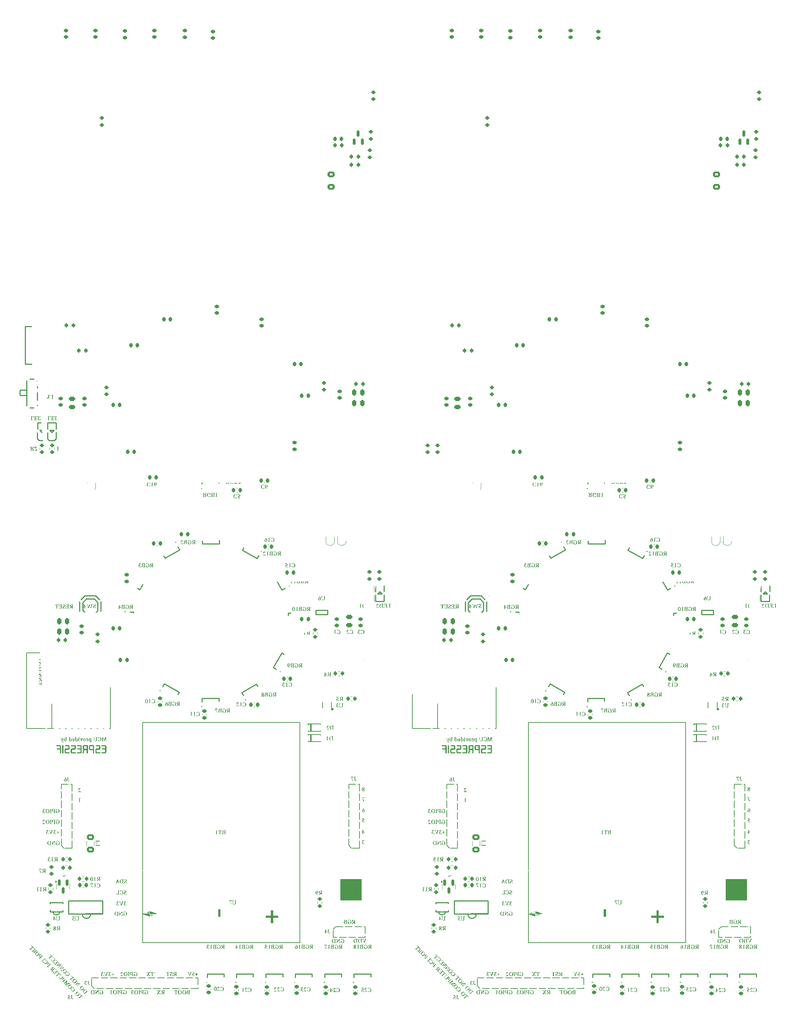
<source format=gbr>
%TF.GenerationSoftware,KiCad,Pcbnew,8.0.8*%
%TF.CreationDate,2025-03-20T15:54:22-03:00*%
%TF.ProjectId,nsec-badge-2025-panel,6e736563-2d62-4616-9467-652d32303235,rev?*%
%TF.SameCoordinates,Original*%
%TF.FileFunction,Legend,Bot*%
%TF.FilePolarity,Positive*%
%FSLAX46Y46*%
G04 Gerber Fmt 4.6, Leading zero omitted, Abs format (unit mm)*
G04 Created by KiCad (PCBNEW 8.0.8) date 2025-03-20 15:54:22*
%MOMM*%
%LPD*%
G01*
G04 APERTURE LIST*
G04 Aperture macros list*
%AMRoundRect*
0 Rectangle with rounded corners*
0 $1 Rounding radius*
0 $2 $3 $4 $5 $6 $7 $8 $9 X,Y pos of 4 corners*
0 Add a 4 corners polygon primitive as box body*
4,1,4,$2,$3,$4,$5,$6,$7,$8,$9,$2,$3,0*
0 Add four circle primitives for the rounded corners*
1,1,$1+$1,$2,$3*
1,1,$1+$1,$4,$5*
1,1,$1+$1,$6,$7*
1,1,$1+$1,$8,$9*
0 Add four rect primitives between the rounded corners*
20,1,$1+$1,$2,$3,$4,$5,0*
20,1,$1+$1,$4,$5,$6,$7,0*
20,1,$1+$1,$6,$7,$8,$9,0*
20,1,$1+$1,$8,$9,$2,$3,0*%
%AMFreePoly0*
4,1,418,0.000638,4.003128,0.081090,3.995908,0.161213,3.984824,0.240856,3.969872,0.319871,3.951047,0.398110,3.928344,0.475425,3.901760,0.551665,3.871289,0.626684,3.836928,0.700331,3.798672,0.772460,3.756516,0.842920,3.710457,0.911563,3.660488,0.978241,3.606607,1.042804,3.548808,1.957836,2.687106,2.372543,2.710799,2.388076,2.695651,2.388992,2.696586,2.485855,2.602145,
2.583641,2.506812,2.582725,2.505878,2.598266,2.490733,2.585204,2.096303,3.430347,1.300418,3.491911,1.239440,3.549686,1.176122,3.603668,1.110612,3.653852,1.043059,3.700235,0.973610,3.742813,0.902415,3.781581,0.829622,3.816535,0.755378,3.847671,0.679833,3.874985,0.603134,3.898473,0.525430,3.918132,0.446868,3.933956,0.367598,3.945942,0.287767,3.954085,0.207525,
3.958382,0.127018,3.958829,0.046396,3.955421,-0.034194,3.948154,-0.114602,3.937024,-0.194681,3.922028,-0.274283,3.903161,-0.353259,3.880418,-0.431460,3.853797,-0.508739,3.823292,-0.584948,3.788900,-0.659937,3.750617,-0.733559,3.708438,-0.805666,3.662360,-0.876109,3.612378,-0.944739,3.558488,-1.011409,3.500686,-1.075971,2.594105,-2.038657,2.616310,-2.418008,2.601165,-2.433541,
2.601635,-2.433996,2.602104,-2.434453,2.506771,-2.532235,2.412330,-2.629104,2.411861,-2.628646,2.411392,-2.628192,2.396247,-2.643725,2.035551,-2.631779,1.252292,-3.463513,1.191314,-3.525083,1.127997,-3.582875,1.062488,-3.636883,0.994936,-3.687104,0.925490,-3.733532,0.854296,-3.776162,0.781505,-3.814990,0.707263,-3.850010,0.631720,-3.881219,0.555023,-3.908611,0.477321,-3.932181,
0.398762,-3.951924,0.319494,-3.967837,0.239666,-3.979913,0.159426,-3.988149,0.078922,-3.992538,-0.001697,-3.993078,-0.082284,-3.989762,-0.162690,-3.982585,-0.242767,-3.971544,-0.322366,-3.956633,-0.401340,-3.937848,-0.479539,-3.915183,-0.556816,-3.888634,-0.633023,-3.858196,-0.708011,-3.823864,-0.781632,-3.785633,-0.853737,-3.743499,-0.924179,-3.697457,-0.992808,-3.647501,-1.059478,-3.593628,
-1.124039,-3.535832,-2.079460,-2.636094,-2.513401,-2.660889,-2.528023,-2.646634,-2.528480,-2.647101,-2.528708,-2.647335,-2.528935,-2.647569,-2.572545,-2.605051,-1.834639,-2.605051,-0.993473,-3.397191,-0.936005,-3.448661,-0.876702,-3.496644,-0.815695,-3.541145,-0.753113,-3.582166,-0.689084,-3.619711,-0.623737,-3.653785,-0.557203,-3.684392,-0.489609,-3.711534,-0.421086,-3.735217,-0.351761,-3.755444,
-0.281765,-3.772219,-0.211226,-3.785546,-0.140274,-3.795428,-0.069037,-3.801870,0.002355,-3.804875,0.073773,-3.804447,0.145088,-3.800591,0.216171,-3.793309,0.286893,-3.782606,0.357125,-3.768487,0.426738,-3.750953,0.495602,-3.730011,0.563588,-3.705662,0.630568,-3.677912,0.696411,-3.646764,0.760990,-3.612222,0.824175,-3.574290,0.885837,-3.532971,0.945846,-3.488271,1.004074,-3.440191,
1.060391,-3.388737,1.114669,-3.333913,1.783733,-2.623439,1.726276,-2.621537,1.658844,-2.493602,1.500000,-2.598076,1.188239,-2.754648,0.860410,-2.873969,0.520945,-2.954423,0.174434,-2.994924,-0.174434,-2.994924,-0.258403,-2.985109,-0.382624,-2.974006,-0.525697,-2.954284,-0.667904,-2.927673,-0.808977,-2.894167,-0.948646,-2.853756,-1.086645,-2.806434,-1.222706,-2.752191,-1.356559,-2.691020,
-1.487937,-2.622913,-1.616572,-2.547862,-1.742196,-2.465858,-1.759718,-2.453116,-1.834639,-2.605051,-2.572545,-2.605051,-2.626717,-2.552235,-2.723587,-2.457795,-2.722676,-2.456860,-2.738209,-2.441712,-2.736332,-2.382504,-2.730256,-2.190926,-2.725092,-2.028092,-3.511582,-1.287442,-3.573149,-1.226461,-3.630933,-1.163135,-3.684928,-1.097612,-3.735131,-1.030041,-3.781537,-0.960571,-3.824142,-0.889351,
-3.862941,-0.816528,-3.897929,-0.742252,-3.929103,-0.666672,-3.956457,-0.589935,-3.979988,-0.512191,-3.999690,-0.433588,-4.015560,-0.354275,-4.027592,-0.274401,-4.035783,-0.194113,-4.040128,-0.113562,-4.040604,-0.035960,-3.852539,-0.035960,-3.852064,-0.107423,-3.848160,-0.178783,-3.840831,-0.249911,-3.830082,-0.320677,-3.815917,-0.390952,-3.798339,-0.460606,-3.777355,-0.529509,-3.752966,-0.597533,
-3.725179,-0.664548,-3.693997,-0.730424,-3.659424,-0.795033,-3.621464,-0.858243,-3.580123,-0.919927,-3.535403,-0.979954,-3.487310,-1.038195,-3.435848,-1.094520,-3.381020,-1.148801,-2.717037,-1.774083,-2.716935,-1.770848,-2.528130,-1.671712,-2.578991,-1.595449,-2.654856,-1.468392,-2.723945,-1.338449,-2.786251,-1.205887,-2.841765,-1.070975,-2.890480,-0.933980,-2.932387,-0.795171,-2.967479,-0.654816,
-2.995747,-0.513183,-3.017183,-0.370540,-3.031780,-0.227155,-3.039529,-0.083296,-3.040384,0.054586,-3.040423,0.060769,-3.034452,0.204772,-3.021609,0.348444,-3.001887,0.491517,-2.975277,0.633725,-2.941770,0.774797,-2.901360,0.914467,-2.854037,1.052466,-2.799794,1.188526,-2.738623,1.322380,-2.670516,1.453758,-2.595465,1.582394,-2.518840,1.699777,-2.612443,1.746073,2.433842,1.746073,
2.506463,1.648527,2.680898,1.346398,2.819078,1.026060,2.919135,0.691848,2.979715,0.348279,3.000000,0.000000,2.979715,-0.348279,2.919135,-0.691848,2.819078,-1.026060,2.680898,-1.346398,2.506463,-1.648527,2.470946,-1.696234,2.577140,-1.748809,2.578910,-1.779050,3.363060,-0.946370,3.414530,-0.888901,3.462513,-0.829599,3.507013,-0.768592,3.548034,-0.706009,3.585580,-0.641980,
3.619654,-0.576633,3.650260,-0.510099,3.677403,-0.442505,3.701086,-0.373981,3.721313,-0.304657,3.738088,-0.234661,3.751414,-0.164122,3.761297,-0.093169,3.767738,-0.021932,3.770743,0.049460,3.770316,0.120878,3.766459,0.192194,3.759178,0.263277,3.748475,0.333999,3.734355,0.404231,3.716822,0.473844,3.695879,0.542708,3.671531,0.610695,3.643781,0.677674,3.612633,0.743518,
3.578091,0.808097,3.540158,0.871282,3.498840,0.932944,3.454139,0.992953,3.406060,1.051181,3.354606,1.107499,3.299781,1.161777,2.576803,1.842617,2.576080,1.820758,2.433842,1.746073,-2.612443,1.746073,-2.675824,1.777421,-3.445317,0.960307,-3.445309,0.960300,-3.496777,0.902829,-3.544753,0.843519,-3.589240,0.782499,-3.630244,0.719900,-3.667767,0.655849,-3.701814,0.590478,
-3.732391,0.523915,-3.759500,0.456289,-3.783146,0.387730,-3.803333,0.318369,-3.820066,0.248333,-3.833349,0.177753,-3.843186,0.106758,-3.849581,0.035477,-3.852539,-0.035960,-4.040604,-0.035960,-4.040623,-0.032894,-4.037262,0.047740,-4.030042,0.128192,-4.018958,0.208314,-4.004006,0.287957,-3.985181,0.366973,-3.962479,0.445212,-3.935894,0.522527,-3.905424,0.598767,-3.871063,0.673786,
-3.832807,0.747434,-3.790651,0.819562,-3.744592,0.890022,-3.694623,0.958666,-3.640742,1.025344,-3.582943,1.089908,-2.728986,1.996712,-2.742542,2.223270,-2.754298,2.419747,-2.757180,2.467914,-2.742032,2.483451,-2.580520,2.649114,-1.854935,2.649114,-1.759215,2.467342,-1.643052,2.544814,-1.515995,2.620679,-1.386051,2.689768,-1.253490,2.752074,-1.118577,2.807588,-0.981582,2.856303,
-0.842773,2.898210,-0.702418,2.933302,-0.560785,2.961570,-0.418142,2.983006,-0.274757,2.997603,-0.130897,3.005352,0.013167,3.006245,0.157170,3.000275,0.300842,2.987432,0.443916,2.967710,0.504883,2.956300,0.520945,2.954423,0.543568,2.949061,0.586123,2.941099,0.727196,2.907593,0.766397,2.896250,0.860410,2.873969,1.188239,2.754648,1.500000,2.598076,1.625138,2.515771,
1.700246,2.668086,0.912239,3.410167,0.854767,3.461640,0.795457,3.509631,0.734436,3.554144,0.671835,3.595183,0.607783,3.632750,0.542410,3.666850,0.475845,3.697486,0.408217,3.724661,0.339657,3.748379,0.270293,3.768643,0.200254,3.785458,0.129672,3.798826,0.058674,3.808751,-0.012609,3.815237,-0.084048,3.818286,-0.155514,3.817904,-0.226877,3.814092,-0.298008,3.806855,
-0.368776,3.796197,-0.439054,3.782120,-0.508710,3.764628,-0.577616,3.743725,-0.645643,3.719414,-0.712660,3.691699,-0.778538,3.660583,-0.843148,3.626071,-0.906360,3.588164,-0.968045,3.546867,-1.028073,3.502184,-1.086315,3.454118,-1.142642,3.402672,-1.196923,3.347850,-1.854935,2.649114,-2.580520,2.649114,-2.552258,2.678102,-2.537114,2.693635,-2.087252,2.678160,-1.334546,3.477450,
-1.273565,3.539018,-1.210238,3.596801,-1.144715,3.650797,-1.077145,3.701000,-1.007675,3.747406,-0.936454,3.790010,-0.863631,3.828809,-0.789355,3.863797,-0.713775,3.894971,-0.637038,3.922325,-0.559294,3.945855,-0.480691,3.965557,-0.401377,3.981427,-0.321503,3.993459,-0.241215,4.001650,-0.160664,4.005995,-0.079996,4.006489,0.000638,4.003128,0.000638,4.003128,$1*%
%AMFreePoly1*
4,1,9,0.499975,-0.599822,-0.050013,-0.599823,-0.050013,-0.199848,-0.500025,-0.199848,-0.500025,0.350191,-0.050013,0.350191,-0.050013,0.600178,0.499975,0.600178,0.499975,-0.599822,0.499975,-0.599822,$1*%
%AMFreePoly2*
4,1,5,0.349962,-0.599976,-0.350038,-0.599975,-0.350038,0.600025,0.349962,0.600025,0.349962,-0.599976,0.349962,-0.599976,$1*%
%AMFreePoly3*
4,1,5,0.224868,-0.600000,-0.225146,-0.600000,-0.225146,0.600000,0.224867,0.600000,0.224868,-0.600000,0.224868,-0.600000,$1*%
%AMFreePoly4*
4,1,9,0.050038,0.349784,0.500102,0.349835,0.500152,-0.200152,0.050114,-0.200127,0.050114,-0.600000,-0.499975,-0.600102,-0.499975,0.599848,0.050114,0.599898,0.050038,0.349784,0.050038,0.349784,$1*%
%AMFreePoly5*
4,1,19,0.500000,-0.750000,0.000000,-0.750000,0.000000,-0.744911,-0.071157,-0.744911,-0.207708,-0.704816,-0.327430,-0.627875,-0.420627,-0.520320,-0.479746,-0.390866,-0.500000,-0.250000,-0.500000,0.250000,-0.479746,0.390866,-0.420627,0.520320,-0.327430,0.627875,-0.207708,0.704816,-0.071157,0.744911,0.000000,0.744911,0.000000,0.750000,0.500000,0.750000,0.500000,-0.750000,0.500000,-0.750000,
$1*%
%AMFreePoly6*
4,1,19,0.000000,0.744911,0.071157,0.744911,0.207708,0.704816,0.327430,0.627875,0.420627,0.520320,0.479746,0.390866,0.500000,0.250000,0.500000,-0.250000,0.479746,-0.390866,0.420627,-0.520320,0.327430,-0.627875,0.207708,-0.704816,0.071157,-0.744911,0.000000,-0.744911,0.000000,-0.750000,-0.500000,-0.750000,-0.500000,0.750000,0.000000,0.750000,0.000000,0.744911,0.000000,0.744911,
$1*%
G04 Aperture macros list end*
%ADD10C,0.000000*%
%ADD11C,0.100000*%
%ADD12C,0.250000*%
%ADD13C,0.150000*%
%ADD14C,0.120000*%
%ADD15C,0.254000*%
%ADD16C,0.059995*%
%ADD17C,0.150013*%
%ADD18C,0.152000*%
%ADD19C,0.152400*%
%ADD20C,0.127000*%
%ADD21C,0.248920*%
%ADD22C,0.200000*%
%ADD23C,0.500000*%
%ADD24C,0.200660*%
%ADD25C,0.300000*%
%ADD26C,18.100000*%
%ADD27R,1.700000X1.700000*%
%ADD28O,1.700000X1.700000*%
%ADD29FreePoly0,0.000000*%
%ADD30C,1.600000*%
%ADD31C,1.152000*%
%ADD32FreePoly0,180.000000*%
%ADD33R,1.020000X4.570000*%
%ADD34R,0.510000X0.760000*%
%ADD35RoundRect,0.200000X0.200000X0.275000X-0.200000X0.275000X-0.200000X-0.275000X0.200000X-0.275000X0*%
%ADD36RoundRect,0.225000X0.225000X0.250000X-0.225000X0.250000X-0.225000X-0.250000X0.225000X-0.250000X0*%
%ADD37RoundRect,0.225000X-0.250000X0.225000X-0.250000X-0.225000X0.250000X-0.225000X0.250000X0.225000X0*%
%ADD38RoundRect,0.250001X-0.624999X0.462499X-0.624999X-0.462499X0.624999X-0.462499X0.624999X0.462499X0*%
%ADD39FreePoly1,150.000000*%
%ADD40FreePoly2,150.000000*%
%ADD41FreePoly3,150.000000*%
%ADD42FreePoly4,150.000000*%
%ADD43RoundRect,0.225000X-0.225000X-0.250000X0.225000X-0.250000X0.225000X0.250000X-0.225000X0.250000X0*%
%ADD44RoundRect,0.200000X0.275000X-0.200000X0.275000X0.200000X-0.275000X0.200000X-0.275000X-0.200000X0*%
%ADD45FreePoly1,180.000000*%
%ADD46FreePoly2,180.000000*%
%ADD47FreePoly3,180.000000*%
%ADD48FreePoly4,180.000000*%
%ADD49R,0.950013X1.150013*%
%ADD50RoundRect,0.200000X-0.275000X0.200000X-0.275000X-0.200000X0.275000X-0.200000X0.275000X0.200000X0*%
%ADD51RoundRect,0.250000X-0.250000X-0.475000X0.250000X-0.475000X0.250000X0.475000X-0.250000X0.475000X0*%
%ADD52FreePoly1,60.000000*%
%ADD53FreePoly2,60.000000*%
%ADD54FreePoly3,60.000000*%
%ADD55FreePoly4,60.000000*%
%ADD56FreePoly1,300.000000*%
%ADD57FreePoly2,300.000000*%
%ADD58FreePoly3,300.000000*%
%ADD59FreePoly4,300.000000*%
%ADD60RoundRect,0.200000X-0.200000X-0.275000X0.200000X-0.275000X0.200000X0.275000X-0.200000X0.275000X0*%
%ADD61C,0.900025*%
%ADD62R,1.500000X0.700000*%
%ADD63R,0.800000X1.000000*%
%ADD64RoundRect,0.225000X0.250000X-0.225000X0.250000X0.225000X-0.250000X0.225000X-0.250000X-0.225000X0*%
%ADD65FreePoly1,210.000000*%
%ADD66FreePoly2,210.000000*%
%ADD67FreePoly3,210.000000*%
%ADD68FreePoly4,210.000000*%
%ADD69R,1.000000X0.750013*%
%ADD70FreePoly1,0.000000*%
%ADD71FreePoly2,0.000000*%
%ADD72FreePoly3,0.000000*%
%ADD73FreePoly4,0.000000*%
%ADD74FreePoly1,90.000000*%
%ADD75FreePoly2,90.000000*%
%ADD76FreePoly3,90.000000*%
%ADD77FreePoly4,90.000000*%
%ADD78C,1.734000*%
%ADD79RoundRect,0.250000X0.250000X0.475000X-0.250000X0.475000X-0.250000X-0.475000X0.250000X-0.475000X0*%
%ADD80R,1.399543X1.000000*%
%ADD81FreePoly1,330.000000*%
%ADD82FreePoly2,330.000000*%
%ADD83FreePoly3,330.000000*%
%ADD84FreePoly4,330.000000*%
%ADD85FreePoly1,30.000000*%
%ADD86FreePoly2,30.000000*%
%ADD87FreePoly3,30.000000*%
%ADD88FreePoly4,30.000000*%
%ADD89FreePoly1,270.000000*%
%ADD90FreePoly2,270.000000*%
%ADD91FreePoly3,270.000000*%
%ADD92FreePoly4,270.000000*%
%ADD93FreePoly1,120.000000*%
%ADD94FreePoly2,120.000000*%
%ADD95FreePoly3,120.000000*%
%ADD96FreePoly4,120.000000*%
%ADD97C,1.000000*%
%ADD98FreePoly5,90.000000*%
%ADD99FreePoly6,90.000000*%
%ADD100FreePoly5,270.000000*%
%ADD101FreePoly6,270.000000*%
%ADD102R,1.524003X1.524003*%
%ADD103C,1.524003*%
%ADD104RoundRect,0.250001X0.624999X-0.462499X0.624999X0.462499X-0.624999X0.462499X-0.624999X-0.462499X0*%
%ADD105R,0.622301X1.104902*%
%ADD106RoundRect,0.150000X0.150000X-0.587500X0.150000X0.587500X-0.150000X0.587500X-0.150000X-0.587500X0*%
%ADD107RoundRect,0.250000X0.475000X-0.250000X0.475000X0.250000X-0.475000X0.250000X-0.475000X-0.250000X0*%
%ADD108R,1.000000X2.000000*%
%ADD109R,0.700000X0.700000*%
%ADD110R,1.803404X1.803404*%
%ADD111C,2.006604*%
%ADD112RoundRect,0.250000X-0.475000X0.250000X-0.475000X-0.250000X0.475000X-0.250000X0.475000X0.250000X0*%
%ADD113RoundRect,0.150000X-0.150000X0.587500X-0.150000X-0.587500X0.150000X-0.587500X0.150000X0.587500X0*%
%ADD114C,0.750013*%
%ADD115O,2.000000X1.200000*%
%ADD116O,1.800000X1.200000*%
%ADD117R,1.300000X0.300000*%
%ADD118FreePoly1,240.000000*%
%ADD119FreePoly2,240.000000*%
%ADD120FreePoly3,240.000000*%
%ADD121FreePoly4,240.000000*%
%ADD122R,0.350013X0.780010*%
G04 APERTURE END LIST*
D10*
G36*
X23209999Y-182398782D02*
G01*
X22912343Y-182398782D01*
X22912343Y-181601063D01*
X22604765Y-181601063D01*
X22589504Y-181602167D01*
X22572910Y-181604125D01*
X22555228Y-181607141D01*
X22536707Y-181611419D01*
X22517592Y-181617162D01*
X22498131Y-181624573D01*
X22488349Y-181628968D01*
X22478572Y-181633857D01*
X22468833Y-181639264D01*
X22459161Y-181645216D01*
X22449588Y-181651737D01*
X22440145Y-181658853D01*
X22430863Y-181666590D01*
X22421772Y-181674973D01*
X22412903Y-181684028D01*
X22404288Y-181693779D01*
X22395957Y-181704253D01*
X22387940Y-181715475D01*
X22380270Y-181727470D01*
X22372977Y-181740263D01*
X22366091Y-181753881D01*
X22359644Y-181768348D01*
X22353666Y-181783690D01*
X22348189Y-181799932D01*
X22343242Y-181817100D01*
X22338858Y-181835219D01*
X22221781Y-182398782D01*
X21896343Y-182396798D01*
X22019374Y-181866969D01*
X22026700Y-181836288D01*
X22034544Y-181807458D01*
X22042910Y-181780424D01*
X22051806Y-181755131D01*
X22061237Y-181731525D01*
X22071208Y-181709549D01*
X22081726Y-181689148D01*
X22092796Y-181670268D01*
X22104424Y-181652853D01*
X22116616Y-181636848D01*
X22129378Y-181622197D01*
X22142715Y-181608846D01*
X22156634Y-181596738D01*
X22171140Y-181585820D01*
X22186239Y-181576035D01*
X22201937Y-181567329D01*
X22189387Y-181561186D01*
X22177070Y-181554647D01*
X22165032Y-181547690D01*
X22159132Y-181544048D01*
X22153319Y-181540292D01*
X22147600Y-181536419D01*
X22141979Y-181532428D01*
X22136463Y-181528314D01*
X22131057Y-181524076D01*
X22125768Y-181519709D01*
X22120600Y-181515212D01*
X22115561Y-181510581D01*
X22110655Y-181505813D01*
X22099010Y-181493954D01*
X22087905Y-181481450D01*
X22077369Y-181468307D01*
X22067433Y-181454529D01*
X22058125Y-181440124D01*
X22049473Y-181425097D01*
X22041508Y-181409454D01*
X22034257Y-181393200D01*
X22027751Y-181376341D01*
X22022018Y-181358884D01*
X22017087Y-181340834D01*
X22012987Y-181322196D01*
X22009748Y-181302978D01*
X22007399Y-181283183D01*
X22005967Y-181262819D01*
X22005484Y-181241891D01*
X22005484Y-180803344D01*
X22305125Y-180803344D01*
X22305125Y-181210141D01*
X22305518Y-181221222D01*
X22306694Y-181232093D01*
X22308643Y-181242686D01*
X22311357Y-181252929D01*
X22314826Y-181262754D01*
X22319042Y-181272091D01*
X22321428Y-181276554D01*
X22323997Y-181280870D01*
X22326748Y-181285028D01*
X22329681Y-181289020D01*
X22332794Y-181292838D01*
X22336086Y-181296473D01*
X22339556Y-181299916D01*
X22343204Y-181303159D01*
X22347027Y-181306192D01*
X22351024Y-181309007D01*
X22355196Y-181311596D01*
X22359540Y-181313949D01*
X22364055Y-181316058D01*
X22368741Y-181317914D01*
X22373596Y-181319508D01*
X22378620Y-181320832D01*
X22383811Y-181321877D01*
X22389167Y-181322634D01*
X22394689Y-181323095D01*
X22400374Y-181323251D01*
X22912343Y-181323251D01*
X22912343Y-180692219D01*
X22400374Y-180690235D01*
X22394689Y-180690391D01*
X22389167Y-180690851D01*
X22383810Y-180691609D01*
X22378620Y-180692654D01*
X22373596Y-180693978D01*
X22368741Y-180695572D01*
X22364055Y-180697428D01*
X22359539Y-180699537D01*
X22355195Y-180701890D01*
X22351024Y-180704478D01*
X22347026Y-180707294D01*
X22343203Y-180710327D01*
X22339556Y-180713569D01*
X22336086Y-180717013D01*
X22332794Y-180720647D01*
X22329681Y-180724466D01*
X22326748Y-180728458D01*
X22323997Y-180732616D01*
X22321428Y-180736931D01*
X22319042Y-180741395D01*
X22316841Y-180745998D01*
X22314826Y-180750731D01*
X22312997Y-180755587D01*
X22311357Y-180760556D01*
X22309905Y-180765630D01*
X22308643Y-180770800D01*
X22307573Y-180776057D01*
X22306694Y-180781392D01*
X22306009Y-180786798D01*
X22305518Y-180792264D01*
X22305223Y-180797782D01*
X22305125Y-180803344D01*
X22005484Y-180803344D01*
X22005484Y-180769610D01*
X22005967Y-180748682D01*
X22007399Y-180728318D01*
X22009748Y-180708524D01*
X22012987Y-180689305D01*
X22017087Y-180670667D01*
X22022018Y-180652617D01*
X22027751Y-180635160D01*
X22034257Y-180618301D01*
X22041508Y-180602048D01*
X22049473Y-180586404D01*
X22058125Y-180571377D01*
X22067433Y-180556972D01*
X22077370Y-180543195D01*
X22087905Y-180530051D01*
X22099010Y-180517547D01*
X22110655Y-180505688D01*
X22122879Y-180494481D01*
X22135704Y-180483934D01*
X22149082Y-180474055D01*
X22162962Y-180464854D01*
X22177296Y-180456338D01*
X22192034Y-180448517D01*
X22207127Y-180441400D01*
X22222524Y-180434995D01*
X22238178Y-180429311D01*
X22254038Y-180424356D01*
X22270055Y-180420140D01*
X22286179Y-180416670D01*
X22302362Y-180413957D01*
X22318554Y-180412008D01*
X22334704Y-180410832D01*
X22350765Y-180410438D01*
X23209999Y-180414407D01*
X23209999Y-180692219D01*
X23209999Y-182398782D01*
G37*
G36*
X25868920Y-180414801D02*
G01*
X25884828Y-180415977D01*
X25900852Y-180417926D01*
X25916934Y-180420639D01*
X25933017Y-180424108D01*
X25949041Y-180428325D01*
X25964949Y-180433279D01*
X25980682Y-180438964D01*
X25996183Y-180445369D01*
X26011393Y-180452486D01*
X26026255Y-180460307D01*
X26040709Y-180468822D01*
X26054699Y-180478024D01*
X26068165Y-180487902D01*
X26081050Y-180498450D01*
X26093295Y-180509657D01*
X26104941Y-180521516D01*
X26116046Y-180534020D01*
X26126581Y-180547163D01*
X26136518Y-180560941D01*
X26145826Y-180575346D01*
X26154478Y-180590373D01*
X26162443Y-180606016D01*
X26169694Y-180622270D01*
X26176200Y-180639129D01*
X26181933Y-180656586D01*
X26186864Y-180674636D01*
X26190964Y-180693274D01*
X26194203Y-180712492D01*
X26196552Y-180732287D01*
X26197983Y-180752651D01*
X26198467Y-180773579D01*
X26198467Y-181184344D01*
X26198011Y-181202281D01*
X26196659Y-181219987D01*
X26194433Y-181237439D01*
X26191355Y-181254615D01*
X26187447Y-181271494D01*
X26182731Y-181288052D01*
X26177230Y-181304268D01*
X26170965Y-181320119D01*
X26163959Y-181335584D01*
X26156234Y-181350640D01*
X26147812Y-181365265D01*
X26138715Y-181379437D01*
X26128966Y-181393134D01*
X26118586Y-181406333D01*
X26107598Y-181419013D01*
X26096024Y-181431151D01*
X26083886Y-181442725D01*
X26071206Y-181453713D01*
X26058007Y-181464093D01*
X26044310Y-181473842D01*
X26030138Y-181482939D01*
X26015513Y-181491361D01*
X26000457Y-181499086D01*
X25984992Y-181506092D01*
X25969140Y-181512357D01*
X25952924Y-181517858D01*
X25936366Y-181522574D01*
X25919488Y-181526482D01*
X25902312Y-181529561D01*
X25884860Y-181531787D01*
X25867154Y-181533139D01*
X25849217Y-181533594D01*
X25386858Y-181533594D01*
X25381313Y-181533733D01*
X25375844Y-181534144D01*
X25370458Y-181534821D01*
X25365161Y-181535757D01*
X25359961Y-181536946D01*
X25354863Y-181538382D01*
X25349874Y-181540057D01*
X25345000Y-181541966D01*
X25340248Y-181544101D01*
X25335625Y-181546457D01*
X25331138Y-181549026D01*
X25326792Y-181551803D01*
X25322594Y-181554780D01*
X25318551Y-181557950D01*
X25314669Y-181561309D01*
X25310955Y-181564848D01*
X25307416Y-181568562D01*
X25304058Y-181572444D01*
X25300887Y-181576487D01*
X25297910Y-181580685D01*
X25295133Y-181585031D01*
X25292564Y-181589518D01*
X25290209Y-181594141D01*
X25288073Y-181598893D01*
X25286164Y-181603766D01*
X25284489Y-181608756D01*
X25283053Y-181613854D01*
X25281864Y-181619054D01*
X25280928Y-181624351D01*
X25280251Y-181629737D01*
X25279840Y-181635206D01*
X25279702Y-181640751D01*
X25279702Y-182007860D01*
X25280095Y-182018941D01*
X25281271Y-182029812D01*
X25283220Y-182040405D01*
X25285934Y-182050648D01*
X25289403Y-182060473D01*
X25293619Y-182069810D01*
X25296005Y-182074273D01*
X25298574Y-182078588D01*
X25301326Y-182082746D01*
X25304258Y-182086739D01*
X25307371Y-182090557D01*
X25310663Y-182094192D01*
X25314134Y-182097635D01*
X25317781Y-182100878D01*
X25321604Y-182103911D01*
X25325601Y-182106726D01*
X25329773Y-182109315D01*
X25334117Y-182111668D01*
X25338632Y-182113776D01*
X25343318Y-182115632D01*
X25348174Y-182117227D01*
X25353197Y-182118551D01*
X25358388Y-182119596D01*
X25363744Y-182120353D01*
X25369266Y-182120814D01*
X25374951Y-182120969D01*
X26196483Y-182120969D01*
X26196483Y-182398782D01*
X25325342Y-182398782D01*
X25309609Y-182398388D01*
X25293701Y-182397212D01*
X25277676Y-182395263D01*
X25261594Y-182392550D01*
X25245512Y-182389080D01*
X25229487Y-182384864D01*
X25213579Y-182379910D01*
X25197846Y-182374225D01*
X25182345Y-182367820D01*
X25167135Y-182360703D01*
X25152273Y-182352882D01*
X25137819Y-182344367D01*
X25123829Y-182335165D01*
X25110363Y-182325286D01*
X25097478Y-182314739D01*
X25085233Y-182303532D01*
X25073587Y-182291673D01*
X25062482Y-182279169D01*
X25051947Y-182266025D01*
X25042010Y-182252248D01*
X25032702Y-182237843D01*
X25024050Y-182222816D01*
X25016085Y-182207172D01*
X25008834Y-182190919D01*
X25002328Y-182174060D01*
X24996595Y-182156603D01*
X24991664Y-182138553D01*
X24987564Y-182119915D01*
X24984325Y-182100696D01*
X24981975Y-182080902D01*
X24980544Y-182060538D01*
X24980061Y-182039610D01*
X24980061Y-181567329D01*
X24980517Y-181549392D01*
X24981869Y-181531686D01*
X24984095Y-181514234D01*
X24987173Y-181497058D01*
X24991081Y-181480180D01*
X24995797Y-181463621D01*
X25001299Y-181447406D01*
X25007563Y-181431554D01*
X25014569Y-181416089D01*
X25022295Y-181401033D01*
X25030717Y-181386408D01*
X25039813Y-181372236D01*
X25049563Y-181358539D01*
X25059943Y-181345340D01*
X25070931Y-181332660D01*
X25082505Y-181320522D01*
X25094643Y-181308948D01*
X25107323Y-181297960D01*
X25120522Y-181287580D01*
X25134219Y-181277831D01*
X25148391Y-181268734D01*
X25163016Y-181260312D01*
X25178072Y-181252587D01*
X25193537Y-181245581D01*
X25209388Y-181239316D01*
X25225604Y-181233815D01*
X25242162Y-181229099D01*
X25259040Y-181225191D01*
X25276217Y-181222113D01*
X25293668Y-181219886D01*
X25311374Y-181218534D01*
X25329311Y-181218079D01*
X25791670Y-181218079D01*
X25797215Y-181217940D01*
X25802684Y-181217529D01*
X25808070Y-181216852D01*
X25813366Y-181215916D01*
X25818567Y-181214727D01*
X25823665Y-181213291D01*
X25828654Y-181211616D01*
X25833528Y-181209707D01*
X25838279Y-181207572D01*
X25842902Y-181205216D01*
X25847390Y-181202647D01*
X25851736Y-181199871D01*
X25855934Y-181196894D01*
X25859977Y-181193723D01*
X25863859Y-181190364D01*
X25867572Y-181186825D01*
X25871112Y-181183111D01*
X25874470Y-181179229D01*
X25877641Y-181175186D01*
X25880618Y-181170989D01*
X25883394Y-181166643D01*
X25885964Y-181162155D01*
X25888319Y-181157532D01*
X25890455Y-181152780D01*
X25892363Y-181147907D01*
X25894039Y-181142918D01*
X25895474Y-181137819D01*
X25896664Y-181132619D01*
X25897600Y-181127322D01*
X25898277Y-181121936D01*
X25898688Y-181116468D01*
X25898826Y-181110922D01*
X25898826Y-180805329D01*
X25898432Y-180794248D01*
X25897257Y-180783377D01*
X25895308Y-180772784D01*
X25892594Y-180762541D01*
X25889125Y-180752716D01*
X25884908Y-180743379D01*
X25882523Y-180738916D01*
X25879954Y-180734601D01*
X25877202Y-180730442D01*
X25874270Y-180726450D01*
X25871157Y-180722632D01*
X25867864Y-180718997D01*
X25864394Y-180715554D01*
X25860747Y-180712311D01*
X25856924Y-180709278D01*
X25852926Y-180706463D01*
X25848755Y-180703874D01*
X25844411Y-180701521D01*
X25839895Y-180699412D01*
X25835210Y-180697556D01*
X25830354Y-180695962D01*
X25825331Y-180694638D01*
X25820140Y-180693593D01*
X25814784Y-180692836D01*
X25809262Y-180692375D01*
X25803577Y-180692219D01*
X25061420Y-180692219D01*
X25061420Y-180414407D01*
X25853186Y-180414407D01*
X25868920Y-180414801D01*
G37*
G36*
X108488793Y-180414801D02*
G01*
X108504701Y-180415977D01*
X108520725Y-180417926D01*
X108536808Y-180420639D01*
X108552890Y-180424108D01*
X108568914Y-180428325D01*
X108584822Y-180433279D01*
X108600556Y-180438964D01*
X108616057Y-180445369D01*
X108631267Y-180452486D01*
X108646128Y-180460307D01*
X108660583Y-180468822D01*
X108674572Y-180478024D01*
X108688038Y-180487902D01*
X108700923Y-180498450D01*
X108713168Y-180509657D01*
X108724814Y-180521516D01*
X108735919Y-180534020D01*
X108746454Y-180547163D01*
X108756390Y-180560941D01*
X108765699Y-180575346D01*
X108774350Y-180590373D01*
X108782316Y-180606016D01*
X108789566Y-180622270D01*
X108796072Y-180639129D01*
X108801806Y-180656586D01*
X108806736Y-180674636D01*
X108810836Y-180693274D01*
X108814075Y-180712492D01*
X108816425Y-180732287D01*
X108817856Y-180752651D01*
X108818339Y-180773579D01*
X108818339Y-182392829D01*
X108520683Y-182392829D01*
X108520683Y-181495891D01*
X107776542Y-181495891D01*
X107776542Y-181218079D01*
X108520683Y-181218079D01*
X108520683Y-180805329D01*
X108520289Y-180794248D01*
X108519114Y-180783377D01*
X108517165Y-180772784D01*
X108514452Y-180762541D01*
X108510982Y-180752716D01*
X108506766Y-180743379D01*
X108504381Y-180738916D01*
X108501812Y-180734601D01*
X108499060Y-180730442D01*
X108496128Y-180726450D01*
X108493015Y-180722632D01*
X108489723Y-180718997D01*
X108486252Y-180715554D01*
X108482605Y-180712311D01*
X108478782Y-180709278D01*
X108474785Y-180706463D01*
X108470613Y-180703874D01*
X108466269Y-180701521D01*
X108461753Y-180699412D01*
X108457067Y-180697556D01*
X108452212Y-180695962D01*
X108447189Y-180694638D01*
X108441998Y-180693593D01*
X108436641Y-180692836D01*
X108431119Y-180692375D01*
X108425434Y-180692219D01*
X107669387Y-180692219D01*
X107669387Y-180414407D01*
X108473060Y-180414407D01*
X108488793Y-180414801D01*
G37*
G36*
X79692405Y-67341612D02*
G01*
X79708313Y-67342788D01*
X79724338Y-67344737D01*
X79740420Y-67347450D01*
X79756502Y-67350920D01*
X79772527Y-67355136D01*
X79788435Y-67360090D01*
X79804168Y-67365775D01*
X79819669Y-67372180D01*
X79834879Y-67379297D01*
X79849741Y-67387118D01*
X79864195Y-67395633D01*
X79878185Y-67404835D01*
X79891651Y-67414714D01*
X79904536Y-67425261D01*
X79916781Y-67436468D01*
X79928427Y-67448327D01*
X79939532Y-67460831D01*
X79950067Y-67473975D01*
X79960004Y-67487752D01*
X79969312Y-67502157D01*
X79977964Y-67517184D01*
X79985929Y-67532828D01*
X79993180Y-67549081D01*
X79999686Y-67565940D01*
X80005419Y-67583397D01*
X80010350Y-67601447D01*
X80014450Y-67620085D01*
X80017689Y-67639304D01*
X80020039Y-67659098D01*
X80021470Y-67679462D01*
X80021953Y-67700390D01*
X80021953Y-68172671D01*
X80021497Y-68190608D01*
X80020145Y-68208314D01*
X80017919Y-68225766D01*
X80014841Y-68242942D01*
X80010933Y-68259820D01*
X80006217Y-68276379D01*
X80000715Y-68292594D01*
X79994451Y-68308446D01*
X79987445Y-68323911D01*
X79979719Y-68338967D01*
X79971297Y-68353592D01*
X79962201Y-68367764D01*
X79952451Y-68381461D01*
X79942071Y-68394660D01*
X79931083Y-68407340D01*
X79919509Y-68419478D01*
X79907371Y-68431052D01*
X79894691Y-68442040D01*
X79881492Y-68452420D01*
X79867795Y-68462169D01*
X79853623Y-68471266D01*
X79838998Y-68479688D01*
X79823942Y-68487413D01*
X79808477Y-68494419D01*
X79792626Y-68500684D01*
X79776410Y-68506185D01*
X79759852Y-68510901D01*
X79742974Y-68514809D01*
X79725797Y-68517887D01*
X79708346Y-68520114D01*
X79690640Y-68521466D01*
X79672703Y-68521921D01*
X79210344Y-68521921D01*
X79204799Y-68522060D01*
X79199330Y-68522471D01*
X79193944Y-68523148D01*
X79188648Y-68524084D01*
X79183447Y-68525273D01*
X79178349Y-68526709D01*
X79173360Y-68528384D01*
X79168486Y-68530293D01*
X79163735Y-68532428D01*
X79159112Y-68534784D01*
X79154624Y-68537353D01*
X79150278Y-68540129D01*
X79146080Y-68543106D01*
X79142037Y-68546277D01*
X79138155Y-68549636D01*
X79134442Y-68553175D01*
X79130902Y-68556889D01*
X79127544Y-68560771D01*
X79124373Y-68564814D01*
X79121396Y-68569011D01*
X79118620Y-68573357D01*
X79116050Y-68577845D01*
X79113695Y-68582468D01*
X79111559Y-68587220D01*
X79109651Y-68592093D01*
X79107975Y-68597082D01*
X79106540Y-68602181D01*
X79105350Y-68607381D01*
X79104414Y-68612678D01*
X79103737Y-68618064D01*
X79103326Y-68623532D01*
X79103188Y-68629078D01*
X79103188Y-68934671D01*
X79103582Y-68945752D01*
X79104757Y-68956623D01*
X79106706Y-68967216D01*
X79109420Y-68977459D01*
X79112889Y-68987284D01*
X79117106Y-68996621D01*
X79119491Y-69001084D01*
X79122060Y-69005399D01*
X79124812Y-69009558D01*
X79127744Y-69013550D01*
X79130857Y-69017368D01*
X79134150Y-69021003D01*
X79137620Y-69024446D01*
X79141267Y-69027689D01*
X79145090Y-69030722D01*
X79149088Y-69033537D01*
X79153259Y-69036126D01*
X79157603Y-69038479D01*
X79162119Y-69040588D01*
X79166804Y-69042444D01*
X79171660Y-69044038D01*
X79176683Y-69045362D01*
X79181874Y-69046407D01*
X79187230Y-69047164D01*
X79192752Y-69047625D01*
X79198437Y-69047781D01*
X79940594Y-69047781D01*
X79940594Y-69325593D01*
X79148828Y-69325593D01*
X79133094Y-69325199D01*
X79117186Y-69324023D01*
X79101162Y-69322074D01*
X79085080Y-69319361D01*
X79068997Y-69315892D01*
X79052973Y-69311675D01*
X79037065Y-69306721D01*
X79021332Y-69301036D01*
X79005831Y-69294631D01*
X78990621Y-69287514D01*
X78975759Y-69279693D01*
X78961305Y-69271178D01*
X78947315Y-69261976D01*
X78933849Y-69252098D01*
X78920964Y-69241550D01*
X78908719Y-69230343D01*
X78897073Y-69218484D01*
X78885968Y-69205980D01*
X78875433Y-69192837D01*
X78865496Y-69179059D01*
X78856188Y-69164654D01*
X78847536Y-69149627D01*
X78839571Y-69133984D01*
X78832320Y-69117730D01*
X78825814Y-69100871D01*
X78820081Y-69083414D01*
X78815150Y-69065364D01*
X78811050Y-69046726D01*
X78807811Y-69027508D01*
X78805462Y-69007713D01*
X78804031Y-68987349D01*
X78803547Y-68966421D01*
X78803547Y-68555656D01*
X78804003Y-68537719D01*
X78805355Y-68520013D01*
X78807581Y-68502561D01*
X78810659Y-68485385D01*
X78814567Y-68468506D01*
X78819283Y-68451948D01*
X78824784Y-68435732D01*
X78831049Y-68419881D01*
X78838055Y-68404416D01*
X78845780Y-68389360D01*
X78854202Y-68374735D01*
X78863299Y-68360563D01*
X78873048Y-68346866D01*
X78883428Y-68333667D01*
X78894416Y-68320987D01*
X78905990Y-68308849D01*
X78918128Y-68297275D01*
X78930808Y-68286287D01*
X78944007Y-68275907D01*
X78957704Y-68266158D01*
X78971876Y-68257061D01*
X78986501Y-68248639D01*
X79001557Y-68240914D01*
X79017022Y-68233908D01*
X79032874Y-68227643D01*
X79049090Y-68222142D01*
X79065648Y-68217426D01*
X79082526Y-68213518D01*
X79099702Y-68210439D01*
X79117154Y-68208213D01*
X79134860Y-68206861D01*
X79152797Y-68206406D01*
X79615156Y-68206406D01*
X79620701Y-68206267D01*
X79626170Y-68205856D01*
X79631556Y-68205179D01*
X79636853Y-68204243D01*
X79642053Y-68203054D01*
X79647151Y-68201618D01*
X79652140Y-68199943D01*
X79657014Y-68198034D01*
X79661766Y-68195899D01*
X79666389Y-68193543D01*
X79670876Y-68190974D01*
X79675222Y-68188197D01*
X79679420Y-68185220D01*
X79683463Y-68182050D01*
X79687345Y-68178691D01*
X79691059Y-68175152D01*
X79694598Y-68171438D01*
X79697956Y-68167556D01*
X79701127Y-68163513D01*
X79704104Y-68159315D01*
X79706881Y-68154969D01*
X79709450Y-68150482D01*
X79711805Y-68145859D01*
X79713941Y-68141107D01*
X79715850Y-68136234D01*
X79717525Y-68131244D01*
X79718961Y-68126146D01*
X79720150Y-68120946D01*
X79721086Y-68115649D01*
X79721763Y-68110263D01*
X79722174Y-68104794D01*
X79722312Y-68099249D01*
X79722312Y-67732140D01*
X79721919Y-67721059D01*
X79720743Y-67710188D01*
X79718794Y-67699595D01*
X79716080Y-67689352D01*
X79712611Y-67679527D01*
X79708395Y-67670190D01*
X79706009Y-67665727D01*
X79703440Y-67661412D01*
X79700688Y-67657254D01*
X79697756Y-67653261D01*
X79694643Y-67649443D01*
X79691351Y-67645808D01*
X79687880Y-67642365D01*
X79684233Y-67639122D01*
X79680410Y-67636089D01*
X79676413Y-67633274D01*
X79672241Y-67630685D01*
X79667897Y-67628332D01*
X79663382Y-67626224D01*
X79658696Y-67624368D01*
X79653840Y-67622773D01*
X79648817Y-67621449D01*
X79643626Y-67620404D01*
X79638270Y-67619647D01*
X79632748Y-67619186D01*
X79627063Y-67619031D01*
X78805531Y-67619031D01*
X78805531Y-67341218D01*
X79676672Y-67341218D01*
X79692405Y-67341612D01*
G37*
D11*
X108601013Y-32370000D02*
X113601013Y-32370000D01*
X113601013Y-37370000D01*
X108601013Y-37370000D01*
X108601013Y-32370000D01*
G36*
X108601013Y-32370000D02*
G01*
X113601013Y-32370000D01*
X113601013Y-37370000D01*
X108601013Y-37370000D01*
X108601013Y-32370000D01*
G37*
D10*
G36*
X111995184Y-180414801D02*
G01*
X112011092Y-180415977D01*
X112027116Y-180417926D01*
X112043199Y-180420639D01*
X112059281Y-180424108D01*
X112075305Y-180428325D01*
X112091213Y-180433279D01*
X112106947Y-180438964D01*
X112122448Y-180445369D01*
X112137658Y-180452486D01*
X112152519Y-180460307D01*
X112166974Y-180468822D01*
X112180963Y-180478024D01*
X112194429Y-180487902D01*
X112207314Y-180498450D01*
X112219559Y-180509657D01*
X112231204Y-180521516D01*
X112242309Y-180534020D01*
X112252844Y-180547163D01*
X112262781Y-180560941D01*
X112272089Y-180575346D01*
X112280741Y-180590373D01*
X112288706Y-180606016D01*
X112295957Y-180622270D01*
X112302463Y-180639129D01*
X112308196Y-180656586D01*
X112313127Y-180674636D01*
X112317227Y-180693274D01*
X112320466Y-180712492D01*
X112322815Y-180732287D01*
X112324247Y-180752651D01*
X112324730Y-180773579D01*
X112324730Y-181184344D01*
X112324274Y-181202281D01*
X112322923Y-181219987D01*
X112320696Y-181237439D01*
X112317618Y-181254615D01*
X112313710Y-181271494D01*
X112308994Y-181288052D01*
X112303493Y-181304268D01*
X112297228Y-181320119D01*
X112290222Y-181335584D01*
X112282497Y-181350640D01*
X112274075Y-181365265D01*
X112264978Y-181379437D01*
X112255229Y-181393134D01*
X112244849Y-181406333D01*
X112233861Y-181419013D01*
X112222287Y-181431151D01*
X112210149Y-181442725D01*
X112197469Y-181453713D01*
X112184270Y-181464093D01*
X112170573Y-181473842D01*
X112156401Y-181482939D01*
X112141776Y-181491361D01*
X112126720Y-181499086D01*
X112111255Y-181506092D01*
X112095403Y-181512357D01*
X112079188Y-181517858D01*
X112062629Y-181522574D01*
X112045751Y-181526482D01*
X112028575Y-181529561D01*
X112011123Y-181531787D01*
X111993417Y-181533139D01*
X111975480Y-181533594D01*
X111513122Y-181533594D01*
X111507577Y-181533733D01*
X111502108Y-181534144D01*
X111496722Y-181534821D01*
X111491426Y-181535757D01*
X111486225Y-181536946D01*
X111481127Y-181538382D01*
X111476138Y-181540057D01*
X111471264Y-181541966D01*
X111466512Y-181544101D01*
X111461890Y-181546457D01*
X111457402Y-181549026D01*
X111453056Y-181551803D01*
X111448858Y-181554780D01*
X111444815Y-181557950D01*
X111440933Y-181561309D01*
X111437219Y-181564848D01*
X111433680Y-181568562D01*
X111430322Y-181572444D01*
X111427151Y-181576487D01*
X111424174Y-181580685D01*
X111421397Y-181585031D01*
X111418828Y-181589518D01*
X111416472Y-181594141D01*
X111414337Y-181598893D01*
X111412428Y-181603766D01*
X111410753Y-181608756D01*
X111409317Y-181613854D01*
X111408128Y-181619054D01*
X111407191Y-181624351D01*
X111406515Y-181629737D01*
X111406104Y-181635206D01*
X111405965Y-181640751D01*
X111405965Y-182007860D01*
X111406359Y-182018941D01*
X111407535Y-182029812D01*
X111409484Y-182040405D01*
X111412197Y-182050648D01*
X111415667Y-182060473D01*
X111419883Y-182069810D01*
X111422269Y-182074273D01*
X111424838Y-182078588D01*
X111427589Y-182082746D01*
X111430522Y-182086739D01*
X111433635Y-182090557D01*
X111436927Y-182094192D01*
X111440397Y-182097635D01*
X111444044Y-182100878D01*
X111447867Y-182103911D01*
X111451865Y-182106726D01*
X111456036Y-182109315D01*
X111460380Y-182111668D01*
X111464896Y-182113776D01*
X111469582Y-182115632D01*
X111474437Y-182117227D01*
X111479460Y-182118551D01*
X111484651Y-182119596D01*
X111490007Y-182120353D01*
X111495529Y-182120814D01*
X111501214Y-182120969D01*
X112322747Y-182120969D01*
X112322747Y-182398782D01*
X111451605Y-182398782D01*
X111435872Y-182398388D01*
X111419964Y-182397212D01*
X111403940Y-182395263D01*
X111387857Y-182392550D01*
X111371775Y-182389080D01*
X111355751Y-182384864D01*
X111339843Y-182379910D01*
X111324109Y-182374225D01*
X111308608Y-182367820D01*
X111293398Y-182360703D01*
X111278537Y-182352882D01*
X111264082Y-182344367D01*
X111250093Y-182335165D01*
X111236627Y-182325286D01*
X111223742Y-182314739D01*
X111211497Y-182303532D01*
X111199851Y-182291673D01*
X111188746Y-182279169D01*
X111178211Y-182266025D01*
X111168274Y-182252248D01*
X111158966Y-182237843D01*
X111150314Y-182222816D01*
X111142348Y-182207172D01*
X111135098Y-182190919D01*
X111128591Y-182174060D01*
X111122858Y-182156603D01*
X111117927Y-182138553D01*
X111113828Y-182119915D01*
X111110589Y-182100696D01*
X111108239Y-182080902D01*
X111106808Y-182060538D01*
X111106325Y-182039610D01*
X111106325Y-181567329D01*
X111106780Y-181549392D01*
X111108132Y-181531686D01*
X111110358Y-181514234D01*
X111113436Y-181497058D01*
X111117345Y-181480180D01*
X111122060Y-181463621D01*
X111127562Y-181447406D01*
X111133827Y-181431554D01*
X111140833Y-181416089D01*
X111148558Y-181401033D01*
X111156980Y-181386408D01*
X111166077Y-181372236D01*
X111175826Y-181358539D01*
X111186206Y-181345340D01*
X111197194Y-181332660D01*
X111208768Y-181320522D01*
X111220906Y-181308948D01*
X111233586Y-181297960D01*
X111246785Y-181287580D01*
X111260482Y-181277831D01*
X111274654Y-181268734D01*
X111289279Y-181260312D01*
X111304335Y-181252587D01*
X111319800Y-181245581D01*
X111335651Y-181239316D01*
X111351867Y-181233815D01*
X111368425Y-181229099D01*
X111385303Y-181225191D01*
X111402480Y-181222113D01*
X111419932Y-181219886D01*
X111437637Y-181218534D01*
X111455574Y-181218079D01*
X111917934Y-181218079D01*
X111923479Y-181217940D01*
X111928948Y-181217529D01*
X111934334Y-181216852D01*
X111939630Y-181215916D01*
X111944831Y-181214727D01*
X111949929Y-181213291D01*
X111954918Y-181211616D01*
X111959792Y-181209707D01*
X111964543Y-181207572D01*
X111969166Y-181205216D01*
X111973654Y-181202647D01*
X111978000Y-181199871D01*
X111982198Y-181196894D01*
X111986241Y-181193723D01*
X111990122Y-181190364D01*
X111993836Y-181186825D01*
X111997376Y-181183111D01*
X112000734Y-181179229D01*
X112003905Y-181175186D01*
X112006882Y-181170989D01*
X112009659Y-181166643D01*
X112012228Y-181162155D01*
X112014583Y-181157532D01*
X112016719Y-181152780D01*
X112018628Y-181147907D01*
X112020303Y-181142918D01*
X112021739Y-181137819D01*
X112022928Y-181132619D01*
X112023864Y-181127322D01*
X112024541Y-181121936D01*
X112024952Y-181116468D01*
X112025091Y-181110922D01*
X112025091Y-180805329D01*
X112024697Y-180794248D01*
X112023521Y-180783377D01*
X112021572Y-180772784D01*
X112018858Y-180762541D01*
X112015389Y-180752716D01*
X112011173Y-180743379D01*
X112008787Y-180738916D01*
X112006218Y-180734601D01*
X112003466Y-180730442D01*
X112000534Y-180726450D01*
X111997421Y-180722632D01*
X111994128Y-180718997D01*
X111990658Y-180715554D01*
X111987011Y-180712311D01*
X111983188Y-180709278D01*
X111979190Y-180706463D01*
X111975019Y-180703874D01*
X111970675Y-180701521D01*
X111966159Y-180699412D01*
X111961473Y-180697556D01*
X111956618Y-180695962D01*
X111951595Y-180694638D01*
X111946404Y-180693593D01*
X111941047Y-180692836D01*
X111935526Y-180692375D01*
X111929840Y-180692219D01*
X111187684Y-180692219D01*
X111187684Y-180414407D01*
X111979450Y-180414407D01*
X111995184Y-180414801D01*
G37*
G36*
X16488780Y-180414801D02*
G01*
X16504688Y-180415977D01*
X16520712Y-180417926D01*
X16536795Y-180420639D01*
X16552877Y-180424108D01*
X16568901Y-180428325D01*
X16584809Y-180433279D01*
X16600543Y-180438964D01*
X16616044Y-180445369D01*
X16631254Y-180452486D01*
X16646115Y-180460307D01*
X16660570Y-180468822D01*
X16674559Y-180478024D01*
X16688025Y-180487902D01*
X16700910Y-180498450D01*
X16713155Y-180509657D01*
X16724801Y-180521516D01*
X16735906Y-180534020D01*
X16746441Y-180547163D01*
X16756377Y-180560941D01*
X16765686Y-180575346D01*
X16774337Y-180590373D01*
X16782303Y-180606016D01*
X16789553Y-180622270D01*
X16796059Y-180639129D01*
X16801793Y-180656586D01*
X16806723Y-180674636D01*
X16810823Y-180693274D01*
X16814062Y-180712492D01*
X16816412Y-180732287D01*
X16817843Y-180752651D01*
X16818326Y-180773579D01*
X16818326Y-182392829D01*
X16520670Y-182392829D01*
X16520670Y-181495891D01*
X15776529Y-181495891D01*
X15776529Y-181218079D01*
X16520670Y-181218079D01*
X16520670Y-180805329D01*
X16520276Y-180794248D01*
X16519101Y-180783377D01*
X16517152Y-180772784D01*
X16514439Y-180762541D01*
X16510969Y-180752716D01*
X16506753Y-180743379D01*
X16504368Y-180738916D01*
X16501799Y-180734601D01*
X16499047Y-180730442D01*
X16496115Y-180726450D01*
X16493002Y-180722632D01*
X16489710Y-180718997D01*
X16486239Y-180715554D01*
X16482592Y-180712311D01*
X16478769Y-180709278D01*
X16474772Y-180706463D01*
X16470600Y-180703874D01*
X16466256Y-180701521D01*
X16461740Y-180699412D01*
X16457054Y-180697556D01*
X16452199Y-180695962D01*
X16447176Y-180694638D01*
X16441985Y-180693593D01*
X16436628Y-180692836D01*
X16431106Y-180692375D01*
X16425421Y-180692219D01*
X15669374Y-180692219D01*
X15669374Y-180414407D01*
X16473047Y-180414407D01*
X16488780Y-180414801D01*
G37*
G36*
X117868933Y-180414801D02*
G01*
X117884841Y-180415977D01*
X117900865Y-180417926D01*
X117916947Y-180420639D01*
X117933030Y-180424108D01*
X117949054Y-180428325D01*
X117964962Y-180433279D01*
X117980695Y-180438964D01*
X117996196Y-180445369D01*
X118011406Y-180452486D01*
X118026268Y-180460307D01*
X118040722Y-180468822D01*
X118054712Y-180478024D01*
X118068178Y-180487902D01*
X118081063Y-180498450D01*
X118093308Y-180509657D01*
X118104954Y-180521516D01*
X118116059Y-180534020D01*
X118126594Y-180547163D01*
X118136531Y-180560941D01*
X118145839Y-180575346D01*
X118154491Y-180590373D01*
X118162456Y-180606016D01*
X118169707Y-180622270D01*
X118176213Y-180639129D01*
X118181946Y-180656586D01*
X118186877Y-180674636D01*
X118190977Y-180693274D01*
X118194216Y-180712492D01*
X118196565Y-180732287D01*
X118197996Y-180752651D01*
X118198480Y-180773579D01*
X118198480Y-181184344D01*
X118198024Y-181202281D01*
X118196672Y-181219987D01*
X118194446Y-181237439D01*
X118191368Y-181254615D01*
X118187460Y-181271494D01*
X118182744Y-181288052D01*
X118177243Y-181304268D01*
X118170978Y-181320119D01*
X118163972Y-181335584D01*
X118156247Y-181350640D01*
X118147825Y-181365265D01*
X118138728Y-181379437D01*
X118128979Y-181393134D01*
X118118599Y-181406333D01*
X118107611Y-181419013D01*
X118096037Y-181431151D01*
X118083899Y-181442725D01*
X118071219Y-181453713D01*
X118058020Y-181464093D01*
X118044323Y-181473842D01*
X118030151Y-181482939D01*
X118015526Y-181491361D01*
X118000470Y-181499086D01*
X117985005Y-181506092D01*
X117969153Y-181512357D01*
X117952937Y-181517858D01*
X117936379Y-181522574D01*
X117919501Y-181526482D01*
X117902325Y-181529561D01*
X117884873Y-181531787D01*
X117867167Y-181533139D01*
X117849230Y-181533594D01*
X117386871Y-181533594D01*
X117381326Y-181533733D01*
X117375857Y-181534144D01*
X117370471Y-181534821D01*
X117365174Y-181535757D01*
X117359974Y-181536946D01*
X117354876Y-181538382D01*
X117349887Y-181540057D01*
X117345013Y-181541966D01*
X117340261Y-181544101D01*
X117335638Y-181546457D01*
X117331151Y-181549026D01*
X117326805Y-181551803D01*
X117322607Y-181554780D01*
X117318564Y-181557950D01*
X117314682Y-181561309D01*
X117310968Y-181564848D01*
X117307429Y-181568562D01*
X117304071Y-181572444D01*
X117300900Y-181576487D01*
X117297923Y-181580685D01*
X117295146Y-181585031D01*
X117292577Y-181589518D01*
X117290222Y-181594141D01*
X117288086Y-181598893D01*
X117286177Y-181603766D01*
X117284502Y-181608756D01*
X117283066Y-181613854D01*
X117281877Y-181619054D01*
X117280941Y-181624351D01*
X117280264Y-181629737D01*
X117279853Y-181635206D01*
X117279715Y-181640751D01*
X117279715Y-182007860D01*
X117280108Y-182018941D01*
X117281284Y-182029812D01*
X117283233Y-182040405D01*
X117285947Y-182050648D01*
X117289416Y-182060473D01*
X117293632Y-182069810D01*
X117296018Y-182074273D01*
X117298587Y-182078588D01*
X117301339Y-182082746D01*
X117304271Y-182086739D01*
X117307384Y-182090557D01*
X117310676Y-182094192D01*
X117314147Y-182097635D01*
X117317794Y-182100878D01*
X117321617Y-182103911D01*
X117325614Y-182106726D01*
X117329786Y-182109315D01*
X117334130Y-182111668D01*
X117338645Y-182113776D01*
X117343331Y-182115632D01*
X117348187Y-182117227D01*
X117353210Y-182118551D01*
X117358401Y-182119596D01*
X117363757Y-182120353D01*
X117369279Y-182120814D01*
X117374964Y-182120969D01*
X118196496Y-182120969D01*
X118196496Y-182398782D01*
X117325355Y-182398782D01*
X117309622Y-182398388D01*
X117293714Y-182397212D01*
X117277689Y-182395263D01*
X117261607Y-182392550D01*
X117245525Y-182389080D01*
X117229500Y-182384864D01*
X117213592Y-182379910D01*
X117197859Y-182374225D01*
X117182358Y-182367820D01*
X117167148Y-182360703D01*
X117152286Y-182352882D01*
X117137832Y-182344367D01*
X117123842Y-182335165D01*
X117110376Y-182325286D01*
X117097491Y-182314739D01*
X117085246Y-182303532D01*
X117073600Y-182291673D01*
X117062495Y-182279169D01*
X117051960Y-182266025D01*
X117042023Y-182252248D01*
X117032715Y-182237843D01*
X117024063Y-182222816D01*
X117016098Y-182207172D01*
X117008847Y-182190919D01*
X117002341Y-182174060D01*
X116996608Y-182156603D01*
X116991677Y-182138553D01*
X116987577Y-182119915D01*
X116984338Y-182100696D01*
X116981988Y-182080902D01*
X116980557Y-182060538D01*
X116980074Y-182039610D01*
X116980074Y-181567329D01*
X116980530Y-181549392D01*
X116981882Y-181531686D01*
X116984108Y-181514234D01*
X116987186Y-181497058D01*
X116991094Y-181480180D01*
X116995810Y-181463621D01*
X117001312Y-181447406D01*
X117007576Y-181431554D01*
X117014582Y-181416089D01*
X117022308Y-181401033D01*
X117030730Y-181386408D01*
X117039826Y-181372236D01*
X117049576Y-181358539D01*
X117059956Y-181345340D01*
X117070944Y-181332660D01*
X117082518Y-181320522D01*
X117094656Y-181308948D01*
X117107336Y-181297960D01*
X117120535Y-181287580D01*
X117134232Y-181277831D01*
X117148404Y-181268734D01*
X117163029Y-181260312D01*
X117178085Y-181252587D01*
X117193550Y-181245581D01*
X117209401Y-181239316D01*
X117225617Y-181233815D01*
X117242175Y-181229099D01*
X117259053Y-181225191D01*
X117276230Y-181222113D01*
X117293681Y-181219886D01*
X117311387Y-181218534D01*
X117329324Y-181218079D01*
X117791683Y-181218079D01*
X117797228Y-181217940D01*
X117802697Y-181217529D01*
X117808083Y-181216852D01*
X117813379Y-181215916D01*
X117818580Y-181214727D01*
X117823678Y-181213291D01*
X117828667Y-181211616D01*
X117833541Y-181209707D01*
X117838292Y-181207572D01*
X117842915Y-181205216D01*
X117847403Y-181202647D01*
X117851749Y-181199871D01*
X117855947Y-181196894D01*
X117859990Y-181193723D01*
X117863872Y-181190364D01*
X117867585Y-181186825D01*
X117871125Y-181183111D01*
X117874483Y-181179229D01*
X117877654Y-181175186D01*
X117880631Y-181170989D01*
X117883407Y-181166643D01*
X117885977Y-181162155D01*
X117888332Y-181157532D01*
X117890468Y-181152780D01*
X117892376Y-181147907D01*
X117894052Y-181142918D01*
X117895487Y-181137819D01*
X117896677Y-181132619D01*
X117897613Y-181127322D01*
X117898290Y-181121936D01*
X117898701Y-181116468D01*
X117898839Y-181110922D01*
X117898839Y-180805329D01*
X117898445Y-180794248D01*
X117897270Y-180783377D01*
X117895321Y-180772784D01*
X117892607Y-180762541D01*
X117889138Y-180752716D01*
X117884921Y-180743379D01*
X117882536Y-180738916D01*
X117879967Y-180734601D01*
X117877215Y-180730442D01*
X117874283Y-180726450D01*
X117871170Y-180722632D01*
X117867877Y-180718997D01*
X117864407Y-180715554D01*
X117860760Y-180712311D01*
X117856937Y-180709278D01*
X117852939Y-180706463D01*
X117848768Y-180703874D01*
X117844424Y-180701521D01*
X117839908Y-180699412D01*
X117835223Y-180697556D01*
X117830367Y-180695962D01*
X117825344Y-180694638D01*
X117820153Y-180693593D01*
X117814797Y-180692836D01*
X117809275Y-180692375D01*
X117803590Y-180692219D01*
X117061433Y-180692219D01*
X117061433Y-180414407D01*
X117853199Y-180414407D01*
X117868933Y-180414801D01*
G37*
G36*
X113404090Y-180414779D02*
G01*
X113419998Y-180415891D01*
X113436022Y-180417743D01*
X113452104Y-180420329D01*
X113468186Y-180423648D01*
X113484210Y-180427697D01*
X113500118Y-180432472D01*
X113515852Y-180437971D01*
X113531353Y-180444191D01*
X113546563Y-180451130D01*
X113561425Y-180458783D01*
X113575879Y-180467148D01*
X113589869Y-180476222D01*
X113603335Y-180486003D01*
X113616220Y-180496488D01*
X113628465Y-180507673D01*
X113640111Y-180519531D01*
X113651215Y-180532035D01*
X113661751Y-180545179D01*
X113671687Y-180558956D01*
X113680995Y-180573361D01*
X113689647Y-180588389D01*
X113697613Y-180604032D01*
X113704863Y-180620286D01*
X113711369Y-180637144D01*
X113717103Y-180654602D01*
X113722033Y-180672652D01*
X113726133Y-180691289D01*
X113729372Y-180710508D01*
X113731722Y-180730302D01*
X113733153Y-180750666D01*
X113733636Y-180771594D01*
X113733636Y-182039610D01*
X113733153Y-182060538D01*
X113731722Y-182080902D01*
X113729372Y-182100696D01*
X113726133Y-182119915D01*
X113722033Y-182138553D01*
X113717103Y-182156603D01*
X113711369Y-182174060D01*
X113704863Y-182190919D01*
X113697613Y-182207172D01*
X113689647Y-182222816D01*
X113680995Y-182237843D01*
X113671687Y-182252248D01*
X113661751Y-182266025D01*
X113651215Y-182279169D01*
X113640111Y-182291673D01*
X113628465Y-182303532D01*
X113616241Y-182314739D01*
X113603416Y-182325286D01*
X113590039Y-182335165D01*
X113576158Y-182344367D01*
X113561824Y-182352882D01*
X113547086Y-182360703D01*
X113531994Y-182367820D01*
X113516596Y-182374225D01*
X113500942Y-182379910D01*
X113485082Y-182384864D01*
X113469065Y-182389080D01*
X113452941Y-182392550D01*
X113436758Y-182395263D01*
X113420567Y-182397212D01*
X113404416Y-182398388D01*
X113388355Y-182398782D01*
X112584683Y-182398782D01*
X112584683Y-182120970D01*
X113340730Y-182120970D01*
X113346415Y-182120814D01*
X113351937Y-182120353D01*
X113357294Y-182119596D01*
X113362484Y-182118551D01*
X113367508Y-182117227D01*
X113372363Y-182115633D01*
X113377049Y-182113777D01*
X113381565Y-182111668D01*
X113385909Y-182109315D01*
X113390080Y-182106726D01*
X113394078Y-182103911D01*
X113397901Y-182100878D01*
X113401548Y-182097635D01*
X113405018Y-182094192D01*
X113408311Y-182090557D01*
X113411424Y-182086739D01*
X113414356Y-182082747D01*
X113417108Y-182078588D01*
X113419677Y-182074273D01*
X113422062Y-182069810D01*
X113424263Y-182065207D01*
X113426279Y-182060473D01*
X113428107Y-182055617D01*
X113429748Y-182050648D01*
X113431200Y-182045574D01*
X113432461Y-182040405D01*
X113433532Y-182035148D01*
X113434410Y-182029812D01*
X113435095Y-182024407D01*
X113435586Y-182018941D01*
X113435881Y-182013422D01*
X113435980Y-182007860D01*
X113435980Y-181495891D01*
X112691839Y-181495891D01*
X112691839Y-181218079D01*
X113435980Y-181218079D01*
X113435980Y-180805329D01*
X113435586Y-180794248D01*
X113434410Y-180783377D01*
X113432461Y-180772784D01*
X113429748Y-180762541D01*
X113426279Y-180752716D01*
X113422062Y-180743379D01*
X113419677Y-180738916D01*
X113417108Y-180734601D01*
X113414356Y-180730442D01*
X113411424Y-180726450D01*
X113408311Y-180722632D01*
X113405019Y-180718997D01*
X113401548Y-180715554D01*
X113397901Y-180712311D01*
X113394078Y-180709278D01*
X113390081Y-180706463D01*
X113385909Y-180703874D01*
X113381565Y-180701521D01*
X113377050Y-180699412D01*
X113372364Y-180697556D01*
X113367509Y-180695962D01*
X113362485Y-180694638D01*
X113357295Y-180693593D01*
X113351938Y-180692836D01*
X113346416Y-180692375D01*
X113340731Y-180692219D01*
X112584684Y-180692219D01*
X112584684Y-180414407D01*
X113388357Y-180414407D01*
X113404090Y-180414779D01*
G37*
G36*
X85566155Y-67341612D02*
G01*
X85582063Y-67342788D01*
X85598087Y-67344737D01*
X85614170Y-67347450D01*
X85630252Y-67350920D01*
X85646276Y-67355136D01*
X85662184Y-67360090D01*
X85677918Y-67365775D01*
X85693419Y-67372180D01*
X85708629Y-67379297D01*
X85723490Y-67387118D01*
X85737945Y-67395633D01*
X85751934Y-67404835D01*
X85765400Y-67414714D01*
X85778285Y-67425261D01*
X85790530Y-67436468D01*
X85802176Y-67448327D01*
X85813281Y-67460831D01*
X85823816Y-67473975D01*
X85833753Y-67487752D01*
X85843061Y-67502157D01*
X85851713Y-67517184D01*
X85859679Y-67532828D01*
X85866929Y-67549081D01*
X85873436Y-67565940D01*
X85879169Y-67583397D01*
X85884100Y-67601447D01*
X85888199Y-67620085D01*
X85891438Y-67639304D01*
X85893788Y-67659098D01*
X85895219Y-67679462D01*
X85895702Y-67700390D01*
X85895702Y-68172671D01*
X85895247Y-68190608D01*
X85893895Y-68208314D01*
X85891669Y-68225766D01*
X85888591Y-68242942D01*
X85884682Y-68259820D01*
X85879967Y-68276379D01*
X85874465Y-68292594D01*
X85868200Y-68308446D01*
X85861194Y-68323911D01*
X85853469Y-68338967D01*
X85845047Y-68353592D01*
X85835950Y-68367764D01*
X85826201Y-68381461D01*
X85815821Y-68394660D01*
X85804833Y-68407340D01*
X85793259Y-68419478D01*
X85781121Y-68431052D01*
X85768441Y-68442040D01*
X85755242Y-68452420D01*
X85741545Y-68462169D01*
X85727373Y-68471266D01*
X85712748Y-68479688D01*
X85697692Y-68487413D01*
X85682227Y-68494419D01*
X85666376Y-68500684D01*
X85650160Y-68506185D01*
X85633602Y-68510901D01*
X85616724Y-68514809D01*
X85599547Y-68517887D01*
X85582095Y-68520114D01*
X85564390Y-68521466D01*
X85546453Y-68521921D01*
X85084093Y-68521921D01*
X85078548Y-68522060D01*
X85073079Y-68522471D01*
X85067693Y-68523148D01*
X85062397Y-68524084D01*
X85057196Y-68525273D01*
X85052098Y-68526709D01*
X85047109Y-68528384D01*
X85042235Y-68530293D01*
X85037484Y-68532428D01*
X85032861Y-68534784D01*
X85028373Y-68537353D01*
X85024027Y-68540129D01*
X85019829Y-68543106D01*
X85015786Y-68546277D01*
X85011905Y-68549636D01*
X85008191Y-68553175D01*
X85004651Y-68556889D01*
X85001293Y-68560771D01*
X84998122Y-68564814D01*
X84995145Y-68569011D01*
X84992368Y-68573357D01*
X84989799Y-68577845D01*
X84987444Y-68582468D01*
X84985308Y-68587220D01*
X84983399Y-68592093D01*
X84981724Y-68597082D01*
X84980288Y-68602181D01*
X84979099Y-68607381D01*
X84978163Y-68612678D01*
X84977486Y-68618064D01*
X84977075Y-68623532D01*
X84976936Y-68629078D01*
X84976936Y-68934671D01*
X84977330Y-68945752D01*
X84978506Y-68956623D01*
X84980455Y-68967216D01*
X84983169Y-68977459D01*
X84986638Y-68987284D01*
X84990854Y-68996621D01*
X84993240Y-69001084D01*
X84995809Y-69005399D01*
X84998561Y-69009558D01*
X85001493Y-69013550D01*
X85004606Y-69017368D01*
X85007899Y-69021003D01*
X85011369Y-69024446D01*
X85015016Y-69027689D01*
X85018839Y-69030722D01*
X85022837Y-69033537D01*
X85027008Y-69036126D01*
X85031352Y-69038479D01*
X85035868Y-69040588D01*
X85040554Y-69042444D01*
X85045409Y-69044038D01*
X85050432Y-69045362D01*
X85055623Y-69046407D01*
X85060980Y-69047164D01*
X85066501Y-69047625D01*
X85072187Y-69047781D01*
X85814343Y-69047781D01*
X85814343Y-69325593D01*
X85022577Y-69325593D01*
X85006843Y-69325199D01*
X84990935Y-69324023D01*
X84974911Y-69322074D01*
X84958828Y-69319361D01*
X84942746Y-69315892D01*
X84926722Y-69311675D01*
X84910814Y-69306721D01*
X84895080Y-69301036D01*
X84879579Y-69294631D01*
X84864369Y-69287514D01*
X84849508Y-69279693D01*
X84835053Y-69271178D01*
X84821064Y-69261976D01*
X84807598Y-69252098D01*
X84794713Y-69241550D01*
X84782468Y-69230343D01*
X84770823Y-69218484D01*
X84759718Y-69205980D01*
X84749183Y-69192837D01*
X84739246Y-69179059D01*
X84729938Y-69164654D01*
X84721286Y-69149627D01*
X84713321Y-69133984D01*
X84706070Y-69117730D01*
X84699564Y-69100871D01*
X84693831Y-69083414D01*
X84688900Y-69065364D01*
X84684800Y-69046726D01*
X84681561Y-69027508D01*
X84679212Y-69007713D01*
X84677780Y-68987349D01*
X84677297Y-68966421D01*
X84677297Y-68555656D01*
X84677753Y-68537719D01*
X84679104Y-68520013D01*
X84681331Y-68502561D01*
X84684409Y-68485385D01*
X84688317Y-68468506D01*
X84693033Y-68451948D01*
X84698534Y-68435732D01*
X84704799Y-68419881D01*
X84711805Y-68404416D01*
X84719530Y-68389360D01*
X84727952Y-68374735D01*
X84737049Y-68360563D01*
X84746798Y-68346866D01*
X84757178Y-68333667D01*
X84768166Y-68320987D01*
X84779740Y-68308849D01*
X84791878Y-68297275D01*
X84804558Y-68286287D01*
X84817757Y-68275907D01*
X84831454Y-68266158D01*
X84845626Y-68257061D01*
X84860251Y-68248639D01*
X84875307Y-68240914D01*
X84890772Y-68233908D01*
X84906624Y-68227643D01*
X84922839Y-68222142D01*
X84939398Y-68217426D01*
X84956276Y-68213518D01*
X84973452Y-68210439D01*
X84990904Y-68208213D01*
X85008610Y-68206861D01*
X85026547Y-68206406D01*
X85488905Y-68206406D01*
X85494450Y-68206267D01*
X85499919Y-68205856D01*
X85505305Y-68205179D01*
X85510601Y-68204243D01*
X85515802Y-68203054D01*
X85520900Y-68201618D01*
X85525889Y-68199943D01*
X85530763Y-68198034D01*
X85535515Y-68195899D01*
X85540137Y-68193543D01*
X85544625Y-68190974D01*
X85548971Y-68188197D01*
X85553169Y-68185220D01*
X85557212Y-68182050D01*
X85561094Y-68178691D01*
X85564808Y-68175152D01*
X85568347Y-68171438D01*
X85571705Y-68167556D01*
X85574876Y-68163513D01*
X85577853Y-68159315D01*
X85580630Y-68154969D01*
X85583199Y-68150482D01*
X85585555Y-68145859D01*
X85587690Y-68141107D01*
X85589599Y-68136234D01*
X85591274Y-68131244D01*
X85592710Y-68126146D01*
X85593899Y-68120946D01*
X85594836Y-68115649D01*
X85595512Y-68110263D01*
X85595923Y-68104794D01*
X85596062Y-68099249D01*
X85596062Y-67732140D01*
X85595668Y-67721059D01*
X85594492Y-67710188D01*
X85592543Y-67699595D01*
X85589830Y-67689352D01*
X85586360Y-67679527D01*
X85582144Y-67670190D01*
X85579758Y-67665727D01*
X85577189Y-67661412D01*
X85574438Y-67657254D01*
X85571505Y-67653261D01*
X85568392Y-67649443D01*
X85565100Y-67645808D01*
X85561630Y-67642365D01*
X85557983Y-67639122D01*
X85554160Y-67636089D01*
X85550162Y-67633274D01*
X85545991Y-67630685D01*
X85541647Y-67628332D01*
X85537131Y-67626224D01*
X85532445Y-67624368D01*
X85527590Y-67622773D01*
X85522567Y-67621449D01*
X85517376Y-67620404D01*
X85512020Y-67619647D01*
X85506498Y-67619186D01*
X85500813Y-67619031D01*
X84679280Y-67619031D01*
X84679280Y-67341218D01*
X85550422Y-67341218D01*
X85566155Y-67341612D01*
G37*
G36*
X87923734Y-69325593D02*
G01*
X87626078Y-69325593D01*
X87626078Y-67343202D01*
X87923734Y-67343202D01*
X87923734Y-69325593D01*
G37*
G36*
X177566168Y-67341612D02*
G01*
X177582076Y-67342788D01*
X177598100Y-67344737D01*
X177614183Y-67347450D01*
X177630265Y-67350920D01*
X177646289Y-67355136D01*
X177662197Y-67360090D01*
X177677931Y-67365775D01*
X177693432Y-67372180D01*
X177708642Y-67379297D01*
X177723503Y-67387118D01*
X177737958Y-67395633D01*
X177751947Y-67404835D01*
X177765413Y-67414714D01*
X177778298Y-67425261D01*
X177790543Y-67436468D01*
X177802189Y-67448327D01*
X177813294Y-67460831D01*
X177823829Y-67473975D01*
X177833766Y-67487752D01*
X177843074Y-67502157D01*
X177851726Y-67517184D01*
X177859692Y-67532828D01*
X177866942Y-67549081D01*
X177873449Y-67565940D01*
X177879182Y-67583397D01*
X177884113Y-67601447D01*
X177888212Y-67620085D01*
X177891451Y-67639304D01*
X177893801Y-67659098D01*
X177895232Y-67679462D01*
X177895715Y-67700390D01*
X177895715Y-68172671D01*
X177895260Y-68190608D01*
X177893908Y-68208314D01*
X177891682Y-68225766D01*
X177888604Y-68242942D01*
X177884695Y-68259820D01*
X177879980Y-68276379D01*
X177874478Y-68292594D01*
X177868213Y-68308446D01*
X177861207Y-68323911D01*
X177853482Y-68338967D01*
X177845060Y-68353592D01*
X177835963Y-68367764D01*
X177826214Y-68381461D01*
X177815834Y-68394660D01*
X177804846Y-68407340D01*
X177793272Y-68419478D01*
X177781134Y-68431052D01*
X177768454Y-68442040D01*
X177755255Y-68452420D01*
X177741558Y-68462169D01*
X177727386Y-68471266D01*
X177712761Y-68479688D01*
X177697705Y-68487413D01*
X177682240Y-68494419D01*
X177666389Y-68500684D01*
X177650173Y-68506185D01*
X177633615Y-68510901D01*
X177616737Y-68514809D01*
X177599560Y-68517887D01*
X177582108Y-68520114D01*
X177564403Y-68521466D01*
X177546466Y-68521921D01*
X177084106Y-68521921D01*
X177078561Y-68522060D01*
X177073092Y-68522471D01*
X177067706Y-68523148D01*
X177062410Y-68524084D01*
X177057209Y-68525273D01*
X177052111Y-68526709D01*
X177047122Y-68528384D01*
X177042248Y-68530293D01*
X177037497Y-68532428D01*
X177032874Y-68534784D01*
X177028386Y-68537353D01*
X177024040Y-68540129D01*
X177019842Y-68543106D01*
X177015799Y-68546277D01*
X177011918Y-68549636D01*
X177008204Y-68553175D01*
X177004664Y-68556889D01*
X177001306Y-68560771D01*
X176998135Y-68564814D01*
X176995158Y-68569011D01*
X176992381Y-68573357D01*
X176989812Y-68577845D01*
X176987457Y-68582468D01*
X176985321Y-68587220D01*
X176983412Y-68592093D01*
X176981737Y-68597082D01*
X176980301Y-68602181D01*
X176979112Y-68607381D01*
X176978176Y-68612678D01*
X176977499Y-68618064D01*
X176977088Y-68623532D01*
X176976949Y-68629078D01*
X176976949Y-68934671D01*
X176977343Y-68945752D01*
X176978519Y-68956623D01*
X176980468Y-68967216D01*
X176983182Y-68977459D01*
X176986651Y-68987284D01*
X176990867Y-68996621D01*
X176993253Y-69001084D01*
X176995822Y-69005399D01*
X176998574Y-69009558D01*
X177001506Y-69013550D01*
X177004619Y-69017368D01*
X177007912Y-69021003D01*
X177011382Y-69024446D01*
X177015029Y-69027689D01*
X177018852Y-69030722D01*
X177022850Y-69033537D01*
X177027021Y-69036126D01*
X177031365Y-69038479D01*
X177035881Y-69040588D01*
X177040567Y-69042444D01*
X177045422Y-69044038D01*
X177050445Y-69045362D01*
X177055636Y-69046407D01*
X177060993Y-69047164D01*
X177066514Y-69047625D01*
X177072200Y-69047781D01*
X177814356Y-69047781D01*
X177814356Y-69325593D01*
X177022590Y-69325593D01*
X177006856Y-69325199D01*
X176990948Y-69324023D01*
X176974924Y-69322074D01*
X176958841Y-69319361D01*
X176942759Y-69315892D01*
X176926735Y-69311675D01*
X176910827Y-69306721D01*
X176895093Y-69301036D01*
X176879592Y-69294631D01*
X176864382Y-69287514D01*
X176849521Y-69279693D01*
X176835066Y-69271178D01*
X176821077Y-69261976D01*
X176807611Y-69252098D01*
X176794726Y-69241550D01*
X176782481Y-69230343D01*
X176770836Y-69218484D01*
X176759731Y-69205980D01*
X176749196Y-69192837D01*
X176739259Y-69179059D01*
X176729951Y-69164654D01*
X176721299Y-69149627D01*
X176713334Y-69133984D01*
X176706083Y-69117730D01*
X176699577Y-69100871D01*
X176693844Y-69083414D01*
X176688913Y-69065364D01*
X176684813Y-69046726D01*
X176681574Y-69027508D01*
X176679225Y-69007713D01*
X176677793Y-68987349D01*
X176677310Y-68966421D01*
X176677310Y-68555656D01*
X176677766Y-68537719D01*
X176679117Y-68520013D01*
X176681344Y-68502561D01*
X176684422Y-68485385D01*
X176688330Y-68468506D01*
X176693046Y-68451948D01*
X176698547Y-68435732D01*
X176704812Y-68419881D01*
X176711818Y-68404416D01*
X176719543Y-68389360D01*
X176727965Y-68374735D01*
X176737062Y-68360563D01*
X176746811Y-68346866D01*
X176757191Y-68333667D01*
X176768179Y-68320987D01*
X176779753Y-68308849D01*
X176791891Y-68297275D01*
X176804571Y-68286287D01*
X176817770Y-68275907D01*
X176831467Y-68266158D01*
X176845639Y-68257061D01*
X176860264Y-68248639D01*
X176875320Y-68240914D01*
X176890785Y-68233908D01*
X176906637Y-68227643D01*
X176922852Y-68222142D01*
X176939411Y-68217426D01*
X176956289Y-68213518D01*
X176973465Y-68210439D01*
X176990917Y-68208213D01*
X177008623Y-68206861D01*
X177026560Y-68206406D01*
X177488918Y-68206406D01*
X177494463Y-68206267D01*
X177499932Y-68205856D01*
X177505318Y-68205179D01*
X177510614Y-68204243D01*
X177515815Y-68203054D01*
X177520913Y-68201618D01*
X177525902Y-68199943D01*
X177530776Y-68198034D01*
X177535528Y-68195899D01*
X177540150Y-68193543D01*
X177544638Y-68190974D01*
X177548984Y-68188197D01*
X177553182Y-68185220D01*
X177557225Y-68182050D01*
X177561107Y-68178691D01*
X177564821Y-68175152D01*
X177568360Y-68171438D01*
X177571718Y-68167556D01*
X177574889Y-68163513D01*
X177577866Y-68159315D01*
X177580643Y-68154969D01*
X177583212Y-68150482D01*
X177585568Y-68145859D01*
X177587703Y-68141107D01*
X177589612Y-68136234D01*
X177591287Y-68131244D01*
X177592723Y-68126146D01*
X177593912Y-68120946D01*
X177594849Y-68115649D01*
X177595525Y-68110263D01*
X177595936Y-68104794D01*
X177596075Y-68099249D01*
X177596075Y-67732140D01*
X177595681Y-67721059D01*
X177594505Y-67710188D01*
X177592556Y-67699595D01*
X177589843Y-67689352D01*
X177586373Y-67679527D01*
X177582157Y-67670190D01*
X177579771Y-67665727D01*
X177577202Y-67661412D01*
X177574451Y-67657254D01*
X177571518Y-67653261D01*
X177568405Y-67649443D01*
X177565113Y-67645808D01*
X177561643Y-67642365D01*
X177557996Y-67639122D01*
X177554173Y-67636089D01*
X177550175Y-67633274D01*
X177546004Y-67630685D01*
X177541660Y-67628332D01*
X177537144Y-67626224D01*
X177532458Y-67624368D01*
X177527603Y-67622773D01*
X177522580Y-67621449D01*
X177517389Y-67620404D01*
X177512033Y-67619647D01*
X177506511Y-67619186D01*
X177500826Y-67619031D01*
X176679293Y-67619031D01*
X176679293Y-67341218D01*
X177550435Y-67341218D01*
X177566168Y-67341612D01*
G37*
G36*
X172587513Y-68113140D02*
G01*
X173190762Y-68113140D01*
X173206496Y-68113534D01*
X173222404Y-68114710D01*
X173238428Y-68116659D01*
X173254510Y-68119372D01*
X173270593Y-68122841D01*
X173286617Y-68127058D01*
X173302525Y-68132012D01*
X173318258Y-68137697D01*
X173333759Y-68144102D01*
X173348970Y-68151219D01*
X173363831Y-68159040D01*
X173378286Y-68167555D01*
X173392275Y-68176757D01*
X173405741Y-68186636D01*
X173418626Y-68197183D01*
X173430872Y-68208390D01*
X173442517Y-68220249D01*
X173453622Y-68232753D01*
X173464157Y-68245897D01*
X173474094Y-68259674D01*
X173483402Y-68274079D01*
X173492054Y-68289106D01*
X173500020Y-68304750D01*
X173507270Y-68321003D01*
X173513776Y-68337862D01*
X173519510Y-68355319D01*
X173524441Y-68373369D01*
X173528540Y-68392007D01*
X173531779Y-68411226D01*
X173534129Y-68431020D01*
X173535560Y-68451384D01*
X173536044Y-68472312D01*
X173536044Y-68970390D01*
X173535560Y-68991318D01*
X173534129Y-69011682D01*
X173531779Y-69031476D01*
X173528540Y-69050695D01*
X173524440Y-69069333D01*
X173519509Y-69087383D01*
X173513776Y-69104840D01*
X173507270Y-69121699D01*
X173500019Y-69137952D01*
X173492054Y-69153596D01*
X173483402Y-69168623D01*
X173474094Y-69183028D01*
X173464157Y-69196805D01*
X173453622Y-69209949D01*
X173442517Y-69222453D01*
X173430872Y-69234312D01*
X173418976Y-69245497D01*
X173406397Y-69255981D01*
X173393195Y-69265762D01*
X173379433Y-69274836D01*
X173365171Y-69283202D01*
X173350470Y-69290855D01*
X173335391Y-69297793D01*
X173319995Y-69304013D01*
X173304343Y-69309512D01*
X173288497Y-69314288D01*
X173272516Y-69318336D01*
X173256464Y-69321655D01*
X173240399Y-69324242D01*
X173224384Y-69326093D01*
X173208480Y-69327206D01*
X173192747Y-69327577D01*
X172289856Y-69325593D01*
X172289856Y-69049765D01*
X172589498Y-69049765D01*
X173145122Y-69049765D01*
X173150808Y-69049609D01*
X173156330Y-69049149D01*
X173161686Y-69048391D01*
X173166877Y-69047346D01*
X173171900Y-69046022D01*
X173176756Y-69044428D01*
X173181442Y-69042572D01*
X173185957Y-69040463D01*
X173190301Y-69038110D01*
X173194473Y-69035522D01*
X173198470Y-69032706D01*
X173202293Y-69029673D01*
X173205940Y-69026431D01*
X173209411Y-69022987D01*
X173212703Y-69019353D01*
X173215816Y-69015534D01*
X173218748Y-69011542D01*
X173221500Y-69007384D01*
X173224069Y-69003069D01*
X173226455Y-68998605D01*
X173228655Y-68994002D01*
X173230671Y-68989269D01*
X173232499Y-68984413D01*
X173234140Y-68979444D01*
X173235592Y-68974370D01*
X173236854Y-68969200D01*
X173237924Y-68963943D01*
X173238803Y-68958608D01*
X173239488Y-68953202D01*
X173239978Y-68947736D01*
X173240274Y-68942218D01*
X173240372Y-68936656D01*
X173240372Y-68504062D01*
X173239978Y-68492981D01*
X173238803Y-68482110D01*
X173236854Y-68471517D01*
X173234140Y-68461274D01*
X173230671Y-68451449D01*
X173226454Y-68442112D01*
X173224069Y-68437649D01*
X173221500Y-68433334D01*
X173218748Y-68429175D01*
X173215815Y-68425183D01*
X173212702Y-68421365D01*
X173209410Y-68417730D01*
X173205940Y-68414287D01*
X173202293Y-68411044D01*
X173198470Y-68408011D01*
X173194472Y-68405196D01*
X173190301Y-68402607D01*
X173185957Y-68400254D01*
X173181441Y-68398145D01*
X173176755Y-68396289D01*
X173171900Y-68394695D01*
X173166877Y-68393371D01*
X173161686Y-68392326D01*
X173156330Y-68391569D01*
X173150808Y-68391108D01*
X173145122Y-68390952D01*
X172589498Y-68390952D01*
X172589498Y-69049765D01*
X172289856Y-69049765D01*
X172289856Y-68390952D01*
X172289856Y-67341218D01*
X172587513Y-67341218D01*
X172587513Y-68113140D01*
G37*
G36*
X176417357Y-67619030D02*
G01*
X175661310Y-67619030D01*
X175655625Y-67619186D01*
X175650103Y-67619647D01*
X175644746Y-67620404D01*
X175639556Y-67621449D01*
X175634532Y-67622773D01*
X175629677Y-67624367D01*
X175624991Y-67626223D01*
X175620475Y-67628332D01*
X175616131Y-67630685D01*
X175611960Y-67633274D01*
X175607962Y-67636089D01*
X175604139Y-67639122D01*
X175600492Y-67642365D01*
X175597022Y-67645808D01*
X175593729Y-67649443D01*
X175590616Y-67653261D01*
X175587684Y-67657253D01*
X175584932Y-67661412D01*
X175582363Y-67665727D01*
X175579978Y-67670190D01*
X175577777Y-67674793D01*
X175575761Y-67679527D01*
X175573933Y-67684383D01*
X175572292Y-67689352D01*
X175570840Y-67694426D01*
X175569579Y-67699595D01*
X175568508Y-67704852D01*
X175567630Y-67710188D01*
X175566945Y-67715593D01*
X175566454Y-67721059D01*
X175566159Y-67726578D01*
X175566060Y-67732140D01*
X175566060Y-68244109D01*
X176310201Y-68244109D01*
X176310201Y-68521921D01*
X175566060Y-68521921D01*
X175566060Y-68934671D01*
X175566454Y-68945752D01*
X175567630Y-68956623D01*
X175569579Y-68967216D01*
X175572292Y-68977459D01*
X175575761Y-68987284D01*
X175579978Y-68996621D01*
X175582363Y-69001084D01*
X175584932Y-69005399D01*
X175587684Y-69009558D01*
X175590616Y-69013550D01*
X175593729Y-69017368D01*
X175597021Y-69021003D01*
X175600492Y-69024446D01*
X175604139Y-69027689D01*
X175607962Y-69030722D01*
X175611959Y-69033537D01*
X175616131Y-69036126D01*
X175620475Y-69038479D01*
X175624990Y-69040588D01*
X175629676Y-69042444D01*
X175634531Y-69044038D01*
X175639555Y-69045362D01*
X175644745Y-69046407D01*
X175650102Y-69047164D01*
X175655624Y-69047625D01*
X175661309Y-69047781D01*
X176417356Y-69047781D01*
X176417356Y-69325593D01*
X175613683Y-69325593D01*
X175597950Y-69325221D01*
X175582042Y-69324109D01*
X175566018Y-69322257D01*
X175549936Y-69319671D01*
X175533854Y-69316352D01*
X175517830Y-69312303D01*
X175501922Y-69307528D01*
X175486188Y-69302029D01*
X175470687Y-69295809D01*
X175455477Y-69288870D01*
X175440615Y-69281217D01*
X175426161Y-69272852D01*
X175412171Y-69263778D01*
X175398705Y-69253997D01*
X175385820Y-69243512D01*
X175373575Y-69232327D01*
X175361929Y-69220469D01*
X175350825Y-69207965D01*
X175340289Y-69194821D01*
X175330353Y-69181044D01*
X175321045Y-69166639D01*
X175312393Y-69151611D01*
X175304427Y-69135968D01*
X175297177Y-69119714D01*
X175290671Y-69102856D01*
X175284937Y-69085398D01*
X175280007Y-69067348D01*
X175275907Y-69048711D01*
X175272668Y-69029492D01*
X175270318Y-69009698D01*
X175268887Y-68989334D01*
X175268404Y-68968406D01*
X175268404Y-67700390D01*
X175268887Y-67679462D01*
X175270318Y-67659098D01*
X175272668Y-67639304D01*
X175275907Y-67620085D01*
X175280007Y-67601447D01*
X175284937Y-67583397D01*
X175290671Y-67565940D01*
X175297177Y-67549081D01*
X175304427Y-67532828D01*
X175312393Y-67517184D01*
X175321045Y-67502157D01*
X175330353Y-67487752D01*
X175340289Y-67473975D01*
X175350825Y-67460831D01*
X175361929Y-67448327D01*
X175373575Y-67436468D01*
X175385799Y-67425261D01*
X175398624Y-67414714D01*
X175412001Y-67404835D01*
X175425882Y-67395633D01*
X175440216Y-67387118D01*
X175454954Y-67379297D01*
X175470046Y-67372180D01*
X175485444Y-67365775D01*
X175501098Y-67360090D01*
X175516958Y-67355136D01*
X175532975Y-67350920D01*
X175549099Y-67347450D01*
X175565282Y-67344737D01*
X175581473Y-67342788D01*
X175597624Y-67341612D01*
X175613685Y-67341218D01*
X176417357Y-67341218D01*
X176417357Y-67619030D01*
G37*
G36*
X179028652Y-67341612D02*
G01*
X179044560Y-67342788D01*
X179060585Y-67344737D01*
X179076667Y-67347450D01*
X179092750Y-67350920D01*
X179108774Y-67355136D01*
X179124682Y-67360090D01*
X179140415Y-67365775D01*
X179155916Y-67372180D01*
X179171127Y-67379297D01*
X179185988Y-67387118D01*
X179200443Y-67395633D01*
X179214432Y-67404835D01*
X179227898Y-67414714D01*
X179240783Y-67425261D01*
X179253028Y-67436468D01*
X179264674Y-67448327D01*
X179275779Y-67460831D01*
X179286314Y-67473975D01*
X179296250Y-67487752D01*
X179305559Y-67502157D01*
X179314210Y-67517184D01*
X179322176Y-67532828D01*
X179329426Y-67549081D01*
X179335933Y-67565940D01*
X179341666Y-67583397D01*
X179346597Y-67601447D01*
X179350696Y-67620085D01*
X179353935Y-67639304D01*
X179356285Y-67659098D01*
X179357716Y-67679462D01*
X179358199Y-67700390D01*
X179358199Y-68172671D01*
X179357744Y-68190608D01*
X179356392Y-68208314D01*
X179354166Y-68225766D01*
X179351087Y-68242942D01*
X179347179Y-68259820D01*
X179342463Y-68276379D01*
X179336962Y-68292594D01*
X179330697Y-68308446D01*
X179323691Y-68323911D01*
X179315966Y-68338967D01*
X179307544Y-68353592D01*
X179298447Y-68367764D01*
X179288698Y-68381461D01*
X179278318Y-68394660D01*
X179267330Y-68407340D01*
X179255756Y-68419478D01*
X179243618Y-68431052D01*
X179230938Y-68442040D01*
X179217739Y-68452420D01*
X179204042Y-68462169D01*
X179189870Y-68471266D01*
X179175245Y-68479688D01*
X179160189Y-68487413D01*
X179144724Y-68494419D01*
X179128873Y-68500684D01*
X179112657Y-68506185D01*
X179096099Y-68510901D01*
X179079221Y-68514809D01*
X179062044Y-68517887D01*
X179044592Y-68520114D01*
X179026887Y-68521466D01*
X179008950Y-68521921D01*
X178546591Y-68521921D01*
X178541046Y-68522060D01*
X178535578Y-68522471D01*
X178530192Y-68523148D01*
X178524895Y-68524084D01*
X178519694Y-68525273D01*
X178514596Y-68526709D01*
X178509607Y-68528384D01*
X178504733Y-68530293D01*
X178499982Y-68532428D01*
X178495359Y-68534784D01*
X178490871Y-68537353D01*
X178486525Y-68540129D01*
X178482327Y-68543106D01*
X178478284Y-68546277D01*
X178474403Y-68549636D01*
X178470689Y-68553175D01*
X178467149Y-68556889D01*
X178463791Y-68560771D01*
X178460620Y-68564814D01*
X178457643Y-68569011D01*
X178454867Y-68573357D01*
X178452297Y-68577845D01*
X178449942Y-68582468D01*
X178447806Y-68587220D01*
X178445898Y-68592093D01*
X178444222Y-68597082D01*
X178442787Y-68602181D01*
X178441597Y-68607381D01*
X178440661Y-68612678D01*
X178439984Y-68618064D01*
X178439573Y-68623532D01*
X178439435Y-68629078D01*
X178439435Y-68934671D01*
X178439828Y-68945752D01*
X178441004Y-68956623D01*
X178442953Y-68967216D01*
X178445667Y-68977459D01*
X178449136Y-68987284D01*
X178453352Y-68996621D01*
X178455738Y-69001084D01*
X178458307Y-69005399D01*
X178461059Y-69009558D01*
X178463991Y-69013550D01*
X178467104Y-69017368D01*
X178470396Y-69021003D01*
X178473867Y-69024446D01*
X178477514Y-69027689D01*
X178481337Y-69030722D01*
X178485334Y-69033537D01*
X178489506Y-69036126D01*
X178493850Y-69038479D01*
X178498365Y-69040588D01*
X178503051Y-69042444D01*
X178507906Y-69044038D01*
X178512930Y-69045362D01*
X178518120Y-69046407D01*
X178523477Y-69047164D01*
X178528998Y-69047625D01*
X178534684Y-69047781D01*
X179276841Y-69047781D01*
X179276841Y-69325593D01*
X178485075Y-69325593D01*
X178469341Y-69325199D01*
X178453433Y-69324023D01*
X178437409Y-69322074D01*
X178421327Y-69319361D01*
X178405244Y-69315892D01*
X178389220Y-69311675D01*
X178373312Y-69306721D01*
X178357579Y-69301036D01*
X178342078Y-69294631D01*
X178326867Y-69287514D01*
X178312006Y-69279693D01*
X178297552Y-69271178D01*
X178283562Y-69261976D01*
X178270096Y-69252098D01*
X178257211Y-69241550D01*
X178244966Y-69230343D01*
X178233321Y-69218484D01*
X178222215Y-69205980D01*
X178211680Y-69192837D01*
X178201744Y-69179059D01*
X178192435Y-69164654D01*
X178183783Y-69149627D01*
X178175818Y-69133984D01*
X178168567Y-69117730D01*
X178162061Y-69100871D01*
X178156328Y-69083414D01*
X178151397Y-69065364D01*
X178147297Y-69046726D01*
X178144058Y-69027508D01*
X178141709Y-69007713D01*
X178140277Y-68987349D01*
X178139794Y-68966421D01*
X178139794Y-68555656D01*
X178140250Y-68537719D01*
X178141601Y-68520013D01*
X178143828Y-68502561D01*
X178146906Y-68485385D01*
X178150814Y-68468506D01*
X178155530Y-68451948D01*
X178161031Y-68435732D01*
X178167296Y-68419881D01*
X178174302Y-68404416D01*
X178182028Y-68389360D01*
X178190450Y-68374735D01*
X178199546Y-68360563D01*
X178209296Y-68346866D01*
X178219676Y-68333667D01*
X178230664Y-68320987D01*
X178242238Y-68308849D01*
X178254376Y-68297275D01*
X178267056Y-68286287D01*
X178280255Y-68275907D01*
X178293952Y-68266158D01*
X178308124Y-68257061D01*
X178322749Y-68248639D01*
X178337805Y-68240914D01*
X178353270Y-68233908D01*
X178369121Y-68227643D01*
X178385337Y-68222142D01*
X178401895Y-68217426D01*
X178418773Y-68213518D01*
X178435949Y-68210439D01*
X178453401Y-68208213D01*
X178471107Y-68206861D01*
X178489044Y-68206406D01*
X178951403Y-68206406D01*
X178956948Y-68206267D01*
X178962417Y-68205856D01*
X178967803Y-68205179D01*
X178973100Y-68204243D01*
X178978300Y-68203054D01*
X178983398Y-68201618D01*
X178988387Y-68199943D01*
X178993261Y-68198034D01*
X178998013Y-68195899D01*
X179002636Y-68193543D01*
X179007123Y-68190974D01*
X179011469Y-68188197D01*
X179015667Y-68185220D01*
X179019710Y-68182050D01*
X179023592Y-68178691D01*
X179027306Y-68175152D01*
X179030845Y-68171438D01*
X179034204Y-68167556D01*
X179037375Y-68163513D01*
X179040352Y-68159315D01*
X179043128Y-68154969D01*
X179045697Y-68150482D01*
X179048053Y-68145859D01*
X179050188Y-68141107D01*
X179052097Y-68136234D01*
X179053772Y-68131244D01*
X179055208Y-68126146D01*
X179056397Y-68120946D01*
X179057334Y-68115649D01*
X179058011Y-68110263D01*
X179058422Y-68104794D01*
X179058560Y-68099249D01*
X179058560Y-67732140D01*
X179058166Y-67721059D01*
X179056990Y-67710188D01*
X179055041Y-67699595D01*
X179052328Y-67689352D01*
X179048858Y-67679527D01*
X179044642Y-67670190D01*
X179042256Y-67665727D01*
X179039687Y-67661412D01*
X179036936Y-67657254D01*
X179034003Y-67653261D01*
X179030890Y-67649443D01*
X179027598Y-67645808D01*
X179024128Y-67642365D01*
X179020481Y-67639122D01*
X179016658Y-67636089D01*
X179012660Y-67633274D01*
X179008488Y-67630685D01*
X179004144Y-67628332D01*
X178999629Y-67626224D01*
X178994943Y-67624368D01*
X178990088Y-67622773D01*
X178985064Y-67621449D01*
X178979873Y-67620404D01*
X178974517Y-67619647D01*
X178968995Y-67619186D01*
X178963310Y-67619031D01*
X178141778Y-67619031D01*
X178141778Y-67341218D01*
X179012919Y-67341218D01*
X179028652Y-67341612D01*
G37*
G36*
X27277826Y-180414779D02*
G01*
X27293734Y-180415891D01*
X27309758Y-180417743D01*
X27325840Y-180420329D01*
X27341923Y-180423648D01*
X27357947Y-180427697D01*
X27373855Y-180432472D01*
X27389589Y-180437971D01*
X27405090Y-180444191D01*
X27420300Y-180451130D01*
X27435161Y-180458783D01*
X27449616Y-180467148D01*
X27463605Y-180476222D01*
X27477072Y-180486003D01*
X27489957Y-180496488D01*
X27502202Y-180507673D01*
X27513848Y-180519531D01*
X27524952Y-180532035D01*
X27535488Y-180545179D01*
X27545424Y-180558956D01*
X27554733Y-180573361D01*
X27563384Y-180588389D01*
X27571350Y-180604032D01*
X27578600Y-180620286D01*
X27585107Y-180637144D01*
X27590840Y-180654602D01*
X27595771Y-180672652D01*
X27599870Y-180691289D01*
X27603109Y-180710508D01*
X27605459Y-180730302D01*
X27606890Y-180750666D01*
X27607374Y-180771594D01*
X27607374Y-182039610D01*
X27606890Y-182060538D01*
X27605459Y-182080902D01*
X27603109Y-182100696D01*
X27599870Y-182119915D01*
X27595771Y-182138553D01*
X27590840Y-182156603D01*
X27585107Y-182174060D01*
X27578600Y-182190919D01*
X27571350Y-182207172D01*
X27563384Y-182222816D01*
X27554733Y-182237843D01*
X27545424Y-182252248D01*
X27535488Y-182266025D01*
X27524952Y-182279169D01*
X27513848Y-182291673D01*
X27502202Y-182303532D01*
X27489978Y-182314739D01*
X27477153Y-182325286D01*
X27463775Y-182335165D01*
X27449895Y-182344367D01*
X27435561Y-182352882D01*
X27420823Y-182360703D01*
X27405731Y-182367820D01*
X27390333Y-182374225D01*
X27374679Y-182379910D01*
X27358819Y-182384864D01*
X27342802Y-182389080D01*
X27326678Y-182392550D01*
X27310495Y-182395263D01*
X27294304Y-182397212D01*
X27278153Y-182398388D01*
X27262092Y-182398782D01*
X26458421Y-182398782D01*
X26458421Y-182120970D01*
X27214467Y-182120970D01*
X27220153Y-182120814D01*
X27225674Y-182120353D01*
X27231031Y-182119596D01*
X27236222Y-182118551D01*
X27241245Y-182117227D01*
X27246100Y-182115633D01*
X27250786Y-182113777D01*
X27255302Y-182111668D01*
X27259646Y-182109315D01*
X27263817Y-182106726D01*
X27267815Y-182103911D01*
X27271638Y-182100878D01*
X27275285Y-182097635D01*
X27278755Y-182094192D01*
X27282048Y-182090557D01*
X27285161Y-182086739D01*
X27288093Y-182082747D01*
X27290845Y-182078588D01*
X27293414Y-182074273D01*
X27295799Y-182069810D01*
X27298000Y-182065207D01*
X27300016Y-182060473D01*
X27301844Y-182055617D01*
X27303485Y-182050648D01*
X27304937Y-182045574D01*
X27306199Y-182040405D01*
X27307269Y-182035148D01*
X27308148Y-182029812D01*
X27308833Y-182024407D01*
X27309323Y-182018941D01*
X27309619Y-182013422D01*
X27309717Y-182007860D01*
X27309717Y-181495891D01*
X26565577Y-181495891D01*
X26565577Y-181218079D01*
X27309717Y-181218079D01*
X27309717Y-180805329D01*
X27309323Y-180794248D01*
X27308148Y-180783377D01*
X27306199Y-180772784D01*
X27303485Y-180762541D01*
X27300016Y-180752716D01*
X27295799Y-180743379D01*
X27293414Y-180738916D01*
X27290845Y-180734601D01*
X27288093Y-180730442D01*
X27285161Y-180726450D01*
X27282048Y-180722632D01*
X27278755Y-180718997D01*
X27275285Y-180715554D01*
X27271638Y-180712311D01*
X27267815Y-180709278D01*
X27263817Y-180706463D01*
X27259646Y-180703874D01*
X27255302Y-180701521D01*
X27250786Y-180699412D01*
X27246100Y-180697556D01*
X27241245Y-180695962D01*
X27236222Y-180694638D01*
X27231031Y-180693593D01*
X27225674Y-180692836D01*
X27220153Y-180692375D01*
X27214467Y-180692219D01*
X26458420Y-180692219D01*
X26458420Y-180414407D01*
X27262092Y-180414407D01*
X27277826Y-180414779D01*
G37*
G36*
X18532686Y-180414801D02*
G01*
X18548594Y-180415977D01*
X18564618Y-180417926D01*
X18580700Y-180420639D01*
X18596783Y-180424108D01*
X18612807Y-180428325D01*
X18628715Y-180433279D01*
X18644448Y-180438964D01*
X18659949Y-180445369D01*
X18675160Y-180452486D01*
X18690021Y-180460307D01*
X18704475Y-180468822D01*
X18718465Y-180478024D01*
X18731931Y-180487902D01*
X18744816Y-180498450D01*
X18757061Y-180509657D01*
X18768706Y-180521516D01*
X18779812Y-180534020D01*
X18790347Y-180547163D01*
X18800283Y-180560941D01*
X18809592Y-180575346D01*
X18818244Y-180590373D01*
X18826209Y-180606016D01*
X18833460Y-180622270D01*
X18839966Y-180639129D01*
X18845699Y-180656586D01*
X18850630Y-180674636D01*
X18854730Y-180693274D01*
X18857969Y-180712492D01*
X18860318Y-180732287D01*
X18861750Y-180752651D01*
X18862233Y-180773579D01*
X18862233Y-181184344D01*
X18861777Y-181202281D01*
X18860426Y-181219987D01*
X18858199Y-181237439D01*
X18855121Y-181254615D01*
X18851213Y-181271494D01*
X18846497Y-181288052D01*
X18840996Y-181304268D01*
X18834731Y-181320119D01*
X18827725Y-181335584D01*
X18819999Y-181350640D01*
X18811577Y-181365265D01*
X18802481Y-181379437D01*
X18792731Y-181393134D01*
X18782351Y-181406333D01*
X18771363Y-181419013D01*
X18759789Y-181431151D01*
X18747651Y-181442725D01*
X18734971Y-181453713D01*
X18721772Y-181464093D01*
X18708075Y-181473842D01*
X18693903Y-181482939D01*
X18679278Y-181491361D01*
X18664222Y-181499086D01*
X18648757Y-181506092D01*
X18632906Y-181512357D01*
X18616690Y-181517858D01*
X18600132Y-181522574D01*
X18583254Y-181526482D01*
X18566078Y-181529561D01*
X18548626Y-181531787D01*
X18530920Y-181533139D01*
X18512983Y-181533594D01*
X18050624Y-181533594D01*
X18045079Y-181533733D01*
X18039610Y-181534144D01*
X18034224Y-181534821D01*
X18028927Y-181535757D01*
X18023727Y-181536946D01*
X18018629Y-181538382D01*
X18013640Y-181540057D01*
X18008766Y-181541966D01*
X18004014Y-181544101D01*
X17999391Y-181546457D01*
X17994904Y-181549026D01*
X17990558Y-181551803D01*
X17986360Y-181554780D01*
X17982317Y-181557950D01*
X17978435Y-181561309D01*
X17974721Y-181564848D01*
X17971182Y-181568562D01*
X17967823Y-181572444D01*
X17964652Y-181576487D01*
X17961675Y-181580685D01*
X17958899Y-181585031D01*
X17956330Y-181589518D01*
X17953974Y-181594141D01*
X17951839Y-181598893D01*
X17949930Y-181603766D01*
X17948255Y-181608756D01*
X17946819Y-181613854D01*
X17945630Y-181619054D01*
X17944693Y-181624351D01*
X17944016Y-181629737D01*
X17943605Y-181635206D01*
X17943467Y-181640751D01*
X17943467Y-182007860D01*
X17943861Y-182018941D01*
X17945037Y-182029812D01*
X17946986Y-182040405D01*
X17949699Y-182050648D01*
X17953169Y-182060473D01*
X17957385Y-182069810D01*
X17959771Y-182074273D01*
X17962340Y-182078588D01*
X17965091Y-182082746D01*
X17968024Y-182086739D01*
X17971137Y-182090557D01*
X17974429Y-182094192D01*
X17977899Y-182097635D01*
X17981546Y-182100878D01*
X17985369Y-182103911D01*
X17989367Y-182106726D01*
X17993539Y-182109315D01*
X17997883Y-182111668D01*
X18002398Y-182113776D01*
X18007084Y-182115632D01*
X18011939Y-182117227D01*
X18016963Y-182118551D01*
X18022154Y-182119596D01*
X18027510Y-182120353D01*
X18033032Y-182120814D01*
X18038717Y-182120969D01*
X18860249Y-182120969D01*
X18860249Y-182398782D01*
X17989108Y-182398782D01*
X17973375Y-182398388D01*
X17957467Y-182397212D01*
X17941442Y-182395263D01*
X17925360Y-182392550D01*
X17909277Y-182389080D01*
X17893253Y-182384864D01*
X17877345Y-182379910D01*
X17861612Y-182374225D01*
X17846111Y-182367820D01*
X17830900Y-182360703D01*
X17816039Y-182352882D01*
X17801584Y-182344367D01*
X17787595Y-182335165D01*
X17774129Y-182325286D01*
X17761244Y-182314739D01*
X17748999Y-182303532D01*
X17737353Y-182291673D01*
X17726248Y-182279169D01*
X17715713Y-182266025D01*
X17705777Y-182252248D01*
X17696468Y-182237843D01*
X17687817Y-182222816D01*
X17679851Y-182207172D01*
X17672601Y-182190919D01*
X17666094Y-182174060D01*
X17660361Y-182156603D01*
X17655430Y-182138553D01*
X17651331Y-182119915D01*
X17648092Y-182100696D01*
X17645742Y-182080902D01*
X17644311Y-182060538D01*
X17643828Y-182039610D01*
X17643828Y-181567329D01*
X17644283Y-181549392D01*
X17645635Y-181531686D01*
X17647861Y-181514234D01*
X17650940Y-181497058D01*
X17654848Y-181480180D01*
X17659564Y-181463621D01*
X17665065Y-181447406D01*
X17671330Y-181431554D01*
X17678336Y-181416089D01*
X17686061Y-181401033D01*
X17694483Y-181386408D01*
X17703580Y-181372236D01*
X17713329Y-181358539D01*
X17723709Y-181345340D01*
X17734697Y-181332660D01*
X17746271Y-181320522D01*
X17758409Y-181308948D01*
X17771089Y-181297960D01*
X17784288Y-181287580D01*
X17797985Y-181277831D01*
X17812157Y-181268734D01*
X17826782Y-181260312D01*
X17841838Y-181252587D01*
X17857303Y-181245581D01*
X17873154Y-181239316D01*
X17889370Y-181233815D01*
X17905928Y-181229099D01*
X17922806Y-181225191D01*
X17939983Y-181222113D01*
X17957435Y-181219886D01*
X17975140Y-181218534D01*
X17993077Y-181218079D01*
X18455436Y-181218079D01*
X18460981Y-181217940D01*
X18466449Y-181217529D01*
X18471835Y-181216852D01*
X18477132Y-181215916D01*
X18482333Y-181214727D01*
X18487431Y-181213291D01*
X18492420Y-181211616D01*
X18497294Y-181209707D01*
X18502045Y-181207572D01*
X18506668Y-181205216D01*
X18511156Y-181202647D01*
X18515502Y-181199871D01*
X18519700Y-181196894D01*
X18523743Y-181193723D01*
X18527624Y-181190364D01*
X18531338Y-181186825D01*
X18534878Y-181183111D01*
X18538236Y-181179229D01*
X18541407Y-181175186D01*
X18544384Y-181170989D01*
X18547160Y-181166643D01*
X18549730Y-181162155D01*
X18552085Y-181157532D01*
X18554221Y-181152780D01*
X18556129Y-181147907D01*
X18557805Y-181142918D01*
X18559240Y-181137819D01*
X18560430Y-181132619D01*
X18561366Y-181127322D01*
X18562043Y-181121936D01*
X18562454Y-181116468D01*
X18562592Y-181110922D01*
X18562592Y-180805329D01*
X18562199Y-180794248D01*
X18561023Y-180783377D01*
X18559074Y-180772784D01*
X18556360Y-180762541D01*
X18552891Y-180752716D01*
X18548675Y-180743379D01*
X18546289Y-180738916D01*
X18543720Y-180734601D01*
X18540968Y-180730442D01*
X18538036Y-180726450D01*
X18534923Y-180722632D01*
X18531631Y-180718997D01*
X18528160Y-180715554D01*
X18524513Y-180712311D01*
X18520690Y-180709278D01*
X18516693Y-180706463D01*
X18512521Y-180703874D01*
X18508177Y-180701521D01*
X18503662Y-180699412D01*
X18498976Y-180697556D01*
X18494121Y-180695962D01*
X18489097Y-180694638D01*
X18483907Y-180693593D01*
X18478550Y-180692836D01*
X18473029Y-180692375D01*
X18467343Y-180692219D01*
X17725186Y-180692219D01*
X17725186Y-180414407D01*
X18516952Y-180414407D01*
X18532686Y-180414801D01*
G37*
G36*
X80587500Y-68113140D02*
G01*
X81190749Y-68113140D01*
X81206483Y-68113534D01*
X81222391Y-68114710D01*
X81238415Y-68116659D01*
X81254497Y-68119372D01*
X81270580Y-68122841D01*
X81286604Y-68127058D01*
X81302512Y-68132012D01*
X81318245Y-68137697D01*
X81333746Y-68144102D01*
X81348957Y-68151219D01*
X81363818Y-68159040D01*
X81378273Y-68167555D01*
X81392262Y-68176757D01*
X81405728Y-68186636D01*
X81418613Y-68197183D01*
X81430859Y-68208390D01*
X81442504Y-68220249D01*
X81453609Y-68232753D01*
X81464144Y-68245897D01*
X81474081Y-68259674D01*
X81483389Y-68274079D01*
X81492041Y-68289106D01*
X81500007Y-68304750D01*
X81507257Y-68321003D01*
X81513763Y-68337862D01*
X81519497Y-68355319D01*
X81524428Y-68373369D01*
X81528527Y-68392007D01*
X81531766Y-68411226D01*
X81534116Y-68431020D01*
X81535547Y-68451384D01*
X81536031Y-68472312D01*
X81536031Y-68970390D01*
X81535547Y-68991318D01*
X81534116Y-69011682D01*
X81531766Y-69031476D01*
X81528527Y-69050695D01*
X81524427Y-69069333D01*
X81519496Y-69087383D01*
X81513763Y-69104840D01*
X81507257Y-69121699D01*
X81500006Y-69137952D01*
X81492041Y-69153596D01*
X81483389Y-69168623D01*
X81474081Y-69183028D01*
X81464144Y-69196805D01*
X81453609Y-69209949D01*
X81442504Y-69222453D01*
X81430859Y-69234312D01*
X81418963Y-69245497D01*
X81406384Y-69255981D01*
X81393182Y-69265762D01*
X81379420Y-69274836D01*
X81365158Y-69283202D01*
X81350457Y-69290855D01*
X81335378Y-69297793D01*
X81319982Y-69304013D01*
X81304330Y-69309512D01*
X81288484Y-69314288D01*
X81272503Y-69318336D01*
X81256451Y-69321655D01*
X81240386Y-69324242D01*
X81224371Y-69326093D01*
X81208467Y-69327206D01*
X81192734Y-69327577D01*
X80289843Y-69325593D01*
X80289843Y-69049765D01*
X80589485Y-69049765D01*
X81145109Y-69049765D01*
X81150795Y-69049609D01*
X81156317Y-69049149D01*
X81161673Y-69048391D01*
X81166864Y-69047346D01*
X81171887Y-69046022D01*
X81176743Y-69044428D01*
X81181429Y-69042572D01*
X81185944Y-69040463D01*
X81190288Y-69038110D01*
X81194460Y-69035522D01*
X81198457Y-69032706D01*
X81202280Y-69029673D01*
X81205927Y-69026431D01*
X81209398Y-69022987D01*
X81212690Y-69019353D01*
X81215803Y-69015534D01*
X81218735Y-69011542D01*
X81221487Y-69007384D01*
X81224056Y-69003069D01*
X81226442Y-68998605D01*
X81228642Y-68994002D01*
X81230658Y-68989269D01*
X81232486Y-68984413D01*
X81234127Y-68979444D01*
X81235579Y-68974370D01*
X81236841Y-68969200D01*
X81237911Y-68963943D01*
X81238790Y-68958608D01*
X81239475Y-68953202D01*
X81239965Y-68947736D01*
X81240261Y-68942218D01*
X81240359Y-68936656D01*
X81240359Y-68504062D01*
X81239965Y-68492981D01*
X81238790Y-68482110D01*
X81236841Y-68471517D01*
X81234127Y-68461274D01*
X81230658Y-68451449D01*
X81226441Y-68442112D01*
X81224056Y-68437649D01*
X81221487Y-68433334D01*
X81218735Y-68429175D01*
X81215802Y-68425183D01*
X81212689Y-68421365D01*
X81209397Y-68417730D01*
X81205927Y-68414287D01*
X81202280Y-68411044D01*
X81198457Y-68408011D01*
X81194459Y-68405196D01*
X81190288Y-68402607D01*
X81185944Y-68400254D01*
X81181428Y-68398145D01*
X81176742Y-68396289D01*
X81171887Y-68394695D01*
X81166864Y-68393371D01*
X81161673Y-68392326D01*
X81156317Y-68391569D01*
X81150795Y-68391108D01*
X81145109Y-68390952D01*
X80589485Y-68390952D01*
X80589485Y-69049765D01*
X80289843Y-69049765D01*
X80289843Y-68390952D01*
X80289843Y-67341218D01*
X80587500Y-67341218D01*
X80587500Y-68113140D01*
G37*
G36*
X119277839Y-180414779D02*
G01*
X119293747Y-180415891D01*
X119309771Y-180417743D01*
X119325853Y-180420329D01*
X119341936Y-180423648D01*
X119357960Y-180427697D01*
X119373868Y-180432472D01*
X119389602Y-180437971D01*
X119405103Y-180444191D01*
X119420313Y-180451130D01*
X119435174Y-180458783D01*
X119449629Y-180467148D01*
X119463618Y-180476222D01*
X119477085Y-180486003D01*
X119489970Y-180496488D01*
X119502215Y-180507673D01*
X119513861Y-180519531D01*
X119524965Y-180532035D01*
X119535501Y-180545179D01*
X119545437Y-180558956D01*
X119554746Y-180573361D01*
X119563397Y-180588389D01*
X119571363Y-180604032D01*
X119578613Y-180620286D01*
X119585120Y-180637144D01*
X119590853Y-180654602D01*
X119595784Y-180672652D01*
X119599883Y-180691289D01*
X119603122Y-180710508D01*
X119605472Y-180730302D01*
X119606903Y-180750666D01*
X119607387Y-180771594D01*
X119607387Y-182039610D01*
X119606903Y-182060538D01*
X119605472Y-182080902D01*
X119603122Y-182100696D01*
X119599883Y-182119915D01*
X119595784Y-182138553D01*
X119590853Y-182156603D01*
X119585120Y-182174060D01*
X119578613Y-182190919D01*
X119571363Y-182207172D01*
X119563397Y-182222816D01*
X119554746Y-182237843D01*
X119545437Y-182252248D01*
X119535501Y-182266025D01*
X119524965Y-182279169D01*
X119513861Y-182291673D01*
X119502215Y-182303532D01*
X119489991Y-182314739D01*
X119477166Y-182325286D01*
X119463788Y-182335165D01*
X119449908Y-182344367D01*
X119435574Y-182352882D01*
X119420836Y-182360703D01*
X119405744Y-182367820D01*
X119390346Y-182374225D01*
X119374692Y-182379910D01*
X119358832Y-182384864D01*
X119342815Y-182389080D01*
X119326691Y-182392550D01*
X119310508Y-182395263D01*
X119294317Y-182397212D01*
X119278166Y-182398388D01*
X119262105Y-182398782D01*
X118458434Y-182398782D01*
X118458434Y-182120970D01*
X119214480Y-182120970D01*
X119220166Y-182120814D01*
X119225687Y-182120353D01*
X119231044Y-182119596D01*
X119236235Y-182118551D01*
X119241258Y-182117227D01*
X119246113Y-182115633D01*
X119250799Y-182113777D01*
X119255315Y-182111668D01*
X119259659Y-182109315D01*
X119263830Y-182106726D01*
X119267828Y-182103911D01*
X119271651Y-182100878D01*
X119275298Y-182097635D01*
X119278768Y-182094192D01*
X119282061Y-182090557D01*
X119285174Y-182086739D01*
X119288106Y-182082747D01*
X119290858Y-182078588D01*
X119293427Y-182074273D01*
X119295812Y-182069810D01*
X119298013Y-182065207D01*
X119300029Y-182060473D01*
X119301857Y-182055617D01*
X119303498Y-182050648D01*
X119304950Y-182045574D01*
X119306212Y-182040405D01*
X119307282Y-182035148D01*
X119308161Y-182029812D01*
X119308846Y-182024407D01*
X119309336Y-182018941D01*
X119309632Y-182013422D01*
X119309730Y-182007860D01*
X119309730Y-181495891D01*
X118565590Y-181495891D01*
X118565590Y-181218079D01*
X119309730Y-181218079D01*
X119309730Y-180805329D01*
X119309336Y-180794248D01*
X119308161Y-180783377D01*
X119306212Y-180772784D01*
X119303498Y-180762541D01*
X119300029Y-180752716D01*
X119295812Y-180743379D01*
X119293427Y-180738916D01*
X119290858Y-180734601D01*
X119288106Y-180730442D01*
X119285174Y-180726450D01*
X119282061Y-180722632D01*
X119278768Y-180718997D01*
X119275298Y-180715554D01*
X119271651Y-180712311D01*
X119267828Y-180709278D01*
X119263830Y-180706463D01*
X119259659Y-180703874D01*
X119255315Y-180701521D01*
X119250799Y-180699412D01*
X119246113Y-180697556D01*
X119241258Y-180695962D01*
X119236235Y-180694638D01*
X119231044Y-180693593D01*
X119225687Y-180692836D01*
X119220166Y-180692375D01*
X119214480Y-180692219D01*
X118458433Y-180692219D01*
X118458433Y-180414407D01*
X119262105Y-180414407D01*
X119277839Y-180414779D01*
G37*
G36*
X109375949Y-182396798D02*
G01*
X109078293Y-182396798D01*
X109078293Y-180414407D01*
X109375949Y-180414407D01*
X109375949Y-182396798D01*
G37*
G36*
X88481344Y-68244109D02*
G01*
X89225485Y-68244109D01*
X89225485Y-68521921D01*
X88481344Y-68521921D01*
X88481344Y-68934671D01*
X88481738Y-68945752D01*
X88482913Y-68956623D01*
X88484862Y-68967216D01*
X88487575Y-68977459D01*
X88491045Y-68987284D01*
X88495261Y-68996621D01*
X88497646Y-69001084D01*
X88500215Y-69005399D01*
X88502967Y-69009558D01*
X88505899Y-69013550D01*
X88509012Y-69017368D01*
X88512304Y-69021003D01*
X88515775Y-69024446D01*
X88519422Y-69027689D01*
X88523245Y-69030722D01*
X88527242Y-69033537D01*
X88531414Y-69036126D01*
X88535758Y-69038479D01*
X88540274Y-69040588D01*
X88544960Y-69042444D01*
X88549815Y-69044038D01*
X88554838Y-69045362D01*
X88560029Y-69046407D01*
X88565386Y-69047164D01*
X88570908Y-69047625D01*
X88576593Y-69047781D01*
X89332640Y-69047781D01*
X89332640Y-69325593D01*
X88528967Y-69325593D01*
X88513234Y-69325199D01*
X88497326Y-69324023D01*
X88481302Y-69322074D01*
X88465219Y-69319361D01*
X88449137Y-69315892D01*
X88433113Y-69311675D01*
X88417205Y-69306721D01*
X88401471Y-69301036D01*
X88385970Y-69294631D01*
X88370760Y-69287514D01*
X88355899Y-69279693D01*
X88341444Y-69271178D01*
X88327455Y-69261976D01*
X88313989Y-69252098D01*
X88301104Y-69241550D01*
X88288859Y-69230343D01*
X88277213Y-69218484D01*
X88266108Y-69205980D01*
X88255573Y-69192837D01*
X88245637Y-69179059D01*
X88236328Y-69164654D01*
X88227677Y-69149627D01*
X88219711Y-69133984D01*
X88212461Y-69117730D01*
X88205955Y-69100871D01*
X88200221Y-69083414D01*
X88195291Y-69065364D01*
X88191191Y-69046726D01*
X88187952Y-69027508D01*
X88185602Y-69007713D01*
X88184171Y-68987349D01*
X88183688Y-68966421D01*
X88183688Y-67347171D01*
X88481344Y-67347171D01*
X88481344Y-68244109D01*
G37*
G36*
X179923747Y-69325593D02*
G01*
X179626091Y-69325593D01*
X179626091Y-67343202D01*
X179923747Y-67343202D01*
X179923747Y-69325593D01*
G37*
G36*
X21404077Y-180414779D02*
G01*
X21419985Y-180415891D01*
X21436009Y-180417743D01*
X21452091Y-180420329D01*
X21468173Y-180423648D01*
X21484197Y-180427697D01*
X21500105Y-180432472D01*
X21515839Y-180437971D01*
X21531340Y-180444191D01*
X21546550Y-180451130D01*
X21561412Y-180458783D01*
X21575866Y-180467148D01*
X21589856Y-180476222D01*
X21603322Y-180486003D01*
X21616207Y-180496488D01*
X21628452Y-180507673D01*
X21640098Y-180519531D01*
X21651202Y-180532035D01*
X21661738Y-180545179D01*
X21671674Y-180558956D01*
X21680982Y-180573361D01*
X21689634Y-180588389D01*
X21697600Y-180604032D01*
X21704850Y-180620286D01*
X21711356Y-180637144D01*
X21717090Y-180654602D01*
X21722020Y-180672652D01*
X21726120Y-180691289D01*
X21729359Y-180710508D01*
X21731709Y-180730302D01*
X21733140Y-180750666D01*
X21733623Y-180771594D01*
X21733623Y-182039610D01*
X21733140Y-182060538D01*
X21731709Y-182080902D01*
X21729359Y-182100696D01*
X21726120Y-182119915D01*
X21722020Y-182138553D01*
X21717090Y-182156603D01*
X21711356Y-182174060D01*
X21704850Y-182190919D01*
X21697600Y-182207172D01*
X21689634Y-182222816D01*
X21680982Y-182237843D01*
X21671674Y-182252248D01*
X21661738Y-182266025D01*
X21651202Y-182279169D01*
X21640098Y-182291673D01*
X21628452Y-182303532D01*
X21616228Y-182314739D01*
X21603403Y-182325286D01*
X21590026Y-182335165D01*
X21576145Y-182344367D01*
X21561811Y-182352882D01*
X21547073Y-182360703D01*
X21531981Y-182367820D01*
X21516583Y-182374225D01*
X21500929Y-182379910D01*
X21485069Y-182384864D01*
X21469052Y-182389080D01*
X21452928Y-182392550D01*
X21436745Y-182395263D01*
X21420554Y-182397212D01*
X21404403Y-182398388D01*
X21388342Y-182398782D01*
X20584670Y-182398782D01*
X20584670Y-182120970D01*
X21340717Y-182120970D01*
X21346402Y-182120814D01*
X21351924Y-182120353D01*
X21357281Y-182119596D01*
X21362471Y-182118551D01*
X21367495Y-182117227D01*
X21372350Y-182115633D01*
X21377036Y-182113777D01*
X21381552Y-182111668D01*
X21385896Y-182109315D01*
X21390067Y-182106726D01*
X21394065Y-182103911D01*
X21397888Y-182100878D01*
X21401535Y-182097635D01*
X21405005Y-182094192D01*
X21408298Y-182090557D01*
X21411411Y-182086739D01*
X21414343Y-182082747D01*
X21417095Y-182078588D01*
X21419664Y-182074273D01*
X21422049Y-182069810D01*
X21424250Y-182065207D01*
X21426266Y-182060473D01*
X21428094Y-182055617D01*
X21429735Y-182050648D01*
X21431187Y-182045574D01*
X21432448Y-182040405D01*
X21433519Y-182035148D01*
X21434397Y-182029812D01*
X21435082Y-182024407D01*
X21435573Y-182018941D01*
X21435868Y-182013422D01*
X21435967Y-182007860D01*
X21435967Y-181495891D01*
X20691826Y-181495891D01*
X20691826Y-181218079D01*
X21435967Y-181218079D01*
X21435967Y-180805329D01*
X21435573Y-180794248D01*
X21434397Y-180783377D01*
X21432448Y-180772784D01*
X21429735Y-180762541D01*
X21426266Y-180752716D01*
X21422049Y-180743379D01*
X21419664Y-180738916D01*
X21417095Y-180734601D01*
X21414343Y-180730442D01*
X21411411Y-180726450D01*
X21408298Y-180722632D01*
X21405006Y-180718997D01*
X21401535Y-180715554D01*
X21397888Y-180712311D01*
X21394065Y-180709278D01*
X21390068Y-180706463D01*
X21385896Y-180703874D01*
X21381552Y-180701521D01*
X21377037Y-180699412D01*
X21372351Y-180697556D01*
X21367496Y-180695962D01*
X21362472Y-180694638D01*
X21357282Y-180693593D01*
X21351925Y-180692836D01*
X21346403Y-180692375D01*
X21340718Y-180692219D01*
X20584671Y-180692219D01*
X20584671Y-180414407D01*
X21388344Y-180414407D01*
X21404077Y-180414779D01*
G37*
G36*
X19995171Y-180414801D02*
G01*
X20011079Y-180415977D01*
X20027103Y-180417926D01*
X20043186Y-180420639D01*
X20059268Y-180424108D01*
X20075292Y-180428325D01*
X20091200Y-180433279D01*
X20106934Y-180438964D01*
X20122435Y-180445369D01*
X20137645Y-180452486D01*
X20152506Y-180460307D01*
X20166961Y-180468822D01*
X20180950Y-180478024D01*
X20194416Y-180487902D01*
X20207301Y-180498450D01*
X20219546Y-180509657D01*
X20231191Y-180521516D01*
X20242296Y-180534020D01*
X20252831Y-180547163D01*
X20262768Y-180560941D01*
X20272076Y-180575346D01*
X20280728Y-180590373D01*
X20288693Y-180606016D01*
X20295944Y-180622270D01*
X20302450Y-180639129D01*
X20308183Y-180656586D01*
X20313114Y-180674636D01*
X20317214Y-180693274D01*
X20320453Y-180712492D01*
X20322802Y-180732287D01*
X20324234Y-180752651D01*
X20324717Y-180773579D01*
X20324717Y-181184344D01*
X20324261Y-181202281D01*
X20322910Y-181219987D01*
X20320683Y-181237439D01*
X20317605Y-181254615D01*
X20313697Y-181271494D01*
X20308981Y-181288052D01*
X20303480Y-181304268D01*
X20297215Y-181320119D01*
X20290209Y-181335584D01*
X20282484Y-181350640D01*
X20274062Y-181365265D01*
X20264965Y-181379437D01*
X20255216Y-181393134D01*
X20244836Y-181406333D01*
X20233848Y-181419013D01*
X20222274Y-181431151D01*
X20210136Y-181442725D01*
X20197456Y-181453713D01*
X20184257Y-181464093D01*
X20170560Y-181473842D01*
X20156388Y-181482939D01*
X20141763Y-181491361D01*
X20126707Y-181499086D01*
X20111242Y-181506092D01*
X20095390Y-181512357D01*
X20079175Y-181517858D01*
X20062616Y-181522574D01*
X20045738Y-181526482D01*
X20028562Y-181529561D01*
X20011110Y-181531787D01*
X19993404Y-181533139D01*
X19975467Y-181533594D01*
X19513109Y-181533594D01*
X19507564Y-181533733D01*
X19502095Y-181534144D01*
X19496709Y-181534821D01*
X19491413Y-181535757D01*
X19486212Y-181536946D01*
X19481114Y-181538382D01*
X19476125Y-181540057D01*
X19471251Y-181541966D01*
X19466499Y-181544101D01*
X19461877Y-181546457D01*
X19457389Y-181549026D01*
X19453043Y-181551803D01*
X19448845Y-181554780D01*
X19444802Y-181557950D01*
X19440920Y-181561309D01*
X19437206Y-181564848D01*
X19433667Y-181568562D01*
X19430309Y-181572444D01*
X19427138Y-181576487D01*
X19424161Y-181580685D01*
X19421384Y-181585031D01*
X19418815Y-181589518D01*
X19416459Y-181594141D01*
X19414324Y-181598893D01*
X19412415Y-181603766D01*
X19410740Y-181608756D01*
X19409304Y-181613854D01*
X19408115Y-181619054D01*
X19407178Y-181624351D01*
X19406502Y-181629737D01*
X19406091Y-181635206D01*
X19405952Y-181640751D01*
X19405952Y-182007860D01*
X19406346Y-182018941D01*
X19407522Y-182029812D01*
X19409471Y-182040405D01*
X19412184Y-182050648D01*
X19415654Y-182060473D01*
X19419870Y-182069810D01*
X19422256Y-182074273D01*
X19424825Y-182078588D01*
X19427576Y-182082746D01*
X19430509Y-182086739D01*
X19433622Y-182090557D01*
X19436914Y-182094192D01*
X19440384Y-182097635D01*
X19444031Y-182100878D01*
X19447854Y-182103911D01*
X19451852Y-182106726D01*
X19456023Y-182109315D01*
X19460367Y-182111668D01*
X19464883Y-182113776D01*
X19469569Y-182115632D01*
X19474424Y-182117227D01*
X19479447Y-182118551D01*
X19484638Y-182119596D01*
X19489994Y-182120353D01*
X19495516Y-182120814D01*
X19501201Y-182120969D01*
X20322734Y-182120969D01*
X20322734Y-182398782D01*
X19451592Y-182398782D01*
X19435859Y-182398388D01*
X19419951Y-182397212D01*
X19403927Y-182395263D01*
X19387844Y-182392550D01*
X19371762Y-182389080D01*
X19355738Y-182384864D01*
X19339830Y-182379910D01*
X19324096Y-182374225D01*
X19308595Y-182367820D01*
X19293385Y-182360703D01*
X19278524Y-182352882D01*
X19264069Y-182344367D01*
X19250080Y-182335165D01*
X19236614Y-182325286D01*
X19223729Y-182314739D01*
X19211484Y-182303532D01*
X19199838Y-182291673D01*
X19188733Y-182279169D01*
X19178198Y-182266025D01*
X19168261Y-182252248D01*
X19158953Y-182237843D01*
X19150301Y-182222816D01*
X19142335Y-182207172D01*
X19135085Y-182190919D01*
X19128578Y-182174060D01*
X19122845Y-182156603D01*
X19117914Y-182138553D01*
X19113815Y-182119915D01*
X19110576Y-182100696D01*
X19108226Y-182080902D01*
X19106795Y-182060538D01*
X19106312Y-182039610D01*
X19106312Y-181567329D01*
X19106767Y-181549392D01*
X19108119Y-181531686D01*
X19110345Y-181514234D01*
X19113423Y-181497058D01*
X19117332Y-181480180D01*
X19122047Y-181463621D01*
X19127549Y-181447406D01*
X19133814Y-181431554D01*
X19140820Y-181416089D01*
X19148545Y-181401033D01*
X19156967Y-181386408D01*
X19166064Y-181372236D01*
X19175813Y-181358539D01*
X19186193Y-181345340D01*
X19197181Y-181332660D01*
X19208755Y-181320522D01*
X19220893Y-181308948D01*
X19233573Y-181297960D01*
X19246772Y-181287580D01*
X19260469Y-181277831D01*
X19274641Y-181268734D01*
X19289266Y-181260312D01*
X19304322Y-181252587D01*
X19319787Y-181245581D01*
X19335638Y-181239316D01*
X19351854Y-181233815D01*
X19368412Y-181229099D01*
X19385290Y-181225191D01*
X19402467Y-181222113D01*
X19419919Y-181219886D01*
X19437624Y-181218534D01*
X19455561Y-181218079D01*
X19917921Y-181218079D01*
X19923466Y-181217940D01*
X19928935Y-181217529D01*
X19934321Y-181216852D01*
X19939617Y-181215916D01*
X19944818Y-181214727D01*
X19949916Y-181213291D01*
X19954905Y-181211616D01*
X19959779Y-181209707D01*
X19964530Y-181207572D01*
X19969153Y-181205216D01*
X19973641Y-181202647D01*
X19977987Y-181199871D01*
X19982185Y-181196894D01*
X19986228Y-181193723D01*
X19990109Y-181190364D01*
X19993823Y-181186825D01*
X19997363Y-181183111D01*
X20000721Y-181179229D01*
X20003892Y-181175186D01*
X20006869Y-181170989D01*
X20009646Y-181166643D01*
X20012215Y-181162155D01*
X20014570Y-181157532D01*
X20016706Y-181152780D01*
X20018615Y-181147907D01*
X20020290Y-181142918D01*
X20021726Y-181137819D01*
X20022915Y-181132619D01*
X20023851Y-181127322D01*
X20024528Y-181121936D01*
X20024939Y-181116468D01*
X20025078Y-181110922D01*
X20025078Y-180805329D01*
X20024684Y-180794248D01*
X20023508Y-180783377D01*
X20021559Y-180772784D01*
X20018845Y-180762541D01*
X20015376Y-180752716D01*
X20011160Y-180743379D01*
X20008774Y-180738916D01*
X20006205Y-180734601D01*
X20003453Y-180730442D01*
X20000521Y-180726450D01*
X19997408Y-180722632D01*
X19994115Y-180718997D01*
X19990645Y-180715554D01*
X19986998Y-180712311D01*
X19983175Y-180709278D01*
X19979177Y-180706463D01*
X19975006Y-180703874D01*
X19970662Y-180701521D01*
X19966146Y-180699412D01*
X19961460Y-180697556D01*
X19956605Y-180695962D01*
X19951582Y-180694638D01*
X19946391Y-180693593D01*
X19941034Y-180692836D01*
X19935513Y-180692375D01*
X19929827Y-180692219D01*
X19187671Y-180692219D01*
X19187671Y-180414407D01*
X19979437Y-180414407D01*
X19995171Y-180414801D01*
G37*
G36*
X78543593Y-67619030D02*
G01*
X77787547Y-67619030D01*
X77781861Y-67619186D01*
X77776340Y-67619647D01*
X77770983Y-67620404D01*
X77765792Y-67621449D01*
X77760769Y-67622773D01*
X77755914Y-67624367D01*
X77751228Y-67626223D01*
X77746712Y-67628332D01*
X77742368Y-67630685D01*
X77738197Y-67633274D01*
X77734199Y-67636089D01*
X77730376Y-67639122D01*
X77726729Y-67642365D01*
X77723259Y-67645808D01*
X77719966Y-67649443D01*
X77716853Y-67653261D01*
X77713921Y-67657253D01*
X77711169Y-67661412D01*
X77708600Y-67665727D01*
X77706215Y-67670190D01*
X77704014Y-67674793D01*
X77701998Y-67679527D01*
X77700170Y-67684383D01*
X77698529Y-67689352D01*
X77697077Y-67694426D01*
X77695815Y-67699595D01*
X77694745Y-67704852D01*
X77693866Y-67710188D01*
X77693181Y-67715593D01*
X77692691Y-67721059D01*
X77692395Y-67726578D01*
X77692297Y-67732140D01*
X77692297Y-68244109D01*
X78436437Y-68244109D01*
X78436437Y-68521921D01*
X77692297Y-68521921D01*
X77692297Y-68934671D01*
X77692691Y-68945752D01*
X77693866Y-68956623D01*
X77695815Y-68967216D01*
X77698529Y-68977459D01*
X77701998Y-68987284D01*
X77706215Y-68996621D01*
X77708600Y-69001084D01*
X77711169Y-69005399D01*
X77713921Y-69009558D01*
X77716853Y-69013550D01*
X77719966Y-69017368D01*
X77723259Y-69021003D01*
X77726729Y-69024446D01*
X77730376Y-69027689D01*
X77734199Y-69030722D01*
X77738197Y-69033537D01*
X77742368Y-69036126D01*
X77746712Y-69038479D01*
X77751228Y-69040588D01*
X77755914Y-69042444D01*
X77760769Y-69044038D01*
X77765792Y-69045362D01*
X77770983Y-69046407D01*
X77776340Y-69047164D01*
X77781861Y-69047625D01*
X77787547Y-69047781D01*
X78543594Y-69047781D01*
X78543594Y-69325593D01*
X77739922Y-69325593D01*
X77724188Y-69325221D01*
X77708280Y-69324109D01*
X77692256Y-69322257D01*
X77676174Y-69319671D01*
X77660091Y-69316352D01*
X77644067Y-69312303D01*
X77628159Y-69307528D01*
X77612425Y-69302029D01*
X77596924Y-69295809D01*
X77581714Y-69288870D01*
X77566853Y-69281217D01*
X77552398Y-69272852D01*
X77538409Y-69263778D01*
X77524942Y-69253997D01*
X77512057Y-69243512D01*
X77499812Y-69232327D01*
X77488166Y-69220469D01*
X77477062Y-69207965D01*
X77466526Y-69194821D01*
X77456590Y-69181044D01*
X77447281Y-69166639D01*
X77438630Y-69151611D01*
X77430664Y-69135968D01*
X77423414Y-69119714D01*
X77416907Y-69102856D01*
X77411174Y-69085398D01*
X77406243Y-69067348D01*
X77402144Y-69048711D01*
X77398905Y-69029492D01*
X77396555Y-69009698D01*
X77395124Y-68989334D01*
X77394640Y-68968406D01*
X77394640Y-67700390D01*
X77395124Y-67679462D01*
X77396555Y-67659098D01*
X77398905Y-67639304D01*
X77402144Y-67620085D01*
X77406243Y-67601447D01*
X77411174Y-67583397D01*
X77416907Y-67565940D01*
X77423414Y-67549081D01*
X77430664Y-67532828D01*
X77438630Y-67517184D01*
X77447281Y-67502157D01*
X77456590Y-67487752D01*
X77466526Y-67473975D01*
X77477062Y-67460831D01*
X77488166Y-67448327D01*
X77499812Y-67436468D01*
X77512036Y-67425261D01*
X77524861Y-67414714D01*
X77538239Y-67404835D01*
X77552119Y-67395633D01*
X77566453Y-67387118D01*
X77581191Y-67379297D01*
X77596283Y-67372180D01*
X77611681Y-67365775D01*
X77627335Y-67360090D01*
X77643195Y-67355136D01*
X77659212Y-67350920D01*
X77675336Y-67347450D01*
X77691519Y-67344737D01*
X77707710Y-67342788D01*
X77723861Y-67341612D01*
X77739922Y-67341218D01*
X78543593Y-67341218D01*
X78543593Y-67619030D01*
G37*
G36*
X171692418Y-67341612D02*
G01*
X171708326Y-67342788D01*
X171724351Y-67344737D01*
X171740433Y-67347450D01*
X171756515Y-67350920D01*
X171772540Y-67355136D01*
X171788448Y-67360090D01*
X171804181Y-67365775D01*
X171819682Y-67372180D01*
X171834892Y-67379297D01*
X171849754Y-67387118D01*
X171864208Y-67395633D01*
X171878198Y-67404835D01*
X171891664Y-67414714D01*
X171904549Y-67425261D01*
X171916794Y-67436468D01*
X171928440Y-67448327D01*
X171939545Y-67460831D01*
X171950080Y-67473975D01*
X171960017Y-67487752D01*
X171969325Y-67502157D01*
X171977977Y-67517184D01*
X171985942Y-67532828D01*
X171993193Y-67549081D01*
X171999699Y-67565940D01*
X172005432Y-67583397D01*
X172010363Y-67601447D01*
X172014463Y-67620085D01*
X172017702Y-67639304D01*
X172020052Y-67659098D01*
X172021483Y-67679462D01*
X172021966Y-67700390D01*
X172021966Y-68172671D01*
X172021510Y-68190608D01*
X172020158Y-68208314D01*
X172017932Y-68225766D01*
X172014854Y-68242942D01*
X172010946Y-68259820D01*
X172006230Y-68276379D01*
X172000728Y-68292594D01*
X171994464Y-68308446D01*
X171987458Y-68323911D01*
X171979732Y-68338967D01*
X171971310Y-68353592D01*
X171962214Y-68367764D01*
X171952464Y-68381461D01*
X171942084Y-68394660D01*
X171931096Y-68407340D01*
X171919522Y-68419478D01*
X171907384Y-68431052D01*
X171894704Y-68442040D01*
X171881505Y-68452420D01*
X171867808Y-68462169D01*
X171853636Y-68471266D01*
X171839011Y-68479688D01*
X171823955Y-68487413D01*
X171808490Y-68494419D01*
X171792639Y-68500684D01*
X171776423Y-68506185D01*
X171759865Y-68510901D01*
X171742987Y-68514809D01*
X171725810Y-68517887D01*
X171708359Y-68520114D01*
X171690653Y-68521466D01*
X171672716Y-68521921D01*
X171210357Y-68521921D01*
X171204812Y-68522060D01*
X171199343Y-68522471D01*
X171193957Y-68523148D01*
X171188661Y-68524084D01*
X171183460Y-68525273D01*
X171178362Y-68526709D01*
X171173373Y-68528384D01*
X171168499Y-68530293D01*
X171163748Y-68532428D01*
X171159125Y-68534784D01*
X171154637Y-68537353D01*
X171150291Y-68540129D01*
X171146093Y-68543106D01*
X171142050Y-68546277D01*
X171138168Y-68549636D01*
X171134455Y-68553175D01*
X171130915Y-68556889D01*
X171127557Y-68560771D01*
X171124386Y-68564814D01*
X171121409Y-68569011D01*
X171118633Y-68573357D01*
X171116063Y-68577845D01*
X171113708Y-68582468D01*
X171111572Y-68587220D01*
X171109664Y-68592093D01*
X171107988Y-68597082D01*
X171106553Y-68602181D01*
X171105363Y-68607381D01*
X171104427Y-68612678D01*
X171103750Y-68618064D01*
X171103339Y-68623532D01*
X171103201Y-68629078D01*
X171103201Y-68934671D01*
X171103595Y-68945752D01*
X171104770Y-68956623D01*
X171106719Y-68967216D01*
X171109433Y-68977459D01*
X171112902Y-68987284D01*
X171117119Y-68996621D01*
X171119504Y-69001084D01*
X171122073Y-69005399D01*
X171124825Y-69009558D01*
X171127757Y-69013550D01*
X171130870Y-69017368D01*
X171134163Y-69021003D01*
X171137633Y-69024446D01*
X171141280Y-69027689D01*
X171145103Y-69030722D01*
X171149101Y-69033537D01*
X171153272Y-69036126D01*
X171157616Y-69038479D01*
X171162132Y-69040588D01*
X171166817Y-69042444D01*
X171171673Y-69044038D01*
X171176696Y-69045362D01*
X171181887Y-69046407D01*
X171187243Y-69047164D01*
X171192765Y-69047625D01*
X171198450Y-69047781D01*
X171940607Y-69047781D01*
X171940607Y-69325593D01*
X171148841Y-69325593D01*
X171133107Y-69325199D01*
X171117199Y-69324023D01*
X171101175Y-69322074D01*
X171085093Y-69319361D01*
X171069010Y-69315892D01*
X171052986Y-69311675D01*
X171037078Y-69306721D01*
X171021345Y-69301036D01*
X171005844Y-69294631D01*
X170990634Y-69287514D01*
X170975772Y-69279693D01*
X170961318Y-69271178D01*
X170947328Y-69261976D01*
X170933862Y-69252098D01*
X170920977Y-69241550D01*
X170908732Y-69230343D01*
X170897086Y-69218484D01*
X170885981Y-69205980D01*
X170875446Y-69192837D01*
X170865509Y-69179059D01*
X170856201Y-69164654D01*
X170847549Y-69149627D01*
X170839584Y-69133984D01*
X170832333Y-69117730D01*
X170825827Y-69100871D01*
X170820094Y-69083414D01*
X170815163Y-69065364D01*
X170811063Y-69046726D01*
X170807824Y-69027508D01*
X170805475Y-69007713D01*
X170804044Y-68987349D01*
X170803560Y-68966421D01*
X170803560Y-68555656D01*
X170804016Y-68537719D01*
X170805368Y-68520013D01*
X170807594Y-68502561D01*
X170810672Y-68485385D01*
X170814580Y-68468506D01*
X170819296Y-68451948D01*
X170824797Y-68435732D01*
X170831062Y-68419881D01*
X170838068Y-68404416D01*
X170845793Y-68389360D01*
X170854215Y-68374735D01*
X170863312Y-68360563D01*
X170873061Y-68346866D01*
X170883441Y-68333667D01*
X170894429Y-68320987D01*
X170906003Y-68308849D01*
X170918141Y-68297275D01*
X170930821Y-68286287D01*
X170944020Y-68275907D01*
X170957717Y-68266158D01*
X170971889Y-68257061D01*
X170986514Y-68248639D01*
X171001570Y-68240914D01*
X171017035Y-68233908D01*
X171032887Y-68227643D01*
X171049103Y-68222142D01*
X171065661Y-68217426D01*
X171082539Y-68213518D01*
X171099715Y-68210439D01*
X171117167Y-68208213D01*
X171134873Y-68206861D01*
X171152810Y-68206406D01*
X171615169Y-68206406D01*
X171620714Y-68206267D01*
X171626183Y-68205856D01*
X171631569Y-68205179D01*
X171636866Y-68204243D01*
X171642066Y-68203054D01*
X171647164Y-68201618D01*
X171652153Y-68199943D01*
X171657027Y-68198034D01*
X171661779Y-68195899D01*
X171666402Y-68193543D01*
X171670889Y-68190974D01*
X171675235Y-68188197D01*
X171679433Y-68185220D01*
X171683476Y-68182050D01*
X171687358Y-68178691D01*
X171691072Y-68175152D01*
X171694611Y-68171438D01*
X171697969Y-68167556D01*
X171701140Y-68163513D01*
X171704117Y-68159315D01*
X171706894Y-68154969D01*
X171709463Y-68150482D01*
X171711818Y-68145859D01*
X171713954Y-68141107D01*
X171715863Y-68136234D01*
X171717538Y-68131244D01*
X171718974Y-68126146D01*
X171720163Y-68120946D01*
X171721099Y-68115649D01*
X171721776Y-68110263D01*
X171722187Y-68104794D01*
X171722325Y-68099249D01*
X171722325Y-67732140D01*
X171721932Y-67721059D01*
X171720756Y-67710188D01*
X171718807Y-67699595D01*
X171716093Y-67689352D01*
X171712624Y-67679527D01*
X171708408Y-67670190D01*
X171706022Y-67665727D01*
X171703453Y-67661412D01*
X171700701Y-67657254D01*
X171697769Y-67653261D01*
X171694656Y-67649443D01*
X171691364Y-67645808D01*
X171687893Y-67642365D01*
X171684246Y-67639122D01*
X171680423Y-67636089D01*
X171676426Y-67633274D01*
X171672254Y-67630685D01*
X171667910Y-67628332D01*
X171663395Y-67626224D01*
X171658709Y-67624368D01*
X171653853Y-67622773D01*
X171648830Y-67621449D01*
X171643639Y-67620404D01*
X171638283Y-67619647D01*
X171632761Y-67619186D01*
X171627076Y-67619031D01*
X170805544Y-67619031D01*
X170805544Y-67341218D01*
X171676685Y-67341218D01*
X171692418Y-67341612D01*
G37*
G36*
X180481357Y-68244109D02*
G01*
X181225498Y-68244109D01*
X181225498Y-68521921D01*
X180481357Y-68521921D01*
X180481357Y-68934671D01*
X180481751Y-68945752D01*
X180482926Y-68956623D01*
X180484875Y-68967216D01*
X180487588Y-68977459D01*
X180491058Y-68987284D01*
X180495274Y-68996621D01*
X180497659Y-69001084D01*
X180500228Y-69005399D01*
X180502980Y-69009558D01*
X180505912Y-69013550D01*
X180509025Y-69017368D01*
X180512317Y-69021003D01*
X180515788Y-69024446D01*
X180519435Y-69027689D01*
X180523258Y-69030722D01*
X180527255Y-69033537D01*
X180531427Y-69036126D01*
X180535771Y-69038479D01*
X180540287Y-69040588D01*
X180544973Y-69042444D01*
X180549828Y-69044038D01*
X180554851Y-69045362D01*
X180560042Y-69046407D01*
X180565399Y-69047164D01*
X180570921Y-69047625D01*
X180576606Y-69047781D01*
X181332653Y-69047781D01*
X181332653Y-69325593D01*
X180528980Y-69325593D01*
X180513247Y-69325199D01*
X180497339Y-69324023D01*
X180481315Y-69322074D01*
X180465232Y-69319361D01*
X180449150Y-69315892D01*
X180433126Y-69311675D01*
X180417218Y-69306721D01*
X180401484Y-69301036D01*
X180385983Y-69294631D01*
X180370773Y-69287514D01*
X180355912Y-69279693D01*
X180341457Y-69271178D01*
X180327468Y-69261976D01*
X180314002Y-69252098D01*
X180301117Y-69241550D01*
X180288872Y-69230343D01*
X180277226Y-69218484D01*
X180266121Y-69205980D01*
X180255586Y-69192837D01*
X180245650Y-69179059D01*
X180236341Y-69164654D01*
X180227690Y-69149627D01*
X180219724Y-69133984D01*
X180212474Y-69117730D01*
X180205968Y-69100871D01*
X180200234Y-69083414D01*
X180195304Y-69065364D01*
X180191204Y-69046726D01*
X180187965Y-69027508D01*
X180185615Y-69007713D01*
X180184184Y-68987349D01*
X180183701Y-68966421D01*
X180183701Y-67347171D01*
X180481357Y-67347171D01*
X180481357Y-68244109D01*
G37*
D11*
X16601000Y-32370000D02*
X21601000Y-32370000D01*
X21601000Y-37370000D01*
X16601000Y-37370000D01*
X16601000Y-32370000D01*
G36*
X16601000Y-32370000D02*
G01*
X21601000Y-32370000D01*
X21601000Y-37370000D01*
X16601000Y-37370000D01*
X16601000Y-32370000D01*
G37*
D10*
G36*
X24712171Y-182398782D02*
G01*
X24414514Y-182398782D01*
X24414514Y-181626860D01*
X23811265Y-181626860D01*
X23795531Y-181626466D01*
X23779623Y-181625290D01*
X23763599Y-181623341D01*
X23747517Y-181620628D01*
X23731434Y-181617159D01*
X23715410Y-181612942D01*
X23699502Y-181607988D01*
X23683769Y-181602303D01*
X23668268Y-181595898D01*
X23653057Y-181588781D01*
X23638196Y-181580960D01*
X23623741Y-181572445D01*
X23609752Y-181563243D01*
X23596286Y-181553364D01*
X23583401Y-181542817D01*
X23571155Y-181531610D01*
X23559510Y-181519751D01*
X23548405Y-181507247D01*
X23537870Y-181494103D01*
X23527933Y-181480326D01*
X23518625Y-181465921D01*
X23509973Y-181450894D01*
X23502007Y-181435250D01*
X23494757Y-181418997D01*
X23488251Y-181402138D01*
X23482517Y-181384681D01*
X23477586Y-181366631D01*
X23473487Y-181347993D01*
X23470248Y-181328774D01*
X23467898Y-181308980D01*
X23466467Y-181288616D01*
X23465983Y-181267688D01*
X23465983Y-180803344D01*
X23761655Y-180803344D01*
X23761655Y-181235938D01*
X23762049Y-181247019D01*
X23763224Y-181257890D01*
X23765173Y-181268483D01*
X23767887Y-181278726D01*
X23771356Y-181288551D01*
X23775573Y-181297888D01*
X23777958Y-181302351D01*
X23780527Y-181306666D01*
X23783279Y-181310825D01*
X23786212Y-181314817D01*
X23789325Y-181318635D01*
X23792617Y-181322270D01*
X23796087Y-181325713D01*
X23799734Y-181328956D01*
X23803557Y-181331989D01*
X23807555Y-181334804D01*
X23811726Y-181337393D01*
X23816070Y-181339746D01*
X23820586Y-181341855D01*
X23825272Y-181343711D01*
X23830127Y-181345305D01*
X23835150Y-181346629D01*
X23840341Y-181347674D01*
X23845697Y-181348431D01*
X23851219Y-181348892D01*
X23856905Y-181349048D01*
X24412529Y-181349048D01*
X24412529Y-180690235D01*
X23856905Y-180690235D01*
X23851219Y-180690391D01*
X23845697Y-180690851D01*
X23840341Y-180691609D01*
X23835150Y-180692654D01*
X23830127Y-180693978D01*
X23825271Y-180695572D01*
X23820585Y-180697428D01*
X23816070Y-180699537D01*
X23811726Y-180701890D01*
X23807554Y-180704478D01*
X23803557Y-180707294D01*
X23799734Y-180710327D01*
X23796087Y-180713569D01*
X23792616Y-180717013D01*
X23789324Y-180720647D01*
X23786211Y-180724466D01*
X23783279Y-180728458D01*
X23780527Y-180732616D01*
X23777958Y-180736931D01*
X23775572Y-180741395D01*
X23773372Y-180745998D01*
X23771356Y-180750731D01*
X23769528Y-180755587D01*
X23767887Y-180760556D01*
X23766435Y-180765630D01*
X23765173Y-180770800D01*
X23764103Y-180776057D01*
X23763224Y-180781392D01*
X23762539Y-180786798D01*
X23762049Y-180792264D01*
X23761753Y-180797782D01*
X23761655Y-180803344D01*
X23465983Y-180803344D01*
X23465983Y-180769610D01*
X23466467Y-180748682D01*
X23467898Y-180728318D01*
X23470248Y-180708524D01*
X23473487Y-180689305D01*
X23477587Y-180670667D01*
X23482518Y-180652617D01*
X23488251Y-180635160D01*
X23494757Y-180618301D01*
X23502008Y-180602048D01*
X23509973Y-180586404D01*
X23518625Y-180571377D01*
X23527933Y-180556972D01*
X23537870Y-180543195D01*
X23548405Y-180530051D01*
X23559510Y-180517547D01*
X23571155Y-180505688D01*
X23583051Y-180494503D01*
X23595630Y-180484019D01*
X23608832Y-180474238D01*
X23622594Y-180465164D01*
X23636856Y-180456798D01*
X23651557Y-180449145D01*
X23666636Y-180442207D01*
X23682032Y-180435987D01*
X23697684Y-180430488D01*
X23713530Y-180425712D01*
X23729511Y-180421664D01*
X23745563Y-180418345D01*
X23761628Y-180415758D01*
X23777643Y-180413907D01*
X23793547Y-180412794D01*
X23809280Y-180412423D01*
X24712171Y-180414407D01*
X24712171Y-181349048D01*
X24712171Y-182398782D01*
G37*
G36*
X84417344Y-67619030D02*
G01*
X83661297Y-67619030D01*
X83655612Y-67619186D01*
X83650090Y-67619647D01*
X83644733Y-67620404D01*
X83639543Y-67621449D01*
X83634519Y-67622773D01*
X83629664Y-67624367D01*
X83624978Y-67626223D01*
X83620462Y-67628332D01*
X83616118Y-67630685D01*
X83611947Y-67633274D01*
X83607949Y-67636089D01*
X83604126Y-67639122D01*
X83600479Y-67642365D01*
X83597009Y-67645808D01*
X83593716Y-67649443D01*
X83590603Y-67653261D01*
X83587671Y-67657253D01*
X83584919Y-67661412D01*
X83582350Y-67665727D01*
X83579965Y-67670190D01*
X83577764Y-67674793D01*
X83575748Y-67679527D01*
X83573920Y-67684383D01*
X83572279Y-67689352D01*
X83570827Y-67694426D01*
X83569566Y-67699595D01*
X83568495Y-67704852D01*
X83567617Y-67710188D01*
X83566932Y-67715593D01*
X83566441Y-67721059D01*
X83566146Y-67726578D01*
X83566047Y-67732140D01*
X83566047Y-68244109D01*
X84310188Y-68244109D01*
X84310188Y-68521921D01*
X83566047Y-68521921D01*
X83566047Y-68934671D01*
X83566441Y-68945752D01*
X83567617Y-68956623D01*
X83569566Y-68967216D01*
X83572279Y-68977459D01*
X83575748Y-68987284D01*
X83579965Y-68996621D01*
X83582350Y-69001084D01*
X83584919Y-69005399D01*
X83587671Y-69009558D01*
X83590603Y-69013550D01*
X83593716Y-69017368D01*
X83597008Y-69021003D01*
X83600479Y-69024446D01*
X83604126Y-69027689D01*
X83607949Y-69030722D01*
X83611946Y-69033537D01*
X83616118Y-69036126D01*
X83620462Y-69038479D01*
X83624977Y-69040588D01*
X83629663Y-69042444D01*
X83634518Y-69044038D01*
X83639542Y-69045362D01*
X83644732Y-69046407D01*
X83650089Y-69047164D01*
X83655611Y-69047625D01*
X83661296Y-69047781D01*
X84417343Y-69047781D01*
X84417343Y-69325593D01*
X83613670Y-69325593D01*
X83597937Y-69325221D01*
X83582029Y-69324109D01*
X83566005Y-69322257D01*
X83549923Y-69319671D01*
X83533841Y-69316352D01*
X83517817Y-69312303D01*
X83501909Y-69307528D01*
X83486175Y-69302029D01*
X83470674Y-69295809D01*
X83455464Y-69288870D01*
X83440602Y-69281217D01*
X83426148Y-69272852D01*
X83412158Y-69263778D01*
X83398692Y-69253997D01*
X83385807Y-69243512D01*
X83373562Y-69232327D01*
X83361916Y-69220469D01*
X83350812Y-69207965D01*
X83340276Y-69194821D01*
X83330340Y-69181044D01*
X83321032Y-69166639D01*
X83312380Y-69151611D01*
X83304414Y-69135968D01*
X83297164Y-69119714D01*
X83290658Y-69102856D01*
X83284924Y-69085398D01*
X83279994Y-69067348D01*
X83275894Y-69048711D01*
X83272655Y-69029492D01*
X83270305Y-69009698D01*
X83268874Y-68989334D01*
X83268391Y-68968406D01*
X83268391Y-67700390D01*
X83268874Y-67679462D01*
X83270305Y-67659098D01*
X83272655Y-67639304D01*
X83275894Y-67620085D01*
X83279994Y-67601447D01*
X83284924Y-67583397D01*
X83290658Y-67565940D01*
X83297164Y-67549081D01*
X83304414Y-67532828D01*
X83312380Y-67517184D01*
X83321032Y-67502157D01*
X83330340Y-67487752D01*
X83340276Y-67473975D01*
X83350812Y-67460831D01*
X83361916Y-67448327D01*
X83373562Y-67436468D01*
X83385786Y-67425261D01*
X83398611Y-67414714D01*
X83411988Y-67404835D01*
X83425869Y-67395633D01*
X83440203Y-67387118D01*
X83454941Y-67379297D01*
X83470033Y-67372180D01*
X83485431Y-67365775D01*
X83501085Y-67360090D01*
X83516945Y-67355136D01*
X83532962Y-67350920D01*
X83549086Y-67347450D01*
X83565269Y-67344737D01*
X83581460Y-67342788D01*
X83597611Y-67341612D01*
X83613672Y-67341218D01*
X84417344Y-67341218D01*
X84417344Y-67619030D01*
G37*
G36*
X174089684Y-68138937D02*
G01*
X174397262Y-68138937D01*
X174412523Y-68137833D01*
X174429117Y-68135875D01*
X174446799Y-68132859D01*
X174465320Y-68128581D01*
X174484435Y-68122838D01*
X174503896Y-68115427D01*
X174513678Y-68111032D01*
X174523455Y-68106143D01*
X174533194Y-68100736D01*
X174542866Y-68094784D01*
X174552439Y-68088263D01*
X174561882Y-68081147D01*
X174571164Y-68073410D01*
X174580255Y-68065027D01*
X174589124Y-68055972D01*
X174597739Y-68046221D01*
X174606070Y-68035747D01*
X174614087Y-68024525D01*
X174621757Y-68012530D01*
X174629050Y-67999737D01*
X174635936Y-67986119D01*
X174642383Y-67971652D01*
X174648361Y-67956310D01*
X174653838Y-67940068D01*
X174658785Y-67922900D01*
X174663169Y-67904781D01*
X174780246Y-67341218D01*
X175105684Y-67343202D01*
X174982653Y-67873031D01*
X174975327Y-67903712D01*
X174967483Y-67932542D01*
X174959117Y-67959576D01*
X174950221Y-67984869D01*
X174940790Y-68008475D01*
X174930819Y-68030451D01*
X174920301Y-68050852D01*
X174909231Y-68069732D01*
X174897603Y-68087147D01*
X174885411Y-68103152D01*
X174872649Y-68117803D01*
X174859312Y-68131154D01*
X174845393Y-68143262D01*
X174830887Y-68154180D01*
X174815788Y-68163965D01*
X174800090Y-68172671D01*
X174812640Y-68178814D01*
X174824957Y-68185353D01*
X174836995Y-68192310D01*
X174842895Y-68195952D01*
X174848708Y-68199708D01*
X174854427Y-68203581D01*
X174860048Y-68207572D01*
X174865564Y-68211686D01*
X174870970Y-68215924D01*
X174876259Y-68220291D01*
X174881427Y-68224788D01*
X174886466Y-68229419D01*
X174891372Y-68234187D01*
X174903017Y-68246046D01*
X174914122Y-68258550D01*
X174924658Y-68271693D01*
X174934594Y-68285471D01*
X174943902Y-68299876D01*
X174952554Y-68314903D01*
X174960519Y-68330546D01*
X174967770Y-68346800D01*
X174974276Y-68363659D01*
X174980009Y-68381116D01*
X174984940Y-68399166D01*
X174989040Y-68417804D01*
X174992279Y-68437022D01*
X174994628Y-68456817D01*
X174996060Y-68477181D01*
X174996543Y-68498109D01*
X174996543Y-68970390D01*
X174996060Y-68991318D01*
X174994628Y-69011682D01*
X174992279Y-69031476D01*
X174989040Y-69050695D01*
X174984940Y-69069333D01*
X174980009Y-69087383D01*
X174974276Y-69104840D01*
X174967770Y-69121699D01*
X174960519Y-69137952D01*
X174952554Y-69153596D01*
X174943902Y-69168623D01*
X174934594Y-69183028D01*
X174924657Y-69196805D01*
X174914122Y-69209949D01*
X174903017Y-69222453D01*
X174891372Y-69234312D01*
X174879148Y-69245519D01*
X174866323Y-69256066D01*
X174852945Y-69265945D01*
X174839065Y-69275146D01*
X174824731Y-69283662D01*
X174809993Y-69291483D01*
X174794900Y-69298600D01*
X174779503Y-69305005D01*
X174763849Y-69310689D01*
X174747989Y-69315644D01*
X174731972Y-69319860D01*
X174715848Y-69323330D01*
X174699665Y-69326043D01*
X174683473Y-69327992D01*
X174667323Y-69329168D01*
X174651262Y-69329562D01*
X173792028Y-69325593D01*
X173792028Y-69047781D01*
X173792028Y-68416749D01*
X174089684Y-68416749D01*
X174089684Y-69047781D01*
X174601653Y-69049765D01*
X174607338Y-69049609D01*
X174612860Y-69049149D01*
X174618217Y-69048391D01*
X174623407Y-69047346D01*
X174628431Y-69046022D01*
X174633286Y-69044428D01*
X174637972Y-69042572D01*
X174642488Y-69040463D01*
X174646832Y-69038110D01*
X174651003Y-69035522D01*
X174655001Y-69032706D01*
X174658824Y-69029673D01*
X174662471Y-69026431D01*
X174665941Y-69022987D01*
X174669233Y-69019353D01*
X174672346Y-69015534D01*
X174675279Y-69011542D01*
X174678030Y-69007384D01*
X174680599Y-69003069D01*
X174682985Y-68998605D01*
X174685186Y-68994002D01*
X174687201Y-68989269D01*
X174689030Y-68984413D01*
X174690670Y-68979444D01*
X174692122Y-68974370D01*
X174693384Y-68969200D01*
X174694454Y-68963943D01*
X174695333Y-68958608D01*
X174696018Y-68953202D01*
X174696509Y-68947736D01*
X174696804Y-68942218D01*
X174696902Y-68936656D01*
X174696902Y-68529859D01*
X174696509Y-68518778D01*
X174695333Y-68507907D01*
X174693384Y-68497314D01*
X174690670Y-68487071D01*
X174687201Y-68477246D01*
X174682985Y-68467909D01*
X174680599Y-68463446D01*
X174678030Y-68459130D01*
X174675279Y-68454972D01*
X174672346Y-68450980D01*
X174669233Y-68447162D01*
X174665941Y-68443527D01*
X174662471Y-68440084D01*
X174658823Y-68436841D01*
X174655000Y-68433808D01*
X174651003Y-68430993D01*
X174646831Y-68428404D01*
X174642487Y-68426051D01*
X174637972Y-68423942D01*
X174633286Y-68422086D01*
X174628431Y-68420492D01*
X174623407Y-68419168D01*
X174618216Y-68418123D01*
X174612860Y-68417366D01*
X174607338Y-68416905D01*
X174601653Y-68416749D01*
X174089684Y-68416749D01*
X173792028Y-68416749D01*
X173792028Y-67341218D01*
X174089684Y-67341218D01*
X174089684Y-68138937D01*
G37*
D11*
X175401027Y-212370000D02*
X180401027Y-212370000D01*
X180401027Y-217370000D01*
X175401027Y-217370000D01*
X175401027Y-212370000D01*
G36*
X175401027Y-212370000D02*
G01*
X180401027Y-212370000D01*
X180401027Y-217370000D01*
X175401027Y-217370000D01*
X175401027Y-212370000D01*
G37*
X83401014Y-212370000D02*
X88401014Y-212370000D01*
X88401014Y-217370000D01*
X83401014Y-217370000D01*
X83401014Y-212370000D01*
G36*
X83401014Y-212370000D02*
G01*
X88401014Y-212370000D01*
X88401014Y-217370000D01*
X83401014Y-217370000D01*
X83401014Y-212370000D01*
G37*
D10*
G36*
X87028639Y-67341612D02*
G01*
X87044547Y-67342788D01*
X87060572Y-67344737D01*
X87076654Y-67347450D01*
X87092737Y-67350920D01*
X87108761Y-67355136D01*
X87124669Y-67360090D01*
X87140402Y-67365775D01*
X87155903Y-67372180D01*
X87171114Y-67379297D01*
X87185975Y-67387118D01*
X87200430Y-67395633D01*
X87214419Y-67404835D01*
X87227885Y-67414714D01*
X87240770Y-67425261D01*
X87253015Y-67436468D01*
X87264661Y-67448327D01*
X87275766Y-67460831D01*
X87286301Y-67473975D01*
X87296237Y-67487752D01*
X87305546Y-67502157D01*
X87314197Y-67517184D01*
X87322163Y-67532828D01*
X87329413Y-67549081D01*
X87335920Y-67565940D01*
X87341653Y-67583397D01*
X87346584Y-67601447D01*
X87350683Y-67620085D01*
X87353922Y-67639304D01*
X87356272Y-67659098D01*
X87357703Y-67679462D01*
X87358186Y-67700390D01*
X87358186Y-68172671D01*
X87357731Y-68190608D01*
X87356379Y-68208314D01*
X87354153Y-68225766D01*
X87351074Y-68242942D01*
X87347166Y-68259820D01*
X87342450Y-68276379D01*
X87336949Y-68292594D01*
X87330684Y-68308446D01*
X87323678Y-68323911D01*
X87315953Y-68338967D01*
X87307531Y-68353592D01*
X87298434Y-68367764D01*
X87288685Y-68381461D01*
X87278305Y-68394660D01*
X87267317Y-68407340D01*
X87255743Y-68419478D01*
X87243605Y-68431052D01*
X87230925Y-68442040D01*
X87217726Y-68452420D01*
X87204029Y-68462169D01*
X87189857Y-68471266D01*
X87175232Y-68479688D01*
X87160176Y-68487413D01*
X87144711Y-68494419D01*
X87128860Y-68500684D01*
X87112644Y-68506185D01*
X87096086Y-68510901D01*
X87079208Y-68514809D01*
X87062031Y-68517887D01*
X87044579Y-68520114D01*
X87026874Y-68521466D01*
X87008937Y-68521921D01*
X86546578Y-68521921D01*
X86541033Y-68522060D01*
X86535565Y-68522471D01*
X86530179Y-68523148D01*
X86524882Y-68524084D01*
X86519681Y-68525273D01*
X86514583Y-68526709D01*
X86509594Y-68528384D01*
X86504720Y-68530293D01*
X86499969Y-68532428D01*
X86495346Y-68534784D01*
X86490858Y-68537353D01*
X86486512Y-68540129D01*
X86482314Y-68543106D01*
X86478271Y-68546277D01*
X86474390Y-68549636D01*
X86470676Y-68553175D01*
X86467136Y-68556889D01*
X86463778Y-68560771D01*
X86460607Y-68564814D01*
X86457630Y-68569011D01*
X86454854Y-68573357D01*
X86452284Y-68577845D01*
X86449929Y-68582468D01*
X86447793Y-68587220D01*
X86445885Y-68592093D01*
X86444209Y-68597082D01*
X86442774Y-68602181D01*
X86441584Y-68607381D01*
X86440648Y-68612678D01*
X86439971Y-68618064D01*
X86439560Y-68623532D01*
X86439422Y-68629078D01*
X86439422Y-68934671D01*
X86439815Y-68945752D01*
X86440991Y-68956623D01*
X86442940Y-68967216D01*
X86445654Y-68977459D01*
X86449123Y-68987284D01*
X86453339Y-68996621D01*
X86455725Y-69001084D01*
X86458294Y-69005399D01*
X86461046Y-69009558D01*
X86463978Y-69013550D01*
X86467091Y-69017368D01*
X86470383Y-69021003D01*
X86473854Y-69024446D01*
X86477501Y-69027689D01*
X86481324Y-69030722D01*
X86485321Y-69033537D01*
X86489493Y-69036126D01*
X86493837Y-69038479D01*
X86498352Y-69040588D01*
X86503038Y-69042444D01*
X86507893Y-69044038D01*
X86512917Y-69045362D01*
X86518107Y-69046407D01*
X86523464Y-69047164D01*
X86528985Y-69047625D01*
X86534671Y-69047781D01*
X87276828Y-69047781D01*
X87276828Y-69325593D01*
X86485062Y-69325593D01*
X86469328Y-69325199D01*
X86453420Y-69324023D01*
X86437396Y-69322074D01*
X86421314Y-69319361D01*
X86405231Y-69315892D01*
X86389207Y-69311675D01*
X86373299Y-69306721D01*
X86357566Y-69301036D01*
X86342065Y-69294631D01*
X86326854Y-69287514D01*
X86311993Y-69279693D01*
X86297539Y-69271178D01*
X86283549Y-69261976D01*
X86270083Y-69252098D01*
X86257198Y-69241550D01*
X86244953Y-69230343D01*
X86233308Y-69218484D01*
X86222202Y-69205980D01*
X86211667Y-69192837D01*
X86201731Y-69179059D01*
X86192422Y-69164654D01*
X86183770Y-69149627D01*
X86175805Y-69133984D01*
X86168554Y-69117730D01*
X86162048Y-69100871D01*
X86156315Y-69083414D01*
X86151384Y-69065364D01*
X86147284Y-69046726D01*
X86144045Y-69027508D01*
X86141696Y-69007713D01*
X86140264Y-68987349D01*
X86139781Y-68966421D01*
X86139781Y-68555656D01*
X86140237Y-68537719D01*
X86141588Y-68520013D01*
X86143815Y-68502561D01*
X86146893Y-68485385D01*
X86150801Y-68468506D01*
X86155517Y-68451948D01*
X86161018Y-68435732D01*
X86167283Y-68419881D01*
X86174289Y-68404416D01*
X86182015Y-68389360D01*
X86190437Y-68374735D01*
X86199533Y-68360563D01*
X86209283Y-68346866D01*
X86219663Y-68333667D01*
X86230651Y-68320987D01*
X86242225Y-68308849D01*
X86254363Y-68297275D01*
X86267043Y-68286287D01*
X86280242Y-68275907D01*
X86293939Y-68266158D01*
X86308111Y-68257061D01*
X86322736Y-68248639D01*
X86337792Y-68240914D01*
X86353257Y-68233908D01*
X86369108Y-68227643D01*
X86385324Y-68222142D01*
X86401882Y-68217426D01*
X86418760Y-68213518D01*
X86435936Y-68210439D01*
X86453388Y-68208213D01*
X86471094Y-68206861D01*
X86489031Y-68206406D01*
X86951390Y-68206406D01*
X86956935Y-68206267D01*
X86962404Y-68205856D01*
X86967790Y-68205179D01*
X86973087Y-68204243D01*
X86978287Y-68203054D01*
X86983385Y-68201618D01*
X86988374Y-68199943D01*
X86993248Y-68198034D01*
X86998000Y-68195899D01*
X87002623Y-68193543D01*
X87007110Y-68190974D01*
X87011456Y-68188197D01*
X87015654Y-68185220D01*
X87019697Y-68182050D01*
X87023579Y-68178691D01*
X87027293Y-68175152D01*
X87030832Y-68171438D01*
X87034191Y-68167556D01*
X87037362Y-68163513D01*
X87040339Y-68159315D01*
X87043115Y-68154969D01*
X87045684Y-68150482D01*
X87048040Y-68145859D01*
X87050175Y-68141107D01*
X87052084Y-68136234D01*
X87053759Y-68131244D01*
X87055195Y-68126146D01*
X87056384Y-68120946D01*
X87057321Y-68115649D01*
X87057998Y-68110263D01*
X87058409Y-68104794D01*
X87058547Y-68099249D01*
X87058547Y-67732140D01*
X87058153Y-67721059D01*
X87056977Y-67710188D01*
X87055028Y-67699595D01*
X87052315Y-67689352D01*
X87048845Y-67679527D01*
X87044629Y-67670190D01*
X87042243Y-67665727D01*
X87039674Y-67661412D01*
X87036923Y-67657254D01*
X87033990Y-67653261D01*
X87030877Y-67649443D01*
X87027585Y-67645808D01*
X87024115Y-67642365D01*
X87020468Y-67639122D01*
X87016645Y-67636089D01*
X87012647Y-67633274D01*
X87008475Y-67630685D01*
X87004131Y-67628332D01*
X86999616Y-67626224D01*
X86994930Y-67624368D01*
X86990075Y-67622773D01*
X86985051Y-67621449D01*
X86979860Y-67620404D01*
X86974504Y-67619647D01*
X86968982Y-67619186D01*
X86963297Y-67619031D01*
X86141765Y-67619031D01*
X86141765Y-67341218D01*
X87012906Y-67341218D01*
X87028639Y-67341612D01*
G37*
G36*
X115210012Y-182398782D02*
G01*
X114912356Y-182398782D01*
X114912356Y-181601063D01*
X114604778Y-181601063D01*
X114589517Y-181602167D01*
X114572923Y-181604125D01*
X114555241Y-181607141D01*
X114536720Y-181611419D01*
X114517605Y-181617162D01*
X114498144Y-181624573D01*
X114488362Y-181628968D01*
X114478585Y-181633857D01*
X114468846Y-181639264D01*
X114459174Y-181645216D01*
X114449601Y-181651737D01*
X114440158Y-181658853D01*
X114430876Y-181666590D01*
X114421785Y-181674973D01*
X114412916Y-181684028D01*
X114404301Y-181693779D01*
X114395970Y-181704253D01*
X114387953Y-181715475D01*
X114380283Y-181727470D01*
X114372990Y-181740263D01*
X114366104Y-181753881D01*
X114359657Y-181768348D01*
X114353679Y-181783690D01*
X114348202Y-181799932D01*
X114343255Y-181817100D01*
X114338871Y-181835219D01*
X114221794Y-182398782D01*
X113896356Y-182396798D01*
X114019387Y-181866969D01*
X114026713Y-181836288D01*
X114034557Y-181807458D01*
X114042923Y-181780424D01*
X114051819Y-181755131D01*
X114061250Y-181731525D01*
X114071221Y-181709549D01*
X114081739Y-181689148D01*
X114092809Y-181670268D01*
X114104437Y-181652853D01*
X114116629Y-181636848D01*
X114129391Y-181622197D01*
X114142728Y-181608846D01*
X114156647Y-181596738D01*
X114171153Y-181585820D01*
X114186252Y-181576035D01*
X114201950Y-181567329D01*
X114189400Y-181561186D01*
X114177083Y-181554647D01*
X114165045Y-181547690D01*
X114159145Y-181544048D01*
X114153332Y-181540292D01*
X114147613Y-181536419D01*
X114141992Y-181532428D01*
X114136476Y-181528314D01*
X114131070Y-181524076D01*
X114125781Y-181519709D01*
X114120613Y-181515212D01*
X114115574Y-181510581D01*
X114110668Y-181505813D01*
X114099023Y-181493954D01*
X114087918Y-181481450D01*
X114077382Y-181468307D01*
X114067446Y-181454529D01*
X114058138Y-181440124D01*
X114049486Y-181425097D01*
X114041521Y-181409454D01*
X114034270Y-181393200D01*
X114027764Y-181376341D01*
X114022031Y-181358884D01*
X114017100Y-181340834D01*
X114013000Y-181322196D01*
X114009761Y-181302978D01*
X114007412Y-181283183D01*
X114005980Y-181262819D01*
X114005497Y-181241891D01*
X114005497Y-180803344D01*
X114305138Y-180803344D01*
X114305138Y-181210141D01*
X114305531Y-181221222D01*
X114306707Y-181232093D01*
X114308656Y-181242686D01*
X114311370Y-181252929D01*
X114314839Y-181262754D01*
X114319055Y-181272091D01*
X114321441Y-181276554D01*
X114324010Y-181280870D01*
X114326761Y-181285028D01*
X114329694Y-181289020D01*
X114332807Y-181292838D01*
X114336099Y-181296473D01*
X114339569Y-181299916D01*
X114343217Y-181303159D01*
X114347040Y-181306192D01*
X114351037Y-181309007D01*
X114355209Y-181311596D01*
X114359553Y-181313949D01*
X114364068Y-181316058D01*
X114368754Y-181317914D01*
X114373609Y-181319508D01*
X114378633Y-181320832D01*
X114383824Y-181321877D01*
X114389180Y-181322634D01*
X114394702Y-181323095D01*
X114400387Y-181323251D01*
X114912356Y-181323251D01*
X114912356Y-180692219D01*
X114400387Y-180690235D01*
X114394702Y-180690391D01*
X114389180Y-180690851D01*
X114383823Y-180691609D01*
X114378633Y-180692654D01*
X114373609Y-180693978D01*
X114368754Y-180695572D01*
X114364068Y-180697428D01*
X114359552Y-180699537D01*
X114355208Y-180701890D01*
X114351037Y-180704478D01*
X114347039Y-180707294D01*
X114343216Y-180710327D01*
X114339569Y-180713569D01*
X114336099Y-180717013D01*
X114332807Y-180720647D01*
X114329694Y-180724466D01*
X114326761Y-180728458D01*
X114324010Y-180732616D01*
X114321441Y-180736931D01*
X114319055Y-180741395D01*
X114316854Y-180745998D01*
X114314839Y-180750731D01*
X114313010Y-180755587D01*
X114311370Y-180760556D01*
X114309918Y-180765630D01*
X114308656Y-180770800D01*
X114307586Y-180776057D01*
X114306707Y-180781392D01*
X114306022Y-180786798D01*
X114305531Y-180792264D01*
X114305236Y-180797782D01*
X114305138Y-180803344D01*
X114005497Y-180803344D01*
X114005497Y-180769610D01*
X114005980Y-180748682D01*
X114007412Y-180728318D01*
X114009761Y-180708524D01*
X114013000Y-180689305D01*
X114017100Y-180670667D01*
X114022031Y-180652617D01*
X114027764Y-180635160D01*
X114034270Y-180618301D01*
X114041521Y-180602048D01*
X114049486Y-180586404D01*
X114058138Y-180571377D01*
X114067446Y-180556972D01*
X114077383Y-180543195D01*
X114087918Y-180530051D01*
X114099023Y-180517547D01*
X114110668Y-180505688D01*
X114122892Y-180494481D01*
X114135717Y-180483934D01*
X114149095Y-180474055D01*
X114162975Y-180464854D01*
X114177309Y-180456338D01*
X114192047Y-180448517D01*
X114207140Y-180441400D01*
X114222537Y-180434995D01*
X114238191Y-180429311D01*
X114254051Y-180424356D01*
X114270068Y-180420140D01*
X114286192Y-180416670D01*
X114302375Y-180413957D01*
X114318567Y-180412008D01*
X114334717Y-180410832D01*
X114350778Y-180410438D01*
X115210012Y-180414407D01*
X115210012Y-180692219D01*
X115210012Y-182398782D01*
G37*
G36*
X110532699Y-180414801D02*
G01*
X110548607Y-180415977D01*
X110564631Y-180417926D01*
X110580713Y-180420639D01*
X110596796Y-180424108D01*
X110612820Y-180428325D01*
X110628728Y-180433279D01*
X110644461Y-180438964D01*
X110659962Y-180445369D01*
X110675173Y-180452486D01*
X110690034Y-180460307D01*
X110704488Y-180468822D01*
X110718478Y-180478024D01*
X110731944Y-180487902D01*
X110744829Y-180498450D01*
X110757074Y-180509657D01*
X110768719Y-180521516D01*
X110779825Y-180534020D01*
X110790360Y-180547163D01*
X110800296Y-180560941D01*
X110809605Y-180575346D01*
X110818257Y-180590373D01*
X110826222Y-180606016D01*
X110833473Y-180622270D01*
X110839979Y-180639129D01*
X110845712Y-180656586D01*
X110850643Y-180674636D01*
X110854743Y-180693274D01*
X110857982Y-180712492D01*
X110860331Y-180732287D01*
X110861763Y-180752651D01*
X110862246Y-180773579D01*
X110862246Y-181184344D01*
X110861790Y-181202281D01*
X110860439Y-181219987D01*
X110858212Y-181237439D01*
X110855134Y-181254615D01*
X110851226Y-181271494D01*
X110846510Y-181288052D01*
X110841009Y-181304268D01*
X110834744Y-181320119D01*
X110827738Y-181335584D01*
X110820012Y-181350640D01*
X110811590Y-181365265D01*
X110802494Y-181379437D01*
X110792744Y-181393134D01*
X110782364Y-181406333D01*
X110771376Y-181419013D01*
X110759802Y-181431151D01*
X110747664Y-181442725D01*
X110734984Y-181453713D01*
X110721785Y-181464093D01*
X110708088Y-181473842D01*
X110693916Y-181482939D01*
X110679291Y-181491361D01*
X110664235Y-181499086D01*
X110648770Y-181506092D01*
X110632919Y-181512357D01*
X110616703Y-181517858D01*
X110600145Y-181522574D01*
X110583267Y-181526482D01*
X110566091Y-181529561D01*
X110548639Y-181531787D01*
X110530933Y-181533139D01*
X110512996Y-181533594D01*
X110050637Y-181533594D01*
X110045092Y-181533733D01*
X110039623Y-181534144D01*
X110034237Y-181534821D01*
X110028940Y-181535757D01*
X110023740Y-181536946D01*
X110018642Y-181538382D01*
X110013653Y-181540057D01*
X110008779Y-181541966D01*
X110004027Y-181544101D01*
X109999404Y-181546457D01*
X109994917Y-181549026D01*
X109990571Y-181551803D01*
X109986373Y-181554780D01*
X109982330Y-181557950D01*
X109978448Y-181561309D01*
X109974734Y-181564848D01*
X109971195Y-181568562D01*
X109967836Y-181572444D01*
X109964665Y-181576487D01*
X109961688Y-181580685D01*
X109958912Y-181585031D01*
X109956343Y-181589518D01*
X109953987Y-181594141D01*
X109951852Y-181598893D01*
X109949943Y-181603766D01*
X109948268Y-181608756D01*
X109946832Y-181613854D01*
X109945643Y-181619054D01*
X109944706Y-181624351D01*
X109944029Y-181629737D01*
X109943618Y-181635206D01*
X109943480Y-181640751D01*
X109943480Y-182007860D01*
X109943874Y-182018941D01*
X109945050Y-182029812D01*
X109946999Y-182040405D01*
X109949712Y-182050648D01*
X109953182Y-182060473D01*
X109957398Y-182069810D01*
X109959784Y-182074273D01*
X109962353Y-182078588D01*
X109965104Y-182082746D01*
X109968037Y-182086739D01*
X109971150Y-182090557D01*
X109974442Y-182094192D01*
X109977912Y-182097635D01*
X109981559Y-182100878D01*
X109985382Y-182103911D01*
X109989380Y-182106726D01*
X109993552Y-182109315D01*
X109997896Y-182111668D01*
X110002411Y-182113776D01*
X110007097Y-182115632D01*
X110011952Y-182117227D01*
X110016976Y-182118551D01*
X110022167Y-182119596D01*
X110027523Y-182120353D01*
X110033045Y-182120814D01*
X110038730Y-182120969D01*
X110860262Y-182120969D01*
X110860262Y-182398782D01*
X109989121Y-182398782D01*
X109973388Y-182398388D01*
X109957480Y-182397212D01*
X109941455Y-182395263D01*
X109925373Y-182392550D01*
X109909290Y-182389080D01*
X109893266Y-182384864D01*
X109877358Y-182379910D01*
X109861625Y-182374225D01*
X109846124Y-182367820D01*
X109830913Y-182360703D01*
X109816052Y-182352882D01*
X109801597Y-182344367D01*
X109787608Y-182335165D01*
X109774142Y-182325286D01*
X109761257Y-182314739D01*
X109749012Y-182303532D01*
X109737366Y-182291673D01*
X109726261Y-182279169D01*
X109715726Y-182266025D01*
X109705790Y-182252248D01*
X109696481Y-182237843D01*
X109687830Y-182222816D01*
X109679864Y-182207172D01*
X109672614Y-182190919D01*
X109666107Y-182174060D01*
X109660374Y-182156603D01*
X109655443Y-182138553D01*
X109651344Y-182119915D01*
X109648105Y-182100696D01*
X109645755Y-182080902D01*
X109644324Y-182060538D01*
X109643841Y-182039610D01*
X109643841Y-181567329D01*
X109644296Y-181549392D01*
X109645648Y-181531686D01*
X109647874Y-181514234D01*
X109650953Y-181497058D01*
X109654861Y-181480180D01*
X109659577Y-181463621D01*
X109665078Y-181447406D01*
X109671343Y-181431554D01*
X109678349Y-181416089D01*
X109686074Y-181401033D01*
X109694496Y-181386408D01*
X109703593Y-181372236D01*
X109713342Y-181358539D01*
X109723722Y-181345340D01*
X109734710Y-181332660D01*
X109746284Y-181320522D01*
X109758422Y-181308948D01*
X109771102Y-181297960D01*
X109784301Y-181287580D01*
X109797998Y-181277831D01*
X109812170Y-181268734D01*
X109826795Y-181260312D01*
X109841851Y-181252587D01*
X109857316Y-181245581D01*
X109873167Y-181239316D01*
X109889383Y-181233815D01*
X109905941Y-181229099D01*
X109922819Y-181225191D01*
X109939996Y-181222113D01*
X109957448Y-181219886D01*
X109975153Y-181218534D01*
X109993090Y-181218079D01*
X110455449Y-181218079D01*
X110460994Y-181217940D01*
X110466462Y-181217529D01*
X110471848Y-181216852D01*
X110477145Y-181215916D01*
X110482346Y-181214727D01*
X110487444Y-181213291D01*
X110492433Y-181211616D01*
X110497307Y-181209707D01*
X110502058Y-181207572D01*
X110506681Y-181205216D01*
X110511169Y-181202647D01*
X110515515Y-181199871D01*
X110519713Y-181196894D01*
X110523756Y-181193723D01*
X110527637Y-181190364D01*
X110531351Y-181186825D01*
X110534891Y-181183111D01*
X110538249Y-181179229D01*
X110541420Y-181175186D01*
X110544397Y-181170989D01*
X110547173Y-181166643D01*
X110549743Y-181162155D01*
X110552098Y-181157532D01*
X110554234Y-181152780D01*
X110556142Y-181147907D01*
X110557818Y-181142918D01*
X110559253Y-181137819D01*
X110560443Y-181132619D01*
X110561379Y-181127322D01*
X110562056Y-181121936D01*
X110562467Y-181116468D01*
X110562605Y-181110922D01*
X110562605Y-180805329D01*
X110562212Y-180794248D01*
X110561036Y-180783377D01*
X110559087Y-180772784D01*
X110556373Y-180762541D01*
X110552904Y-180752716D01*
X110548688Y-180743379D01*
X110546302Y-180738916D01*
X110543733Y-180734601D01*
X110540981Y-180730442D01*
X110538049Y-180726450D01*
X110534936Y-180722632D01*
X110531644Y-180718997D01*
X110528173Y-180715554D01*
X110524526Y-180712311D01*
X110520703Y-180709278D01*
X110516706Y-180706463D01*
X110512534Y-180703874D01*
X110508190Y-180701521D01*
X110503675Y-180699412D01*
X110498989Y-180697556D01*
X110494134Y-180695962D01*
X110489110Y-180694638D01*
X110483920Y-180693593D01*
X110478563Y-180692836D01*
X110473042Y-180692375D01*
X110467356Y-180692219D01*
X109725199Y-180692219D01*
X109725199Y-180414407D01*
X110516965Y-180414407D01*
X110532699Y-180414801D01*
G37*
G36*
X116712184Y-182398782D02*
G01*
X116414527Y-182398782D01*
X116414527Y-181626860D01*
X115811278Y-181626860D01*
X115795544Y-181626466D01*
X115779636Y-181625290D01*
X115763612Y-181623341D01*
X115747530Y-181620628D01*
X115731447Y-181617159D01*
X115715423Y-181612942D01*
X115699515Y-181607988D01*
X115683782Y-181602303D01*
X115668281Y-181595898D01*
X115653070Y-181588781D01*
X115638209Y-181580960D01*
X115623754Y-181572445D01*
X115609765Y-181563243D01*
X115596299Y-181553364D01*
X115583414Y-181542817D01*
X115571168Y-181531610D01*
X115559523Y-181519751D01*
X115548418Y-181507247D01*
X115537883Y-181494103D01*
X115527946Y-181480326D01*
X115518638Y-181465921D01*
X115509986Y-181450894D01*
X115502020Y-181435250D01*
X115494770Y-181418997D01*
X115488264Y-181402138D01*
X115482530Y-181384681D01*
X115477599Y-181366631D01*
X115473500Y-181347993D01*
X115470261Y-181328774D01*
X115467911Y-181308980D01*
X115466480Y-181288616D01*
X115465996Y-181267688D01*
X115465996Y-180803344D01*
X115761668Y-180803344D01*
X115761668Y-181235938D01*
X115762062Y-181247019D01*
X115763237Y-181257890D01*
X115765186Y-181268483D01*
X115767900Y-181278726D01*
X115771369Y-181288551D01*
X115775586Y-181297888D01*
X115777971Y-181302351D01*
X115780540Y-181306666D01*
X115783292Y-181310825D01*
X115786225Y-181314817D01*
X115789338Y-181318635D01*
X115792630Y-181322270D01*
X115796100Y-181325713D01*
X115799747Y-181328956D01*
X115803570Y-181331989D01*
X115807568Y-181334804D01*
X115811739Y-181337393D01*
X115816083Y-181339746D01*
X115820599Y-181341855D01*
X115825285Y-181343711D01*
X115830140Y-181345305D01*
X115835163Y-181346629D01*
X115840354Y-181347674D01*
X115845710Y-181348431D01*
X115851232Y-181348892D01*
X115856918Y-181349048D01*
X116412542Y-181349048D01*
X116412542Y-180690235D01*
X115856918Y-180690235D01*
X115851232Y-180690391D01*
X115845710Y-180690851D01*
X115840354Y-180691609D01*
X115835163Y-180692654D01*
X115830140Y-180693978D01*
X115825284Y-180695572D01*
X115820598Y-180697428D01*
X115816083Y-180699537D01*
X115811739Y-180701890D01*
X115807567Y-180704478D01*
X115803570Y-180707294D01*
X115799747Y-180710327D01*
X115796100Y-180713569D01*
X115792629Y-180717013D01*
X115789337Y-180720647D01*
X115786224Y-180724466D01*
X115783292Y-180728458D01*
X115780540Y-180732616D01*
X115777971Y-180736931D01*
X115775585Y-180741395D01*
X115773385Y-180745998D01*
X115771369Y-180750731D01*
X115769541Y-180755587D01*
X115767900Y-180760556D01*
X115766448Y-180765630D01*
X115765186Y-180770800D01*
X115764116Y-180776057D01*
X115763237Y-180781392D01*
X115762552Y-180786798D01*
X115762062Y-180792264D01*
X115761766Y-180797782D01*
X115761668Y-180803344D01*
X115465996Y-180803344D01*
X115465996Y-180769610D01*
X115466480Y-180748682D01*
X115467911Y-180728318D01*
X115470261Y-180708524D01*
X115473500Y-180689305D01*
X115477600Y-180670667D01*
X115482531Y-180652617D01*
X115488264Y-180635160D01*
X115494770Y-180618301D01*
X115502021Y-180602048D01*
X115509986Y-180586404D01*
X115518638Y-180571377D01*
X115527946Y-180556972D01*
X115537883Y-180543195D01*
X115548418Y-180530051D01*
X115559523Y-180517547D01*
X115571168Y-180505688D01*
X115583064Y-180494503D01*
X115595643Y-180484019D01*
X115608845Y-180474238D01*
X115622607Y-180465164D01*
X115636869Y-180456798D01*
X115651570Y-180449145D01*
X115666649Y-180442207D01*
X115682045Y-180435987D01*
X115697697Y-180430488D01*
X115713543Y-180425712D01*
X115729524Y-180421664D01*
X115745576Y-180418345D01*
X115761641Y-180415758D01*
X115777656Y-180413907D01*
X115793560Y-180412794D01*
X115809293Y-180412423D01*
X116712184Y-180414407D01*
X116712184Y-181349048D01*
X116712184Y-182398782D01*
G37*
G36*
X170543606Y-67619030D02*
G01*
X169787560Y-67619030D01*
X169781874Y-67619186D01*
X169776353Y-67619647D01*
X169770996Y-67620404D01*
X169765805Y-67621449D01*
X169760782Y-67622773D01*
X169755927Y-67624367D01*
X169751241Y-67626223D01*
X169746725Y-67628332D01*
X169742381Y-67630685D01*
X169738210Y-67633274D01*
X169734212Y-67636089D01*
X169730389Y-67639122D01*
X169726742Y-67642365D01*
X169723272Y-67645808D01*
X169719979Y-67649443D01*
X169716866Y-67653261D01*
X169713934Y-67657253D01*
X169711182Y-67661412D01*
X169708613Y-67665727D01*
X169706228Y-67670190D01*
X169704027Y-67674793D01*
X169702011Y-67679527D01*
X169700183Y-67684383D01*
X169698542Y-67689352D01*
X169697090Y-67694426D01*
X169695828Y-67699595D01*
X169694758Y-67704852D01*
X169693879Y-67710188D01*
X169693194Y-67715593D01*
X169692704Y-67721059D01*
X169692408Y-67726578D01*
X169692310Y-67732140D01*
X169692310Y-68244109D01*
X170436450Y-68244109D01*
X170436450Y-68521921D01*
X169692310Y-68521921D01*
X169692310Y-68934671D01*
X169692704Y-68945752D01*
X169693879Y-68956623D01*
X169695828Y-68967216D01*
X169698542Y-68977459D01*
X169702011Y-68987284D01*
X169706228Y-68996621D01*
X169708613Y-69001084D01*
X169711182Y-69005399D01*
X169713934Y-69009558D01*
X169716866Y-69013550D01*
X169719979Y-69017368D01*
X169723272Y-69021003D01*
X169726742Y-69024446D01*
X169730389Y-69027689D01*
X169734212Y-69030722D01*
X169738210Y-69033537D01*
X169742381Y-69036126D01*
X169746725Y-69038479D01*
X169751241Y-69040588D01*
X169755927Y-69042444D01*
X169760782Y-69044038D01*
X169765805Y-69045362D01*
X169770996Y-69046407D01*
X169776353Y-69047164D01*
X169781874Y-69047625D01*
X169787560Y-69047781D01*
X170543607Y-69047781D01*
X170543607Y-69325593D01*
X169739935Y-69325593D01*
X169724201Y-69325221D01*
X169708293Y-69324109D01*
X169692269Y-69322257D01*
X169676187Y-69319671D01*
X169660104Y-69316352D01*
X169644080Y-69312303D01*
X169628172Y-69307528D01*
X169612438Y-69302029D01*
X169596937Y-69295809D01*
X169581727Y-69288870D01*
X169566866Y-69281217D01*
X169552411Y-69272852D01*
X169538422Y-69263778D01*
X169524955Y-69253997D01*
X169512070Y-69243512D01*
X169499825Y-69232327D01*
X169488179Y-69220469D01*
X169477075Y-69207965D01*
X169466539Y-69194821D01*
X169456603Y-69181044D01*
X169447294Y-69166639D01*
X169438643Y-69151611D01*
X169430677Y-69135968D01*
X169423427Y-69119714D01*
X169416920Y-69102856D01*
X169411187Y-69085398D01*
X169406256Y-69067348D01*
X169402157Y-69048711D01*
X169398918Y-69029492D01*
X169396568Y-69009698D01*
X169395137Y-68989334D01*
X169394653Y-68968406D01*
X169394653Y-67700390D01*
X169395137Y-67679462D01*
X169396568Y-67659098D01*
X169398918Y-67639304D01*
X169402157Y-67620085D01*
X169406256Y-67601447D01*
X169411187Y-67583397D01*
X169416920Y-67565940D01*
X169423427Y-67549081D01*
X169430677Y-67532828D01*
X169438643Y-67517184D01*
X169447294Y-67502157D01*
X169456603Y-67487752D01*
X169466539Y-67473975D01*
X169477075Y-67460831D01*
X169488179Y-67448327D01*
X169499825Y-67436468D01*
X169512049Y-67425261D01*
X169524874Y-67414714D01*
X169538252Y-67404835D01*
X169552132Y-67395633D01*
X169566466Y-67387118D01*
X169581204Y-67379297D01*
X169596296Y-67372180D01*
X169611694Y-67365775D01*
X169627348Y-67360090D01*
X169643208Y-67355136D01*
X169659225Y-67350920D01*
X169675349Y-67347450D01*
X169691532Y-67344737D01*
X169707723Y-67342788D01*
X169723874Y-67341612D01*
X169739935Y-67341218D01*
X170543606Y-67341218D01*
X170543606Y-67619030D01*
G37*
G36*
X82089671Y-68138937D02*
G01*
X82397249Y-68138937D01*
X82412510Y-68137833D01*
X82429104Y-68135875D01*
X82446786Y-68132859D01*
X82465307Y-68128581D01*
X82484422Y-68122838D01*
X82503883Y-68115427D01*
X82513665Y-68111032D01*
X82523442Y-68106143D01*
X82533181Y-68100736D01*
X82542853Y-68094784D01*
X82552426Y-68088263D01*
X82561869Y-68081147D01*
X82571151Y-68073410D01*
X82580242Y-68065027D01*
X82589111Y-68055972D01*
X82597726Y-68046221D01*
X82606057Y-68035747D01*
X82614074Y-68024525D01*
X82621744Y-68012530D01*
X82629037Y-67999737D01*
X82635923Y-67986119D01*
X82642370Y-67971652D01*
X82648348Y-67956310D01*
X82653825Y-67940068D01*
X82658772Y-67922900D01*
X82663156Y-67904781D01*
X82780233Y-67341218D01*
X83105671Y-67343202D01*
X82982640Y-67873031D01*
X82975314Y-67903712D01*
X82967470Y-67932542D01*
X82959104Y-67959576D01*
X82950208Y-67984869D01*
X82940777Y-68008475D01*
X82930806Y-68030451D01*
X82920288Y-68050852D01*
X82909218Y-68069732D01*
X82897590Y-68087147D01*
X82885398Y-68103152D01*
X82872636Y-68117803D01*
X82859299Y-68131154D01*
X82845380Y-68143262D01*
X82830874Y-68154180D01*
X82815775Y-68163965D01*
X82800077Y-68172671D01*
X82812627Y-68178814D01*
X82824944Y-68185353D01*
X82836982Y-68192310D01*
X82842882Y-68195952D01*
X82848695Y-68199708D01*
X82854414Y-68203581D01*
X82860035Y-68207572D01*
X82865551Y-68211686D01*
X82870957Y-68215924D01*
X82876246Y-68220291D01*
X82881414Y-68224788D01*
X82886453Y-68229419D01*
X82891359Y-68234187D01*
X82903004Y-68246046D01*
X82914109Y-68258550D01*
X82924645Y-68271693D01*
X82934581Y-68285471D01*
X82943889Y-68299876D01*
X82952541Y-68314903D01*
X82960506Y-68330546D01*
X82967757Y-68346800D01*
X82974263Y-68363659D01*
X82979996Y-68381116D01*
X82984927Y-68399166D01*
X82989027Y-68417804D01*
X82992266Y-68437022D01*
X82994615Y-68456817D01*
X82996047Y-68477181D01*
X82996530Y-68498109D01*
X82996530Y-68970390D01*
X82996047Y-68991318D01*
X82994615Y-69011682D01*
X82992266Y-69031476D01*
X82989027Y-69050695D01*
X82984927Y-69069333D01*
X82979996Y-69087383D01*
X82974263Y-69104840D01*
X82967757Y-69121699D01*
X82960506Y-69137952D01*
X82952541Y-69153596D01*
X82943889Y-69168623D01*
X82934581Y-69183028D01*
X82924644Y-69196805D01*
X82914109Y-69209949D01*
X82903004Y-69222453D01*
X82891359Y-69234312D01*
X82879135Y-69245519D01*
X82866310Y-69256066D01*
X82852932Y-69265945D01*
X82839052Y-69275146D01*
X82824718Y-69283662D01*
X82809980Y-69291483D01*
X82794887Y-69298600D01*
X82779490Y-69305005D01*
X82763836Y-69310689D01*
X82747976Y-69315644D01*
X82731959Y-69319860D01*
X82715835Y-69323330D01*
X82699652Y-69326043D01*
X82683460Y-69327992D01*
X82667310Y-69329168D01*
X82651249Y-69329562D01*
X81792015Y-69325593D01*
X81792015Y-69047781D01*
X81792015Y-68416749D01*
X82089671Y-68416749D01*
X82089671Y-69047781D01*
X82601640Y-69049765D01*
X82607325Y-69049609D01*
X82612847Y-69049149D01*
X82618204Y-69048391D01*
X82623394Y-69047346D01*
X82628418Y-69046022D01*
X82633273Y-69044428D01*
X82637959Y-69042572D01*
X82642475Y-69040463D01*
X82646819Y-69038110D01*
X82650990Y-69035522D01*
X82654988Y-69032706D01*
X82658811Y-69029673D01*
X82662458Y-69026431D01*
X82665928Y-69022987D01*
X82669220Y-69019353D01*
X82672333Y-69015534D01*
X82675266Y-69011542D01*
X82678017Y-69007384D01*
X82680586Y-69003069D01*
X82682972Y-68998605D01*
X82685173Y-68994002D01*
X82687188Y-68989269D01*
X82689017Y-68984413D01*
X82690657Y-68979444D01*
X82692109Y-68974370D01*
X82693371Y-68969200D01*
X82694441Y-68963943D01*
X82695320Y-68958608D01*
X82696005Y-68953202D01*
X82696496Y-68947736D01*
X82696791Y-68942218D01*
X82696889Y-68936656D01*
X82696889Y-68529859D01*
X82696496Y-68518778D01*
X82695320Y-68507907D01*
X82693371Y-68497314D01*
X82690657Y-68487071D01*
X82687188Y-68477246D01*
X82682972Y-68467909D01*
X82680586Y-68463446D01*
X82678017Y-68459130D01*
X82675266Y-68454972D01*
X82672333Y-68450980D01*
X82669220Y-68447162D01*
X82665928Y-68443527D01*
X82662458Y-68440084D01*
X82658810Y-68436841D01*
X82654987Y-68433808D01*
X82650990Y-68430993D01*
X82646818Y-68428404D01*
X82642474Y-68426051D01*
X82637959Y-68423942D01*
X82633273Y-68422086D01*
X82628418Y-68420492D01*
X82623394Y-68419168D01*
X82618203Y-68418123D01*
X82612847Y-68417366D01*
X82607325Y-68416905D01*
X82601640Y-68416749D01*
X82089671Y-68416749D01*
X81792015Y-68416749D01*
X81792015Y-67341218D01*
X82089671Y-67341218D01*
X82089671Y-68138937D01*
G37*
G36*
X17375936Y-182396798D02*
G01*
X17078280Y-182396798D01*
X17078280Y-180414407D01*
X17375936Y-180414407D01*
X17375936Y-182396798D01*
G37*
D12*
G36*
X47582476Y-238910048D02*
G01*
X47531157Y-238918627D01*
X47492307Y-238953606D01*
X47481603Y-239005791D01*
X47481603Y-239663537D01*
X47492307Y-239715171D01*
X47531157Y-239749803D01*
X47582476Y-239758303D01*
X47596398Y-239803000D01*
X47081289Y-239803000D01*
X47021539Y-239799411D01*
X46964156Y-239788444D01*
X46910866Y-239769795D01*
X46863394Y-239743160D01*
X46823468Y-239708236D01*
X46792812Y-239664720D01*
X46773153Y-239612308D01*
X46766216Y-239550697D01*
X46766838Y-239546545D01*
X46960878Y-239546545D01*
X46966385Y-239603212D01*
X46982397Y-239650440D01*
X47014397Y-239694556D01*
X47059098Y-239724864D01*
X47115175Y-239741250D01*
X47158226Y-239744381D01*
X47236628Y-239744381D01*
X47246398Y-239744381D01*
X47294140Y-239731995D01*
X47309290Y-239681390D01*
X47309412Y-239671841D01*
X47309412Y-239340404D01*
X47182162Y-239340404D01*
X47132106Y-239344722D01*
X47083651Y-239358206D01*
X47039615Y-239381650D01*
X47002815Y-239415847D01*
X46976068Y-239461591D01*
X46962193Y-239519677D01*
X46960878Y-239546545D01*
X46766838Y-239546545D01*
X46774881Y-239492868D01*
X46799042Y-239443023D01*
X46835949Y-239400809D01*
X46882852Y-239365876D01*
X46936999Y-239337870D01*
X46983685Y-239320216D01*
X47019740Y-239309629D01*
X46970750Y-239289467D01*
X46926075Y-239264322D01*
X46887349Y-239233972D01*
X46851027Y-239190366D01*
X46828441Y-239138555D01*
X46823755Y-239101534D01*
X47016809Y-239101534D01*
X47021634Y-239151935D01*
X47039738Y-239201733D01*
X47075519Y-239244302D01*
X47122118Y-239270812D01*
X47174752Y-239284111D01*
X47219775Y-239287159D01*
X47309412Y-239287159D01*
X47309412Y-238995777D01*
X47305077Y-238946684D01*
X47265937Y-238923969D01*
X47172148Y-238923969D01*
X47122531Y-238929117D01*
X47075245Y-238949517D01*
X47040908Y-238987714D01*
X47023003Y-239036443D01*
X47016985Y-239089485D01*
X47016809Y-239101534D01*
X46823755Y-239101534D01*
X46822148Y-239088833D01*
X46828486Y-239027889D01*
X46846568Y-238978451D01*
X46883553Y-238931246D01*
X46933967Y-238898358D01*
X46982130Y-238880986D01*
X47035738Y-238870433D01*
X47093392Y-238865655D01*
X47123299Y-238865107D01*
X47596398Y-238865107D01*
X47582476Y-238910048D01*
G37*
G36*
X46247250Y-238852068D02*
G01*
X46296596Y-238859680D01*
X46365700Y-238879971D01*
X46428550Y-238910171D01*
X46484743Y-238949447D01*
X46533880Y-238996968D01*
X46575560Y-239051901D01*
X46609381Y-239113414D01*
X46634942Y-239180676D01*
X46647197Y-239228300D01*
X46655484Y-239277863D01*
X46659684Y-239329117D01*
X46660215Y-239355302D01*
X46658102Y-239406592D01*
X46651844Y-239455503D01*
X46634942Y-239524131D01*
X46609381Y-239586685D01*
X46575560Y-239642732D01*
X46533880Y-239691838D01*
X46484743Y-239733571D01*
X46428550Y-239767497D01*
X46365700Y-239793182D01*
X46296596Y-239810193D01*
X46247250Y-239816500D01*
X46195421Y-239818631D01*
X46143605Y-239816042D01*
X46094297Y-239808437D01*
X46025291Y-239788165D01*
X45962575Y-239757992D01*
X45906539Y-239718748D01*
X45857572Y-239671261D01*
X45816062Y-239616362D01*
X45782399Y-239554880D01*
X45756971Y-239487645D01*
X45744785Y-239440035D01*
X45736549Y-239390482D01*
X45735961Y-239383263D01*
X45930311Y-239383263D01*
X45933516Y-239447689D01*
X45941743Y-239507316D01*
X45954989Y-239561672D01*
X45973253Y-239610284D01*
X46005410Y-239665346D01*
X46046483Y-239708232D01*
X46096471Y-239737820D01*
X46155368Y-239752988D01*
X46171485Y-239754395D01*
X46186872Y-239754395D01*
X46245506Y-239747151D01*
X46297320Y-239725983D01*
X46342201Y-239691734D01*
X46380038Y-239645249D01*
X46410719Y-239587373D01*
X46428967Y-239536997D01*
X46443081Y-239481046D01*
X46453012Y-239419873D01*
X46458714Y-239353837D01*
X46460530Y-239285087D01*
X46457323Y-239220662D01*
X46449093Y-239161035D01*
X46435840Y-239106678D01*
X46417563Y-239058067D01*
X46385380Y-239003005D01*
X46344267Y-238960119D01*
X46294224Y-238930531D01*
X46235251Y-238915363D01*
X46219112Y-238913956D01*
X46203725Y-238913956D01*
X46145171Y-238921189D01*
X46093419Y-238942334D01*
X46048581Y-238976552D01*
X46010773Y-239023010D01*
X45980109Y-239080871D01*
X45961868Y-239131247D01*
X45947759Y-239187214D01*
X45937829Y-239248421D01*
X45932127Y-239314514D01*
X45930311Y-239383263D01*
X45735961Y-239383263D01*
X45732375Y-239339233D01*
X45731848Y-239313048D01*
X45733947Y-239261756D01*
X45740166Y-239212837D01*
X45756971Y-239144190D01*
X45782399Y-239081609D01*
X45816062Y-239025531D01*
X45857572Y-238976390D01*
X45906539Y-238934623D01*
X45962575Y-238900666D01*
X46025291Y-238874954D01*
X46094297Y-238857924D01*
X46143605Y-238851609D01*
X46195421Y-238849475D01*
X46247250Y-238852068D01*
G37*
G36*
X45197983Y-238852068D02*
G01*
X45247329Y-238859680D01*
X45316433Y-238879971D01*
X45379282Y-238910171D01*
X45435476Y-238949447D01*
X45484613Y-238996968D01*
X45526292Y-239051901D01*
X45560113Y-239113414D01*
X45585675Y-239180676D01*
X45597930Y-239228300D01*
X45606217Y-239277863D01*
X45610417Y-239329117D01*
X45610947Y-239355302D01*
X45608835Y-239406592D01*
X45602576Y-239455503D01*
X45585675Y-239524131D01*
X45560113Y-239586685D01*
X45526292Y-239642732D01*
X45484613Y-239691838D01*
X45435476Y-239733571D01*
X45379282Y-239767497D01*
X45316433Y-239793182D01*
X45247329Y-239810193D01*
X45197983Y-239816500D01*
X45146153Y-239818631D01*
X45094338Y-239816042D01*
X45045030Y-239808437D01*
X44976023Y-239788165D01*
X44913308Y-239757992D01*
X44857272Y-239718748D01*
X44808304Y-239671261D01*
X44766795Y-239616362D01*
X44733131Y-239554880D01*
X44707703Y-239487645D01*
X44695518Y-239440035D01*
X44687281Y-239390482D01*
X44686693Y-239383263D01*
X44881043Y-239383263D01*
X44884249Y-239447689D01*
X44892475Y-239507316D01*
X44905722Y-239561672D01*
X44923986Y-239610284D01*
X44956143Y-239665346D01*
X44997216Y-239708232D01*
X45047203Y-239737820D01*
X45106101Y-239752988D01*
X45122218Y-239754395D01*
X45137605Y-239754395D01*
X45196239Y-239747151D01*
X45248052Y-239725983D01*
X45292933Y-239691734D01*
X45330770Y-239645249D01*
X45361452Y-239587373D01*
X45379700Y-239536997D01*
X45393814Y-239481046D01*
X45403745Y-239419873D01*
X45409447Y-239353837D01*
X45411263Y-239285087D01*
X45408056Y-239220662D01*
X45399826Y-239161035D01*
X45386572Y-239106678D01*
X45368296Y-239058067D01*
X45336113Y-239003005D01*
X45295000Y-238960119D01*
X45244957Y-238930531D01*
X45185984Y-238915363D01*
X45169845Y-238913956D01*
X45154458Y-238913956D01*
X45095904Y-238921189D01*
X45044151Y-238942334D01*
X44999314Y-238976552D01*
X44961506Y-239023010D01*
X44930842Y-239080871D01*
X44912601Y-239131247D01*
X44898492Y-239187214D01*
X44888562Y-239248421D01*
X44882860Y-239314514D01*
X44881043Y-239383263D01*
X44686693Y-239383263D01*
X44683108Y-239339233D01*
X44682580Y-239313048D01*
X44684679Y-239261756D01*
X44690899Y-239212837D01*
X44707703Y-239144190D01*
X44733131Y-239081609D01*
X44766795Y-239025531D01*
X44808304Y-238976390D01*
X44857272Y-238934623D01*
X44913308Y-238900666D01*
X44976023Y-238874954D01*
X45045030Y-238857924D01*
X45094338Y-238851609D01*
X45146153Y-238849475D01*
X45197983Y-238852068D01*
G37*
G36*
X44640815Y-239047068D02*
G01*
X44622062Y-239092646D01*
X44602957Y-239096161D01*
X44597340Y-239096161D01*
X44574308Y-239042812D01*
X44547245Y-238997350D01*
X44510009Y-238956480D01*
X44466033Y-238931216D01*
X44422462Y-238923969D01*
X44363599Y-238923969D01*
X44315393Y-238936968D01*
X44286633Y-238978140D01*
X44283732Y-239005302D01*
X44283732Y-239663048D01*
X44294095Y-239714904D01*
X44332160Y-239749739D01*
X44383139Y-239758303D01*
X44397305Y-239803000D01*
X43996747Y-239803000D01*
X44010913Y-239758303D01*
X44061783Y-239750079D01*
X44099907Y-239716029D01*
X44110319Y-239664514D01*
X44110319Y-239003837D01*
X44097362Y-238954058D01*
X44056108Y-238927705D01*
X44031917Y-238923969D01*
X43971590Y-238923969D01*
X43921295Y-238933770D01*
X43878305Y-238961425D01*
X43841929Y-239004309D01*
X43815489Y-239051201D01*
X43796467Y-239096161D01*
X43791094Y-239096161D01*
X43753528Y-239062573D01*
X43753236Y-239047068D01*
X43758510Y-238994431D01*
X43766232Y-238944121D01*
X43777903Y-238893528D01*
X43785476Y-238873655D01*
X43835794Y-238865125D01*
X43842874Y-238865107D01*
X43893909Y-238865107D01*
X43923962Y-238865107D01*
X44470089Y-238865107D01*
X44520754Y-238865107D01*
X44551178Y-238865107D01*
X44600195Y-238868174D01*
X44608575Y-238873655D01*
X44624244Y-238925845D01*
X44632975Y-238975724D01*
X44639349Y-239028577D01*
X44640815Y-239047068D01*
G37*
G36*
X89108620Y-193741381D02*
G01*
X89118060Y-193790325D01*
X89097384Y-193800000D01*
X88978438Y-193800000D01*
X88571041Y-192899965D01*
X88590581Y-192862107D01*
X89140860Y-192862107D01*
X89162662Y-192907121D01*
X89175698Y-192955169D01*
X89187072Y-193006003D01*
X89195664Y-193054421D01*
X89196791Y-193063852D01*
X89179939Y-193076308D01*
X89145525Y-193038283D01*
X89124007Y-193016224D01*
X88698292Y-193016224D01*
X89108620Y-193741381D01*
G37*
G36*
X39042168Y-234729068D02*
G01*
X39023415Y-234774646D01*
X39004311Y-234778161D01*
X38998693Y-234778161D01*
X38975661Y-234724812D01*
X38948598Y-234679350D01*
X38911363Y-234638480D01*
X38867386Y-234613216D01*
X38823815Y-234605969D01*
X38764953Y-234605969D01*
X38716746Y-234618968D01*
X38687986Y-234660140D01*
X38685085Y-234687302D01*
X38685085Y-235345048D01*
X38695449Y-235396904D01*
X38733514Y-235431739D01*
X38784492Y-235440303D01*
X38798658Y-235485000D01*
X38398100Y-235485000D01*
X38412266Y-235440303D01*
X38463136Y-235432079D01*
X38501260Y-235398029D01*
X38511673Y-235346514D01*
X38511673Y-234685837D01*
X38498715Y-234636058D01*
X38457461Y-234609705D01*
X38433271Y-234605969D01*
X38372943Y-234605969D01*
X38322649Y-234615770D01*
X38279659Y-234643425D01*
X38243282Y-234686309D01*
X38216843Y-234733201D01*
X38197821Y-234778161D01*
X38192447Y-234778161D01*
X38154881Y-234744573D01*
X38154590Y-234729068D01*
X38159863Y-234676431D01*
X38167586Y-234626121D01*
X38179257Y-234575528D01*
X38186830Y-234555655D01*
X38237148Y-234547125D01*
X38244227Y-234547107D01*
X38295262Y-234547107D01*
X38325315Y-234547107D01*
X38871442Y-234547107D01*
X38922108Y-234547107D01*
X38952531Y-234547107D01*
X39001548Y-234550174D01*
X39009928Y-234555655D01*
X39025598Y-234607845D01*
X39034329Y-234657724D01*
X39040703Y-234710577D01*
X39042168Y-234729068D01*
G37*
G36*
X38133829Y-234547107D02*
G01*
X38122532Y-234595721D01*
X38107207Y-234597665D01*
X38100124Y-234597665D01*
X38050451Y-234605313D01*
X38006257Y-234631883D01*
X37972015Y-234669579D01*
X37941288Y-234711804D01*
X37918163Y-234744699D01*
X37694192Y-235060994D01*
X37874687Y-235287651D01*
X37906333Y-235326928D01*
X37939974Y-235366038D01*
X37979895Y-235404216D01*
X38027620Y-235429531D01*
X38069349Y-235434685D01*
X38077653Y-235434685D01*
X38105992Y-235474517D01*
X38098658Y-235485000D01*
X37705427Y-235485000D01*
X37718404Y-235437466D01*
X37736202Y-235434685D01*
X37745971Y-235434685D01*
X37799202Y-235429405D01*
X37836118Y-235392672D01*
X37820929Y-235344421D01*
X37790329Y-235296583D01*
X37783829Y-235287651D01*
X37653403Y-235118391D01*
X37534457Y-235287651D01*
X37501035Y-235335607D01*
X37474128Y-235378812D01*
X37474110Y-235427854D01*
X37520535Y-235434685D01*
X37544227Y-235434685D01*
X37578299Y-235471059D01*
X37570849Y-235485000D01*
X37106055Y-235485000D01*
X37119412Y-235437198D01*
X37131212Y-235436151D01*
X37138295Y-235436151D01*
X37188034Y-235428805D01*
X37230927Y-235402874D01*
X37263878Y-235365428D01*
X37294128Y-235322783D01*
X37317569Y-235289117D01*
X37535923Y-234979661D01*
X37344192Y-234745921D01*
X37313426Y-234706592D01*
X37281511Y-234667299D01*
X37244175Y-234628745D01*
X37197806Y-234602970D01*
X37153683Y-234597665D01*
X37143913Y-234597665D01*
X37110562Y-234561773D01*
X37119977Y-234547107D01*
X37484143Y-234547107D01*
X37470380Y-234594792D01*
X37451903Y-234597665D01*
X37432364Y-234597665D01*
X37377974Y-234601874D01*
X37363101Y-234650088D01*
X37392519Y-234694625D01*
X37423311Y-234734536D01*
X37432364Y-234745921D01*
X37575001Y-234923729D01*
X37701031Y-234745921D01*
X37730229Y-234696893D01*
X37751658Y-234652833D01*
X37742075Y-234603073D01*
X37694192Y-234596200D01*
X37670256Y-234596200D01*
X37632795Y-234562997D01*
X37640947Y-234547107D01*
X38133829Y-234547107D01*
G37*
G36*
X89045661Y-51493524D02*
G01*
X88996420Y-51491071D01*
X88925299Y-51478494D01*
X88858193Y-51455815D01*
X88795921Y-51423678D01*
X88739300Y-51382730D01*
X88689146Y-51333617D01*
X88646279Y-51276985D01*
X88611514Y-51213479D01*
X88593243Y-51167643D01*
X88579179Y-51119231D01*
X88569565Y-51068434D01*
X88564641Y-51015443D01*
X88564014Y-50988185D01*
X88566458Y-50934556D01*
X88573649Y-50883896D01*
X88585379Y-50836274D01*
X88611023Y-50770684D01*
X88645699Y-50712309D01*
X88688699Y-50661376D01*
X88739314Y-50618116D01*
X88796838Y-50582754D01*
X88860563Y-50555520D01*
X88929782Y-50536643D01*
X88978629Y-50528812D01*
X89029395Y-50524865D01*
X89055431Y-50524368D01*
X89117944Y-50527849D01*
X89179876Y-50537519D01*
X89238838Y-50552215D01*
X89292438Y-50570774D01*
X89338287Y-50592036D01*
X89381059Y-50620642D01*
X89405431Y-50660411D01*
X89405431Y-50851898D01*
X89411603Y-50900661D01*
X89443615Y-50938526D01*
X89486764Y-50946420D01*
X89500686Y-50991116D01*
X89065201Y-50991116D01*
X89079367Y-50946420D01*
X89130534Y-50942452D01*
X89180618Y-50925600D01*
X89216219Y-50891352D01*
X89230953Y-50843621D01*
X89231774Y-50826496D01*
X89231774Y-50742233D01*
X89222963Y-50692018D01*
X89197472Y-50648786D01*
X89156710Y-50615450D01*
X89110689Y-50596962D01*
X89065201Y-50590069D01*
X89047127Y-50590069D01*
X88989565Y-50597318D01*
X88937061Y-50618478D01*
X88890184Y-50652666D01*
X88849504Y-50699002D01*
X88823403Y-50741195D01*
X88801348Y-50789353D01*
X88783580Y-50843104D01*
X88770339Y-50902076D01*
X88761865Y-50965898D01*
X88760141Y-50988185D01*
X88758201Y-51056697D01*
X88761827Y-51120617D01*
X88770969Y-51179579D01*
X88785579Y-51233214D01*
X88805607Y-51281157D01*
X88831002Y-51323039D01*
X88873128Y-51368821D01*
X88924591Y-51402307D01*
X88985275Y-51422627D01*
X89019039Y-51427578D01*
X89042730Y-51429043D01*
X89096125Y-51422846D01*
X89148056Y-51405011D01*
X89197922Y-51376673D01*
X89245118Y-51338967D01*
X89280546Y-51302820D01*
X89313571Y-51261984D01*
X89343882Y-51217041D01*
X89352186Y-51215575D01*
X89393965Y-51243066D01*
X89397127Y-51264668D01*
X89388791Y-51314455D01*
X89374181Y-51366441D01*
X89355222Y-51411994D01*
X89350965Y-51417808D01*
X89308517Y-51445182D01*
X89260303Y-51463754D01*
X89208700Y-51477295D01*
X89160306Y-51485815D01*
X89105873Y-51491472D01*
X89045661Y-51493524D01*
G37*
G36*
X89943742Y-50584696D02*
G01*
X89892764Y-50593063D01*
X89854699Y-50627662D01*
X89844335Y-50679951D01*
X89844335Y-50926880D01*
X89893681Y-50904717D01*
X89944689Y-50889306D01*
X89997452Y-50882393D01*
X90008222Y-50882184D01*
X90064876Y-50886570D01*
X90124581Y-50899964D01*
X90184068Y-50922717D01*
X90240070Y-50955182D01*
X90289316Y-50997710D01*
X90319852Y-51036422D01*
X90343370Y-51081142D01*
X90358493Y-51132017D01*
X90363840Y-51189197D01*
X90359445Y-51247504D01*
X90346866Y-51298101D01*
X90318934Y-51354318D01*
X90280225Y-51398617D01*
X90232894Y-51432022D01*
X90179095Y-51455553D01*
X90120984Y-51470233D01*
X90060717Y-51477084D01*
X90030448Y-51477892D01*
X89557350Y-51477892D01*
X89571272Y-51432951D01*
X89622590Y-51424515D01*
X89661441Y-51390086D01*
X89672144Y-51338674D01*
X89672144Y-50982812D01*
X89844335Y-50982812D01*
X89844335Y-51346978D01*
X89848671Y-51396010D01*
X89887810Y-51419030D01*
X89977203Y-51419030D01*
X90034464Y-51412736D01*
X90084743Y-51392072D01*
X90125491Y-51354361D01*
X90150327Y-51307983D01*
X90163163Y-51259978D01*
X90168930Y-51201425D01*
X90169178Y-51185045D01*
X90165423Y-51129321D01*
X90150892Y-51071998D01*
X90126683Y-51027604D01*
X90086746Y-50990233D01*
X90037124Y-50968858D01*
X89980134Y-50962051D01*
X89927957Y-50964563D01*
X89876785Y-50973076D01*
X89844335Y-50982812D01*
X89672144Y-50982812D01*
X89672144Y-50681416D01*
X89663443Y-50632958D01*
X89626822Y-50595216D01*
X89577105Y-50584779D01*
X89571272Y-50584696D01*
X89557350Y-50540000D01*
X89957664Y-50540000D01*
X89943742Y-50584696D01*
G37*
G36*
X90737287Y-51339162D02*
G01*
X90747651Y-51390678D01*
X90785715Y-51424727D01*
X90836694Y-51432951D01*
X90850616Y-51477892D01*
X90450302Y-51477892D01*
X90464224Y-51432951D01*
X90515542Y-51424436D01*
X90554392Y-51389660D01*
X90565096Y-51337697D01*
X90565096Y-50679951D01*
X90554392Y-50628095D01*
X90515542Y-50593260D01*
X90464224Y-50584696D01*
X90450302Y-50540000D01*
X90850616Y-50540000D01*
X90836694Y-50584696D01*
X90785715Y-50592920D01*
X90747651Y-50626970D01*
X90737287Y-50678485D01*
X90737287Y-51339162D01*
G37*
G36*
X91460526Y-50526957D02*
G01*
X91509834Y-50534562D01*
X91578841Y-50554834D01*
X91641557Y-50585007D01*
X91697592Y-50624251D01*
X91746560Y-50671738D01*
X91788069Y-50726637D01*
X91821733Y-50788119D01*
X91847161Y-50855354D01*
X91859346Y-50902964D01*
X91867583Y-50952517D01*
X91871756Y-51003766D01*
X91872284Y-51029951D01*
X91870185Y-51081243D01*
X91863965Y-51130162D01*
X91847161Y-51198809D01*
X91821733Y-51261390D01*
X91788069Y-51317468D01*
X91746560Y-51366609D01*
X91697592Y-51408376D01*
X91641557Y-51442333D01*
X91578841Y-51468045D01*
X91509834Y-51485075D01*
X91460526Y-51491390D01*
X91408711Y-51493524D01*
X91356881Y-51490931D01*
X91307535Y-51483319D01*
X91238431Y-51463028D01*
X91175582Y-51432828D01*
X91119388Y-51393552D01*
X91070251Y-51346031D01*
X91028572Y-51291098D01*
X90994751Y-51229585D01*
X90969189Y-51162323D01*
X90956934Y-51114699D01*
X90948648Y-51065136D01*
X90948056Y-51057912D01*
X91143601Y-51057912D01*
X91146808Y-51122337D01*
X91155038Y-51181964D01*
X91168292Y-51236321D01*
X91186568Y-51284932D01*
X91218751Y-51339994D01*
X91259864Y-51382880D01*
X91309907Y-51412468D01*
X91368880Y-51427636D01*
X91385019Y-51429043D01*
X91400406Y-51429043D01*
X91458960Y-51421810D01*
X91510713Y-51400665D01*
X91555550Y-51366447D01*
X91593358Y-51319989D01*
X91624022Y-51262128D01*
X91642263Y-51211752D01*
X91656372Y-51155785D01*
X91666302Y-51094578D01*
X91672004Y-51028485D01*
X91673821Y-50959736D01*
X91670615Y-50895310D01*
X91662389Y-50835683D01*
X91649142Y-50781327D01*
X91630878Y-50732715D01*
X91598721Y-50677653D01*
X91557648Y-50634767D01*
X91507661Y-50605179D01*
X91448763Y-50590011D01*
X91432646Y-50588604D01*
X91417259Y-50588604D01*
X91358625Y-50595848D01*
X91306812Y-50617016D01*
X91261931Y-50651265D01*
X91224094Y-50697750D01*
X91193412Y-50755626D01*
X91175164Y-50806002D01*
X91161051Y-50861953D01*
X91151119Y-50923126D01*
X91145417Y-50989162D01*
X91143601Y-51057912D01*
X90948056Y-51057912D01*
X90944447Y-51013882D01*
X90943917Y-50987697D01*
X90946029Y-50936407D01*
X90952288Y-50887496D01*
X90969189Y-50818868D01*
X90994751Y-50756314D01*
X91028572Y-50700267D01*
X91070251Y-50651161D01*
X91119388Y-50609428D01*
X91175582Y-50575502D01*
X91238431Y-50549817D01*
X91307535Y-50532806D01*
X91356881Y-50526499D01*
X91408711Y-50524368D01*
X91460526Y-50526957D01*
G37*
G36*
X92071586Y-51205317D02*
G01*
X92092054Y-51250207D01*
X92127598Y-51290976D01*
X92172021Y-51319162D01*
X92221458Y-51334673D01*
X92257699Y-51337941D01*
X92308594Y-51331130D01*
X92355764Y-51308941D01*
X92369806Y-51297397D01*
X92401943Y-51257103D01*
X92421189Y-51211534D01*
X92428299Y-51162101D01*
X92424028Y-51110215D01*
X92409133Y-51057287D01*
X92384369Y-51004729D01*
X92350492Y-50953951D01*
X92308257Y-50906364D01*
X91976331Y-50577613D01*
X91990497Y-50540000D01*
X92546150Y-50540000D01*
X92567962Y-50584202D01*
X92581024Y-50631422D01*
X92592452Y-50681439D01*
X92601825Y-50734196D01*
X92602325Y-50738569D01*
X92578390Y-50753956D01*
X92543976Y-50715932D01*
X92522458Y-50693872D01*
X92178076Y-50693872D01*
X92383728Y-50883893D01*
X92430220Y-50930336D01*
X92472173Y-50979623D01*
X92508593Y-51031056D01*
X92538481Y-51083937D01*
X92560843Y-51137568D01*
X92574682Y-51191252D01*
X92579002Y-51244290D01*
X92572806Y-51295985D01*
X92555099Y-51345638D01*
X92524885Y-51392551D01*
X92497301Y-51421960D01*
X92456306Y-51453853D01*
X92411877Y-51476152D01*
X92359442Y-51490254D01*
X92318027Y-51493524D01*
X92266339Y-51488590D01*
X92216345Y-51474297D01*
X92169581Y-51451406D01*
X92127578Y-51420678D01*
X92091873Y-51382875D01*
X92063999Y-51338758D01*
X92045490Y-51289088D01*
X92037880Y-51234626D01*
X92065968Y-51203852D01*
X92071586Y-51205317D01*
G37*
G36*
X15996058Y-203246475D02*
G01*
X16045299Y-203248928D01*
X16116420Y-203261505D01*
X16183526Y-203284184D01*
X16245798Y-203316321D01*
X16302419Y-203357269D01*
X16352573Y-203406382D01*
X16395440Y-203463014D01*
X16430205Y-203526520D01*
X16448476Y-203572356D01*
X16462540Y-203620768D01*
X16472154Y-203671565D01*
X16477078Y-203724556D01*
X16477705Y-203751814D01*
X16475261Y-203805443D01*
X16468070Y-203856103D01*
X16456340Y-203903725D01*
X16430696Y-203969315D01*
X16396020Y-204027690D01*
X16353020Y-204078623D01*
X16302405Y-204121883D01*
X16244881Y-204157245D01*
X16181156Y-204184479D01*
X16111937Y-204203356D01*
X16063090Y-204211187D01*
X16012324Y-204215134D01*
X15986288Y-204215631D01*
X15923775Y-204212150D01*
X15861843Y-204202480D01*
X15802881Y-204187784D01*
X15749281Y-204169225D01*
X15703432Y-204147963D01*
X15660660Y-204119357D01*
X15636288Y-204079588D01*
X15636288Y-203888101D01*
X15630116Y-203839338D01*
X15598104Y-203801473D01*
X15554955Y-203793579D01*
X15541033Y-203748883D01*
X15976518Y-203748883D01*
X15962352Y-203793579D01*
X15911185Y-203797547D01*
X15861101Y-203814399D01*
X15825500Y-203848647D01*
X15810766Y-203896378D01*
X15809945Y-203913503D01*
X15809945Y-203997766D01*
X15818756Y-204047981D01*
X15844247Y-204091213D01*
X15885009Y-204124549D01*
X15931030Y-204143037D01*
X15976518Y-204149930D01*
X15994592Y-204149930D01*
X16052154Y-204142681D01*
X16104658Y-204121521D01*
X16151535Y-204087333D01*
X16192215Y-204040997D01*
X16218316Y-203998804D01*
X16240371Y-203950646D01*
X16258139Y-203896895D01*
X16271380Y-203837923D01*
X16279854Y-203774101D01*
X16281578Y-203751814D01*
X16283518Y-203683302D01*
X16279892Y-203619382D01*
X16270750Y-203560420D01*
X16256140Y-203506785D01*
X16236112Y-203458842D01*
X16210717Y-203416960D01*
X16168591Y-203371178D01*
X16117128Y-203337692D01*
X16056444Y-203317372D01*
X16022680Y-203312421D01*
X15998989Y-203310956D01*
X15945594Y-203317153D01*
X15893663Y-203334988D01*
X15843797Y-203363326D01*
X15796601Y-203401032D01*
X15761173Y-203437179D01*
X15728148Y-203478015D01*
X15697837Y-203522958D01*
X15689533Y-203524424D01*
X15647754Y-203496933D01*
X15644592Y-203475331D01*
X15652928Y-203425544D01*
X15667538Y-203373558D01*
X15686497Y-203328005D01*
X15690754Y-203322191D01*
X15733202Y-203294817D01*
X15781416Y-203276245D01*
X15833019Y-203262704D01*
X15881413Y-203254184D01*
X15935846Y-203248527D01*
X15996058Y-203246475D01*
G37*
G36*
X15491452Y-203262107D02*
G01*
X15477530Y-203307048D01*
X15429013Y-203313458D01*
X15386283Y-203341359D01*
X15368888Y-203389681D01*
X15368354Y-203402302D01*
X15368354Y-203920097D01*
X15370078Y-203973506D01*
X15377166Y-204031573D01*
X15392143Y-204085386D01*
X15420590Y-204131547D01*
X15465410Y-204154747D01*
X15477530Y-204155303D01*
X15491452Y-204200000D01*
X15170761Y-204200000D01*
X15184927Y-204155303D01*
X15232085Y-204139641D01*
X15265348Y-204094214D01*
X15281510Y-204044535D01*
X15290234Y-203990360D01*
X15293648Y-203940224D01*
X15294104Y-203921563D01*
X15299722Y-203428681D01*
X14753595Y-204158234D01*
X14719406Y-204193537D01*
X14693511Y-204200000D01*
X14666888Y-204172156D01*
X14666888Y-203542254D01*
X14665158Y-203488845D01*
X14658046Y-203430778D01*
X14643022Y-203376965D01*
X14614496Y-203330804D01*
X14569594Y-203307603D01*
X14557467Y-203307048D01*
X14543546Y-203262107D01*
X14864237Y-203262107D01*
X14850315Y-203307048D01*
X14802982Y-203322709D01*
X14769666Y-203368136D01*
X14753491Y-203417816D01*
X14744764Y-203471990D01*
X14741350Y-203522127D01*
X14740894Y-203540788D01*
X14735276Y-203878087D01*
X15189079Y-203278960D01*
X15224006Y-203262107D01*
X15491452Y-203262107D01*
G37*
G36*
X14471006Y-203307048D02*
G01*
X14419687Y-203315563D01*
X14380837Y-203350339D01*
X14370133Y-203402302D01*
X14370133Y-204060048D01*
X14380837Y-204111904D01*
X14419687Y-204146739D01*
X14471006Y-204155303D01*
X14484927Y-204200000D01*
X13997663Y-204200000D01*
X13948518Y-204197622D01*
X13877861Y-204185443D01*
X13811531Y-204163512D01*
X13750259Y-204132484D01*
X13694778Y-204093016D01*
X13645823Y-204045762D01*
X13604124Y-203991379D01*
X13570416Y-203930523D01*
X13545432Y-203863848D01*
X13529903Y-203792010D01*
X13525167Y-203741574D01*
X13524564Y-203715666D01*
X13719226Y-203715666D01*
X13720924Y-203764521D01*
X13729599Y-203832848D01*
X13745173Y-203895013D01*
X13767132Y-203950773D01*
X13794963Y-203999886D01*
X13828153Y-204042110D01*
X13866189Y-204077200D01*
X13908557Y-204104915D01*
X13954745Y-204125012D01*
X14004239Y-204137249D01*
X14056525Y-204141381D01*
X14140545Y-204141381D01*
X14187488Y-204124733D01*
X14197942Y-204075436D01*
X14197942Y-203395219D01*
X14193607Y-203345730D01*
X14154467Y-203322435D01*
X14056525Y-203320969D01*
X14004239Y-203324341D01*
X13954745Y-203334497D01*
X13908557Y-203351496D01*
X13853004Y-203384913D01*
X13816526Y-203418117D01*
X13785065Y-203458366D01*
X13759135Y-203505721D01*
X13739247Y-203560243D01*
X13725916Y-203621990D01*
X13719654Y-203691025D01*
X13719226Y-203715666D01*
X13524564Y-203715666D01*
X13526955Y-203664687D01*
X13533984Y-203616235D01*
X13552745Y-203548525D01*
X13580719Y-203487091D01*
X13617172Y-203432288D01*
X13661371Y-203384473D01*
X13712583Y-203343998D01*
X13770075Y-203311221D01*
X13833115Y-203286495D01*
X13900969Y-203270176D01*
X13972904Y-203262618D01*
X13997663Y-203262107D01*
X14484927Y-203262107D01*
X14471006Y-203307048D01*
G37*
G36*
X181045674Y-51493524D02*
G01*
X180996433Y-51491071D01*
X180925312Y-51478494D01*
X180858206Y-51455815D01*
X180795934Y-51423678D01*
X180739313Y-51382730D01*
X180689159Y-51333617D01*
X180646292Y-51276985D01*
X180611527Y-51213479D01*
X180593256Y-51167643D01*
X180579192Y-51119231D01*
X180569578Y-51068434D01*
X180564654Y-51015443D01*
X180564027Y-50988185D01*
X180566471Y-50934556D01*
X180573662Y-50883896D01*
X180585392Y-50836274D01*
X180611036Y-50770684D01*
X180645712Y-50712309D01*
X180688712Y-50661376D01*
X180739327Y-50618116D01*
X180796851Y-50582754D01*
X180860576Y-50555520D01*
X180929795Y-50536643D01*
X180978642Y-50528812D01*
X181029408Y-50524865D01*
X181055444Y-50524368D01*
X181117957Y-50527849D01*
X181179889Y-50537519D01*
X181238851Y-50552215D01*
X181292451Y-50570774D01*
X181338300Y-50592036D01*
X181381072Y-50620642D01*
X181405444Y-50660411D01*
X181405444Y-50851898D01*
X181411616Y-50900661D01*
X181443628Y-50938526D01*
X181486777Y-50946420D01*
X181500699Y-50991116D01*
X181065214Y-50991116D01*
X181079380Y-50946420D01*
X181130547Y-50942452D01*
X181180631Y-50925600D01*
X181216232Y-50891352D01*
X181230966Y-50843621D01*
X181231787Y-50826496D01*
X181231787Y-50742233D01*
X181222976Y-50692018D01*
X181197485Y-50648786D01*
X181156723Y-50615450D01*
X181110702Y-50596962D01*
X181065214Y-50590069D01*
X181047140Y-50590069D01*
X180989578Y-50597318D01*
X180937074Y-50618478D01*
X180890197Y-50652666D01*
X180849517Y-50699002D01*
X180823416Y-50741195D01*
X180801361Y-50789353D01*
X180783593Y-50843104D01*
X180770352Y-50902076D01*
X180761878Y-50965898D01*
X180760154Y-50988185D01*
X180758214Y-51056697D01*
X180761840Y-51120617D01*
X180770982Y-51179579D01*
X180785592Y-51233214D01*
X180805620Y-51281157D01*
X180831015Y-51323039D01*
X180873141Y-51368821D01*
X180924604Y-51402307D01*
X180985288Y-51422627D01*
X181019052Y-51427578D01*
X181042743Y-51429043D01*
X181096138Y-51422846D01*
X181148069Y-51405011D01*
X181197935Y-51376673D01*
X181245131Y-51338967D01*
X181280559Y-51302820D01*
X181313584Y-51261984D01*
X181343895Y-51217041D01*
X181352199Y-51215575D01*
X181393978Y-51243066D01*
X181397140Y-51264668D01*
X181388804Y-51314455D01*
X181374194Y-51366441D01*
X181355235Y-51411994D01*
X181350978Y-51417808D01*
X181308530Y-51445182D01*
X181260316Y-51463754D01*
X181208713Y-51477295D01*
X181160319Y-51485815D01*
X181105886Y-51491472D01*
X181045674Y-51493524D01*
G37*
G36*
X181943755Y-50584696D02*
G01*
X181892777Y-50593063D01*
X181854712Y-50627662D01*
X181844348Y-50679951D01*
X181844348Y-50926880D01*
X181893694Y-50904717D01*
X181944702Y-50889306D01*
X181997465Y-50882393D01*
X182008235Y-50882184D01*
X182064889Y-50886570D01*
X182124594Y-50899964D01*
X182184081Y-50922717D01*
X182240083Y-50955182D01*
X182289329Y-50997710D01*
X182319865Y-51036422D01*
X182343383Y-51081142D01*
X182358506Y-51132017D01*
X182363853Y-51189197D01*
X182359458Y-51247504D01*
X182346879Y-51298101D01*
X182318947Y-51354318D01*
X182280238Y-51398617D01*
X182232907Y-51432022D01*
X182179108Y-51455553D01*
X182120997Y-51470233D01*
X182060730Y-51477084D01*
X182030461Y-51477892D01*
X181557363Y-51477892D01*
X181571285Y-51432951D01*
X181622603Y-51424515D01*
X181661454Y-51390086D01*
X181672157Y-51338674D01*
X181672157Y-50982812D01*
X181844348Y-50982812D01*
X181844348Y-51346978D01*
X181848684Y-51396010D01*
X181887823Y-51419030D01*
X181977216Y-51419030D01*
X182034477Y-51412736D01*
X182084756Y-51392072D01*
X182125504Y-51354361D01*
X182150340Y-51307983D01*
X182163176Y-51259978D01*
X182168943Y-51201425D01*
X182169191Y-51185045D01*
X182165436Y-51129321D01*
X182150905Y-51071998D01*
X182126696Y-51027604D01*
X182086759Y-50990233D01*
X182037137Y-50968858D01*
X181980147Y-50962051D01*
X181927970Y-50964563D01*
X181876798Y-50973076D01*
X181844348Y-50982812D01*
X181672157Y-50982812D01*
X181672157Y-50681416D01*
X181663456Y-50632958D01*
X181626835Y-50595216D01*
X181577118Y-50584779D01*
X181571285Y-50584696D01*
X181557363Y-50540000D01*
X181957677Y-50540000D01*
X181943755Y-50584696D01*
G37*
G36*
X182737300Y-51339162D02*
G01*
X182747664Y-51390678D01*
X182785728Y-51424727D01*
X182836707Y-51432951D01*
X182850629Y-51477892D01*
X182450315Y-51477892D01*
X182464237Y-51432951D01*
X182515555Y-51424436D01*
X182554405Y-51389660D01*
X182565109Y-51337697D01*
X182565109Y-50679951D01*
X182554405Y-50628095D01*
X182515555Y-50593260D01*
X182464237Y-50584696D01*
X182450315Y-50540000D01*
X182850629Y-50540000D01*
X182836707Y-50584696D01*
X182785728Y-50592920D01*
X182747664Y-50626970D01*
X182737300Y-50678485D01*
X182737300Y-51339162D01*
G37*
G36*
X183460539Y-50526957D02*
G01*
X183509847Y-50534562D01*
X183578854Y-50554834D01*
X183641570Y-50585007D01*
X183697605Y-50624251D01*
X183746573Y-50671738D01*
X183788082Y-50726637D01*
X183821746Y-50788119D01*
X183847174Y-50855354D01*
X183859359Y-50902964D01*
X183867596Y-50952517D01*
X183871769Y-51003766D01*
X183872297Y-51029951D01*
X183870198Y-51081243D01*
X183863978Y-51130162D01*
X183847174Y-51198809D01*
X183821746Y-51261390D01*
X183788082Y-51317468D01*
X183746573Y-51366609D01*
X183697605Y-51408376D01*
X183641570Y-51442333D01*
X183578854Y-51468045D01*
X183509847Y-51485075D01*
X183460539Y-51491390D01*
X183408724Y-51493524D01*
X183356894Y-51490931D01*
X183307548Y-51483319D01*
X183238444Y-51463028D01*
X183175595Y-51432828D01*
X183119401Y-51393552D01*
X183070264Y-51346031D01*
X183028585Y-51291098D01*
X182994764Y-51229585D01*
X182969202Y-51162323D01*
X182956947Y-51114699D01*
X182948661Y-51065136D01*
X182948069Y-51057912D01*
X183143614Y-51057912D01*
X183146821Y-51122337D01*
X183155051Y-51181964D01*
X183168305Y-51236321D01*
X183186581Y-51284932D01*
X183218764Y-51339994D01*
X183259877Y-51382880D01*
X183309920Y-51412468D01*
X183368893Y-51427636D01*
X183385032Y-51429043D01*
X183400419Y-51429043D01*
X183458973Y-51421810D01*
X183510726Y-51400665D01*
X183555563Y-51366447D01*
X183593371Y-51319989D01*
X183624035Y-51262128D01*
X183642276Y-51211752D01*
X183656385Y-51155785D01*
X183666315Y-51094578D01*
X183672017Y-51028485D01*
X183673834Y-50959736D01*
X183670628Y-50895310D01*
X183662402Y-50835683D01*
X183649155Y-50781327D01*
X183630891Y-50732715D01*
X183598734Y-50677653D01*
X183557661Y-50634767D01*
X183507674Y-50605179D01*
X183448776Y-50590011D01*
X183432659Y-50588604D01*
X183417272Y-50588604D01*
X183358638Y-50595848D01*
X183306825Y-50617016D01*
X183261944Y-50651265D01*
X183224107Y-50697750D01*
X183193425Y-50755626D01*
X183175177Y-50806002D01*
X183161064Y-50861953D01*
X183151132Y-50923126D01*
X183145430Y-50989162D01*
X183143614Y-51057912D01*
X182948069Y-51057912D01*
X182944460Y-51013882D01*
X182943930Y-50987697D01*
X182946042Y-50936407D01*
X182952301Y-50887496D01*
X182969202Y-50818868D01*
X182994764Y-50756314D01*
X183028585Y-50700267D01*
X183070264Y-50651161D01*
X183119401Y-50609428D01*
X183175595Y-50575502D01*
X183238444Y-50549817D01*
X183307548Y-50532806D01*
X183356894Y-50526499D01*
X183408724Y-50524368D01*
X183460539Y-50526957D01*
G37*
G36*
X184071599Y-51205317D02*
G01*
X184092067Y-51250207D01*
X184127611Y-51290976D01*
X184172034Y-51319162D01*
X184221471Y-51334673D01*
X184257712Y-51337941D01*
X184308607Y-51331130D01*
X184355777Y-51308941D01*
X184369819Y-51297397D01*
X184401956Y-51257103D01*
X184421202Y-51211534D01*
X184428312Y-51162101D01*
X184424041Y-51110215D01*
X184409146Y-51057287D01*
X184384382Y-51004729D01*
X184350505Y-50953951D01*
X184308270Y-50906364D01*
X183976344Y-50577613D01*
X183990510Y-50540000D01*
X184546163Y-50540000D01*
X184567975Y-50584202D01*
X184581037Y-50631422D01*
X184592465Y-50681439D01*
X184601838Y-50734196D01*
X184602338Y-50738569D01*
X184578403Y-50753956D01*
X184543989Y-50715932D01*
X184522471Y-50693872D01*
X184178089Y-50693872D01*
X184383741Y-50883893D01*
X184430233Y-50930336D01*
X184472186Y-50979623D01*
X184508606Y-51031056D01*
X184538494Y-51083937D01*
X184560856Y-51137568D01*
X184574695Y-51191252D01*
X184579015Y-51244290D01*
X184572819Y-51295985D01*
X184555112Y-51345638D01*
X184524898Y-51392551D01*
X184497314Y-51421960D01*
X184456319Y-51453853D01*
X184411890Y-51476152D01*
X184359455Y-51490254D01*
X184318040Y-51493524D01*
X184266352Y-51488590D01*
X184216358Y-51474297D01*
X184169594Y-51451406D01*
X184127591Y-51420678D01*
X184091886Y-51382875D01*
X184064012Y-51338758D01*
X184045503Y-51289088D01*
X184037893Y-51234626D01*
X184065981Y-51203852D01*
X184071599Y-51205317D01*
G37*
G36*
X70453661Y-15208524D02*
G01*
X70404420Y-15206071D01*
X70333299Y-15193494D01*
X70266193Y-15170815D01*
X70203921Y-15138678D01*
X70147300Y-15097730D01*
X70097146Y-15048617D01*
X70054279Y-14991985D01*
X70019514Y-14928479D01*
X70001243Y-14882643D01*
X69987179Y-14834231D01*
X69977565Y-14783434D01*
X69972641Y-14730443D01*
X69972014Y-14703185D01*
X69974458Y-14649556D01*
X69981649Y-14598896D01*
X69993379Y-14551274D01*
X70019023Y-14485684D01*
X70053699Y-14427309D01*
X70096699Y-14376376D01*
X70147314Y-14333116D01*
X70204838Y-14297754D01*
X70268563Y-14270520D01*
X70337782Y-14251643D01*
X70386629Y-14243812D01*
X70437395Y-14239865D01*
X70463431Y-14239368D01*
X70525944Y-14242849D01*
X70587876Y-14252519D01*
X70646838Y-14267215D01*
X70700438Y-14285774D01*
X70746287Y-14307036D01*
X70789059Y-14335642D01*
X70813431Y-14375411D01*
X70813431Y-14566898D01*
X70819603Y-14615661D01*
X70851615Y-14653526D01*
X70894764Y-14661420D01*
X70908686Y-14706116D01*
X70473201Y-14706116D01*
X70487367Y-14661420D01*
X70538534Y-14657452D01*
X70588618Y-14640600D01*
X70624219Y-14606352D01*
X70638953Y-14558621D01*
X70639774Y-14541496D01*
X70639774Y-14457233D01*
X70630963Y-14407018D01*
X70605472Y-14363786D01*
X70564710Y-14330450D01*
X70518689Y-14311962D01*
X70473201Y-14305069D01*
X70455127Y-14305069D01*
X70397565Y-14312318D01*
X70345061Y-14333478D01*
X70298184Y-14367666D01*
X70257504Y-14414002D01*
X70231403Y-14456195D01*
X70209348Y-14504353D01*
X70191580Y-14558104D01*
X70178339Y-14617076D01*
X70169865Y-14680898D01*
X70168141Y-14703185D01*
X70166201Y-14771697D01*
X70169827Y-14835617D01*
X70178969Y-14894579D01*
X70193579Y-14948214D01*
X70213607Y-14996157D01*
X70239002Y-15038039D01*
X70281128Y-15083821D01*
X70332591Y-15117307D01*
X70393275Y-15137627D01*
X70427039Y-15142578D01*
X70450730Y-15144043D01*
X70504125Y-15137846D01*
X70556056Y-15120011D01*
X70605922Y-15091673D01*
X70653118Y-15053967D01*
X70688546Y-15017820D01*
X70721571Y-14976984D01*
X70751882Y-14932041D01*
X70760186Y-14930575D01*
X70801965Y-14958066D01*
X70805127Y-14979668D01*
X70796791Y-15029455D01*
X70782181Y-15081441D01*
X70763222Y-15126994D01*
X70758965Y-15132808D01*
X70716517Y-15160182D01*
X70668303Y-15178754D01*
X70616700Y-15192295D01*
X70568306Y-15200815D01*
X70513873Y-15206472D01*
X70453661Y-15208524D01*
G37*
G36*
X71351742Y-14299696D02*
G01*
X71300764Y-14308063D01*
X71262699Y-14342662D01*
X71252335Y-14394951D01*
X71252335Y-14641880D01*
X71301681Y-14619717D01*
X71352689Y-14604306D01*
X71405452Y-14597393D01*
X71416222Y-14597184D01*
X71472876Y-14601570D01*
X71532581Y-14614964D01*
X71592068Y-14637717D01*
X71648070Y-14670182D01*
X71697316Y-14712710D01*
X71727852Y-14751422D01*
X71751370Y-14796142D01*
X71766493Y-14847017D01*
X71771840Y-14904197D01*
X71767445Y-14962504D01*
X71754866Y-15013101D01*
X71726934Y-15069318D01*
X71688225Y-15113617D01*
X71640894Y-15147022D01*
X71587095Y-15170553D01*
X71528984Y-15185233D01*
X71468717Y-15192084D01*
X71438448Y-15192892D01*
X70965350Y-15192892D01*
X70979272Y-15147951D01*
X71030590Y-15139515D01*
X71069441Y-15105086D01*
X71080144Y-15053674D01*
X71080144Y-14697812D01*
X71252335Y-14697812D01*
X71252335Y-15061978D01*
X71256671Y-15111010D01*
X71295810Y-15134030D01*
X71385203Y-15134030D01*
X71442464Y-15127736D01*
X71492743Y-15107072D01*
X71533491Y-15069361D01*
X71558327Y-15022983D01*
X71571163Y-14974978D01*
X71576930Y-14916425D01*
X71577178Y-14900045D01*
X71573423Y-14844321D01*
X71558892Y-14786998D01*
X71534683Y-14742604D01*
X71494746Y-14705233D01*
X71445124Y-14683858D01*
X71388134Y-14677051D01*
X71335957Y-14679563D01*
X71284785Y-14688076D01*
X71252335Y-14697812D01*
X71080144Y-14697812D01*
X71080144Y-14396416D01*
X71071443Y-14347958D01*
X71034822Y-14310216D01*
X70985105Y-14299779D01*
X70979272Y-14299696D01*
X70965350Y-14255000D01*
X71365664Y-14255000D01*
X71351742Y-14299696D01*
G37*
G36*
X72145287Y-15054162D02*
G01*
X72155651Y-15105678D01*
X72193715Y-15139727D01*
X72244694Y-15147951D01*
X72258616Y-15192892D01*
X71858302Y-15192892D01*
X71872224Y-15147951D01*
X71923542Y-15139436D01*
X71962392Y-15104660D01*
X71973096Y-15052697D01*
X71973096Y-14394951D01*
X71962392Y-14343095D01*
X71923542Y-14308260D01*
X71872224Y-14299696D01*
X71858302Y-14255000D01*
X72258616Y-14255000D01*
X72244694Y-14299696D01*
X72193715Y-14307920D01*
X72155651Y-14341970D01*
X72145287Y-14393485D01*
X72145287Y-15054162D01*
G37*
G36*
X72868526Y-14241957D02*
G01*
X72917834Y-14249562D01*
X72986841Y-14269834D01*
X73049557Y-14300007D01*
X73105592Y-14339251D01*
X73154560Y-14386738D01*
X73196069Y-14441637D01*
X73229733Y-14503119D01*
X73255161Y-14570354D01*
X73267346Y-14617964D01*
X73275583Y-14667517D01*
X73279756Y-14718766D01*
X73280284Y-14744951D01*
X73278185Y-14796243D01*
X73271965Y-14845162D01*
X73255161Y-14913809D01*
X73229733Y-14976390D01*
X73196069Y-15032468D01*
X73154560Y-15081609D01*
X73105592Y-15123376D01*
X73049557Y-15157333D01*
X72986841Y-15183045D01*
X72917834Y-15200075D01*
X72868526Y-15206390D01*
X72816711Y-15208524D01*
X72764881Y-15205931D01*
X72715535Y-15198319D01*
X72646431Y-15178028D01*
X72583582Y-15147828D01*
X72527388Y-15108552D01*
X72478251Y-15061031D01*
X72436572Y-15006098D01*
X72402751Y-14944585D01*
X72377189Y-14877323D01*
X72364934Y-14829699D01*
X72356648Y-14780136D01*
X72356056Y-14772912D01*
X72551601Y-14772912D01*
X72554808Y-14837337D01*
X72563038Y-14896964D01*
X72576292Y-14951321D01*
X72594568Y-14999932D01*
X72626751Y-15054994D01*
X72667864Y-15097880D01*
X72717907Y-15127468D01*
X72776880Y-15142636D01*
X72793019Y-15144043D01*
X72808406Y-15144043D01*
X72866960Y-15136810D01*
X72918713Y-15115665D01*
X72963550Y-15081447D01*
X73001358Y-15034989D01*
X73032022Y-14977128D01*
X73050263Y-14926752D01*
X73064372Y-14870785D01*
X73074302Y-14809578D01*
X73080004Y-14743485D01*
X73081821Y-14674736D01*
X73078615Y-14610310D01*
X73070389Y-14550683D01*
X73057142Y-14496327D01*
X73038878Y-14447715D01*
X73006721Y-14392653D01*
X72965648Y-14349767D01*
X72915661Y-14320179D01*
X72856763Y-14305011D01*
X72840646Y-14303604D01*
X72825259Y-14303604D01*
X72766625Y-14310848D01*
X72714812Y-14332016D01*
X72669931Y-14366265D01*
X72632094Y-14412750D01*
X72601412Y-14470626D01*
X72583164Y-14521002D01*
X72569051Y-14576953D01*
X72559119Y-14638126D01*
X72553417Y-14704162D01*
X72551601Y-14772912D01*
X72356056Y-14772912D01*
X72352447Y-14728882D01*
X72351917Y-14702697D01*
X72354029Y-14651407D01*
X72360288Y-14602496D01*
X72377189Y-14533868D01*
X72402751Y-14471314D01*
X72436572Y-14415267D01*
X72478251Y-14366161D01*
X72527388Y-14324428D01*
X72583582Y-14290502D01*
X72646431Y-14264817D01*
X72715535Y-14247806D01*
X72764881Y-14241499D01*
X72816711Y-14239368D01*
X72868526Y-14241957D01*
G37*
G36*
X73479586Y-14920317D02*
G01*
X73500054Y-14965207D01*
X73535598Y-15005976D01*
X73580021Y-15034162D01*
X73629458Y-15049673D01*
X73665699Y-15052941D01*
X73716594Y-15046130D01*
X73763764Y-15023941D01*
X73777806Y-15012397D01*
X73809943Y-14972103D01*
X73829189Y-14926534D01*
X73836299Y-14877101D01*
X73832028Y-14825215D01*
X73817133Y-14772287D01*
X73792369Y-14719729D01*
X73758492Y-14668951D01*
X73716257Y-14621364D01*
X73384331Y-14292613D01*
X73398497Y-14255000D01*
X73954150Y-14255000D01*
X73975962Y-14299202D01*
X73989024Y-14346422D01*
X74000452Y-14396439D01*
X74009825Y-14449196D01*
X74010325Y-14453569D01*
X73986390Y-14468956D01
... [3115184 chars truncated]
</source>
